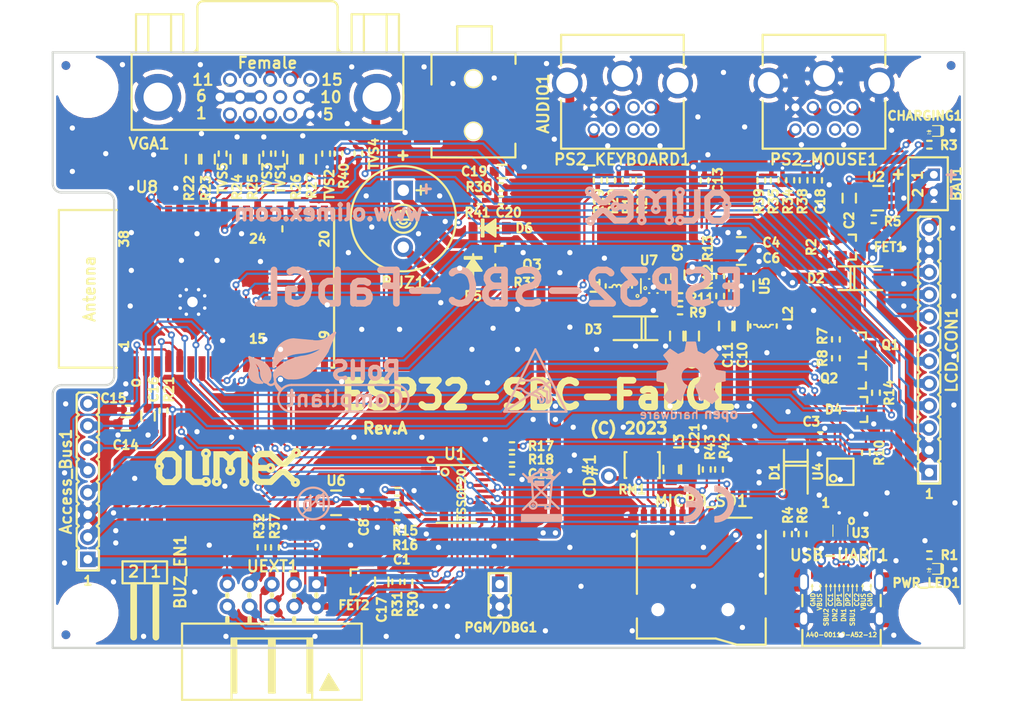
<source format=kicad_pcb>
(kicad_pcb (version 20171130) (host pcbnew 5.1.0-rc2-unknown-036be7d~80~ubuntu16.04.1)
  (title_block (title ESP32-SBC-FabGL) (date 2023-04-24) (rev A) (company "OLIMEX LTD.") (comment 1 https://www.olimex.com))
  (layers (0 F.Cu signal) (31 B.Cu signal) (34 B.Paste user) (35 F.Paste user) (36 B.SilkS user) (37 F.SilkS user) (38 B.Mask user) (39 F.Mask user) (44 Edge.Cuts user))
  (net 0 "")
  (net 1 +5V)
  (net 2 GND)
  (net 3 /ESP_EN)
  (net 4 "Net-(L2-Pad1)")
  (net 5 "Net-(MICRO_SD1-Pad1)")
  (net 6 "Net-(MICRO_SD1-Pad8)")
  (net 7 /D_Com)
  (net 8 "Net-(FID1-PadFid1)")
  (net 9 "Net-(FID2-PadFid1)")
  (net 10 "Net-(FID3-PadFid1)")
  (net 11 "Net-(FID4-PadFid1)")
  (net 12 "Net-(FID5-PadFid1)")
  (net 13 "Net-(FID6-PadFid1)")
  (net 14 "Net-(R3-Pad2)")
  (net 15 /USB_D-)
  (net 16 /USB_D+)
  (net 17 +3.3V)
  (net 18 "Net-(AUDIO1-Pad1)")
  (net 19 /BUZZER)
  (net 20 VBAT)
  (net 21 "Net-(BUZ1-Pad2)")
  (net 22 "Net-(BUZ1-Pad1)")
  (net 23 "Net-(BUZ_EN1-Pad1)")
  (net 24 +5V_USB)
  (net 25 /GPI35\HSPI_MISO)
  (net 26 "Net-(CD#1-Pad1)")
  (net 27 "Net-(CHARGING1-Pad1)")
  (net 28 /GPIO3\U0RXD)
  (net 29 /GPIO1\U0TXD)
  (net 30 /GPIO2\U1TXD)
  (net 31 /GPI34\U1RXD)
  (net 32 /GPIO32\KBD_DAT)
  (net 33 /GPIO33\KBD_CLK)
  (net 34 /GPIO27\MOUSE_DAT)
  (net 35 /GPIO26\MOUSE_CLK)
  (net 36 /GPIO21\Red_0\LCD_RST)
  (net 37 /GPIO19\Green_1\VSPI_MISO)
  (net 38 /GPIO23\HSync\VSPI_MOSI)
  (net 39 /GPIO18\Green_0\VSPI_SCK)
  (net 40 /GPIO22\Red_1\LCD_DC)
  (net 41 /GPIO5\Blue_1\VSPI_CS)
  (net 42 /GPIO12\HSPI_MOSI)
  (net 43 "Net-(PS2_KEYBOARD1-Pad2)")
  (net 44 "Net-(PS2_KEYBOARD1-Pad6)")
  (net 45 "Net-(PS2_KEYBOARD1-Pad7)")
  (net 46 "Net-(PS2_KEYBOARD1-Pad8)")
  (net 47 "Net-(PWR_LED1-Pad1)")
  (net 48 /CC2)
  (net 49 "Net-(R5-Pad1)")
  (net 50 /CC1)
  (net 51 /GPIO4\Blue_0\I2C_SDA)
  (net 52 /GPIO15\VSync\I2C_SCL)
  (net 53 /GPIO25\AUDIO)
  (net 54 "Net-(USB-UART1-PadA8)")
  (net 55 "Net-(USB-UART1-PadB8)")
  (net 56 "Net-(VGA1-Pad4)")
  (net 57 "Net-(VGA1-Pad11)")
  (net 58 "Net-(PS2_MOUSE1-Pad8)")
  (net 59 "Net-(PS2_MOUSE1-Pad7)")
  (net 60 "Net-(PS2_MOUSE1-Pad6)")
  (net 61 "Net-(PS2_MOUSE1-Pad2)")
  (net 62 "Net-(C4-Pad1)")
  (net 63 "Net-(C17-Pad2)")
  (net 64 "Net-(C19-Pad1)")
  (net 65 "Net-(D3-Pad2)")
  (net 66 /PD6\URX)
  (net 67 /PD7\RST#)
  (net 68 /PD1\SWIO)
  (net 69 /PD5\UTX)
  (net 70 "Net-(R10-Pad1)")
  (net 71 "Net-(R11-Pad1)")
  (net 72 "Net-(R12-Pad1)")
  (net 73 /PD0\PWR_SENS)
  (net 74 /PC3\UEXT_PWR_EN#)
  (net 75 /PC2\SCL)
  (net 76 /PC1\SDA)
  (net 77 /PD3\SoftSPI_CS#)
  (net 78 "Net-(U1-Pad10)")
  (net 79 /PA2\SoftSPI_MISO)
  (net 80 /PA1\SoftSPI_MOSI)
  (net 81 /PD4\SoftSPI_SCK)
  (net 82 /GPI36\IO_EXP_IRQ)
  (net 83 "Net-(U6-Pad1)")
  (net 84 "Net-(U7-Pad6)")
  (net 85 "Net-(U8-Pad21)")
  (net 86 "Net-(U8-Pad22)")
  (net 87 "Net-(U8-Pad20)")
  (net 88 "Net-(U8-Pad19)")
  (net 89 "Net-(U8-Pad17)")
  (net 90 "Net-(U8-Pad18)")
  (net 91 "Net-(U8-Pad27)")
  (net 92 "Net-(U8-Pad28)")
  (net 93 "Net-(U8-Pad32)")
  (net 94 /GPI39\U1CTS)
  (net 95 /PD2\BAT_SENS)
  (net 96 /GPIO13\HSPI_CS)
  (net 97 /GPIO14\HSPI_CLK)
  (net 98 "Net-(PS2_KEYBOARD1-Pad5)")
  (net 99 "Net-(PS2_KEYBOARD1-Pad1)")
  (net 100 "Net-(PS2_MOUSE1-Pad5)")
  (net 101 "Net-(PS2_MOUSE1-Pad1)")
  (net 102 "Net-(VGA1-Pad9)")
  (net 103 "Net-(VGA1-Pad12)")
  (net 104 "Net-(VGA1-Pad15)")
  (net 105 "Net-(D4-Pad3)")
  (net 106 "Net-(Q2-Pad1)")
  (net 107 /RTS#)
  (net 108 /DTR#)
  (net 109 "Net-(C21-Pad1)")
  (net 110 "Net-(FET2-Pad3)")
  (net 111 "Net-(Q1-Pad1)")
  (net 112 "Net-(R24-Pad1)")
  (net 113 "Net-(R26-Pad1)")
  (net 114 /GPIO0\U1RTS)
  (net 115 "Net-(R22-Pad1)")
  (module OLIMEX_Signs-FP:Sign_RoHS_1 (layer B.Cu) (at 139.573 88.392 180)
    (fp_text reference Sign_RoHS hide)
    (fp_text value Sign_RoHS hide)
    (fp_text user Compliant (at 6.20014 0.8382) (layer B.SilkS) (effects (font (size 1.778 1.778) (thickness 0.35)) (justify mirror)))
    (fp_text user RoHS (at 3.81508 4.04368) (layer B.SilkS) (effects (font (size 2 2) (thickness 0.5)) (justify mirror)))
  )
  (module OLIMEX_Signs-FP:Sign_RecycleBin_1 (layer B.Cu) (at 158.115 101.6 180)
    (fp_text reference Sign_RecycleBin hide)
    (fp_text value Sign_RecycleBin hide)
  )
  (module OLIMEX_Signs-FP:Sign_PB-Free (layer B.Cu) (at 129.921 99.187)
    (fp_text reference Sign_PB-Free)
    (fp_text value Sign_PB-Free)
    (fp_text user Pb (at -0.08636 0.33528) (layer B.SilkS) (effects (font (size 1.7 1.5) (thickness 0.254)) (justify mirror)))
  )
  (module OLIMEX_Signs-FP:Sign_OSHW_8x8 (layer B.Cu) (at 172.847 85.09 180)
    (fp_text reference Sign_OSHW_8x8 hide)
    (fp_text value Sign_OSHW_8x8 hide)
    (fp_text user open (at -3.40106 -4.17576) (layer B.SilkS) (effects (font (size 1.1 1.1) (thickness 0.254)) (justify mirror)))
    (fp_text user hardware (at 2.51206 -4.2672) (layer B.SilkS) (effects (font (thickness 0.18)) (justify mirror)))
  )
  (module OLIMEX_Signs-FP:Sign_Antistatic (layer B.Cu) (at 158.623 89.027 180)
    (fp_text reference Sign_Antistatic hide)
    (fp_text value Sign_Antistatic hide)
  )
  (module OLIMEX_Signs-FP:Logo_OLIMEX_TB (layer B.Cu) (at 168.91 65.532 180)
    (fp_text reference Logo_OLIMEX_TB-Bottom hide)
    (fp_text value Logo_OLIMEX_TB hide)
  )
  (module OLIMEX_Signs-FP:CE_Sign (layer B.Cu) (at 173.863 99.568 180)
    (fp_text reference Sign_CE hide)
    (fp_text value CE_Sign hide)
  )
  (module OLIMEX_Signs-FP:Logo_OLIMEX_TB (layer F.Cu) (at 120.142 95.377)
    (fp_text reference Logo_OLIMEX_TB-Top hide)
    (fp_text value Logo_OLIMEX_TB hide)
  )
  (module OLIMEX_Connectors-FP:SCJ325P00XG0B02G (layer F.Cu) (at 148 51 270)
    (fp_text reference AUDIO1 (at 2.848 -7.956 270) (layer F.SilkS) (effects (font (size 1.27 1.27) (thickness 0.254))))
    (fp_text value PJ-3.5-365-5P)
    (pad "" np_thru_hole circle (at 6 0 270) (size 1.7 1.7) (drill 1.7) (layers *.Cu *.Mask))
    (pad "" np_thru_hole circle (at 0 0 270) (size 1.7 1.7) (drill 1.7) (layers *.Cu *.Mask))
    (pad 4 smd rect (at 2.9 -5.3 270) (size 2.1 2.999999) (layers F.Cu F.Paste F.Mask) (net 19 /BUZZER) (clearance 0.0508))
    (pad 5 smd rect (at 2.1 5.3 270) (size 2.1 2.999999) (layers F.Cu F.Paste F.Mask) (net 19 /BUZZER) (clearance 0.0508))
    (pad 3 smd rect (at 6 -5.3 270) (size 2.1 2.999999) (layers F.Cu F.Paste F.Mask) (net 18 "Net-(AUDIO1-Pad1)") (clearance 0.0508))
    (pad 1 smd rect (at 6.3 5.3 270) (size 2.5 2.999999) (layers F.Cu F.Paste F.Mask) (net 18 "Net-(AUDIO1-Pad1)") (clearance 0.0508))
    (pad 2 smd rect (at -0.2 -5.3 270) (size 2.5 2.999999) (layers F.Cu F.Paste F.Mask) (net 2 GND) (clearance 0.0508))
  )
  (module OLIMEX_Connectors-FP:LIPO_BAT_VERTICAL_DW02S (layer F.Cu) (at 197 63 270)
    (fp_text reference BAT1 (at 0 -6.0833 90) (layer F.SilkS) (effects (font (size 1.1 1.1) (thickness 0.254))))
    (fp_text value DW02S)
    (fp_text user 1 (at -0.98298 -1.67894 90) (layer F.SilkS) (effects (font (size 1.1 1.1) (thickness 0.254))))
    (fp_text user 2 (at 1.02108 -1.72974 90) (layer F.SilkS) (effects (font (size 1.1 1.1) (thickness 0.254))))
    (pad 2 thru_hole circle (at 1.00076 -3.53822 270) (size 1.4 1.4) (drill 0.9) (layers *.Cu *.Mask) (net 2 GND))
    (pad 1 thru_hole rect (at -1.0287 -3.53568 270) (size 1.4 1.4) (drill 0.9) (layers *.Cu *.Mask) (net 20 VBAT))
  )
  (module OLIMEX_Devices-FP:PB1221P_1-Plus_2-Minus (layer F.Cu) (at 140 67 270)
    (fp_text reference BUZ1 (at 7.295 0) (layer F.SilkS) (effects (font (size 1.27 1.27) (thickness 0.254))))
    (fp_text value "BUZZER_PB1221P(1.1-1.7V_2kHz_12MM)")
    (pad 1 thru_hole rect (at -3.25 0 270) (size 2.2 2.2) (drill 1.3) (layers *.Cu *.Mask) (net 22 "Net-(BUZ1-Pad1)"))
    (pad 2 thru_hole circle (at 3.25 0 270) (size 2.2 2.2) (drill 1.3) (layers *.Cu *.Mask) (net 21 "Net-(BUZ1-Pad2)"))
  )
  (module OLIMEX_RLC-FP:C_0603_5MIL_DWS (layer F.Cu) (at 178.562 71.501 180)
    (fp_text reference C6 (at -3.429 0) (layer F.SilkS) (effects (font (size 1.016 1.016) (thickness 0.254))))
    (fp_text value 22uF/6.3V/20%/X5R/C0603)
    (pad 2 smd rect (at 0.889 0 180) (size 1.016 1.016) (layers F.Cu F.Paste F.Mask) (net 2 GND) (clearance 0.0508))
    (pad 1 smd rect (at -0.889 0 180) (size 1.016 1.016) (layers F.Cu F.Paste F.Mask) (net 62 "Net-(C4-Pad1)") (clearance 0.0508))
  )
  (module OLIMEX_RLC-FP:C_0603_5MIL_DWS (layer F.Cu) (at 171.323 73.406 270)
    (fp_text reference C9 (at -2.54 0 90) (layer F.SilkS) (effects (font (size 1.016 1.016) (thickness 0.254))))
    (fp_text value 22uF/6.3V/20%/X5R/C0603)
    (pad 2 smd rect (at 0.889 0 270) (size 1.016 1.016) (layers F.Cu F.Paste F.Mask) (net 2 GND) (clearance 0.0508))
    (pad 1 smd rect (at -0.889 0 270) (size 1.016 1.016) (layers F.Cu F.Paste F.Mask) (net 62 "Net-(C4-Pad1)") (clearance 0.0508))
  )
  (module OLIMEX_RLC-FP:C_0603_5MIL_DWS (layer F.Cu) (at 178.562 79.248 90)
    (fp_text reference C10 (at -3.302 0.127 90) (layer F.SilkS) (effects (font (size 1.016 1.016) (thickness 0.254))))
    (fp_text value 22uF/6.3V/20%/X5R/C0603)
    (pad 2 smd rect (at 0.889 0 90) (size 1.016 1.016) (layers F.Cu F.Paste F.Mask) (net 2 GND) (clearance 0.0508))
    (pad 1 smd rect (at -0.889 0 90) (size 1.016 1.016) (layers F.Cu F.Paste F.Mask) (net 17 +3.3V) (clearance 0.0508))
  )
  (module OLIMEX_RLC-FP:C_0603_5MIL_DWS (layer F.Cu) (at 176.784 79.248 90)
    (fp_text reference C11 (at -3.302 0.254 90) (layer F.SilkS) (effects (font (size 1.016 1.016) (thickness 0.254))))
    (fp_text value "NA(22uF/6.3V/20%/X5R/C0603)")
    (pad 2 smd rect (at 0.889 0 90) (size 1.016 1.016) (layers F.Cu F.Paste F.Mask) (net 2 GND) (clearance 0.0508))
    (pad 1 smd rect (at -0.889 0 90) (size 1.016 1.016) (layers F.Cu F.Paste F.Mask) (net 17 +3.3V) (clearance 0.0508))
  )
  (module OLIMEX_RLC-FP:C_0402_5MIL_DWS (layer F.Cu) (at 108.585 88.773)
    (fp_text reference C15 (at -1.651 -1.27 180) (layer F.SilkS) (effects (font (size 1.016 1.016) (thickness 0.254))))
    (fp_text value 100nF/10V/10%/X7R/C0402)
    (pad 2 smd rect (at 0.508 0) (size 0.5 0.55) (layers F.Cu F.Paste F.Mask) (net 17 +3.3V))
    (pad 1 smd rect (at -0.508 0 180) (size 0.5 0.55) (layers F.Cu F.Paste F.Mask) (net 2 GND))
  )
  (module OLIMEX_RLC-FP:C_0603_5MIL_DWS (layer F.Cu) (at 110.871 89.535 270)
    (fp_text reference C16 (at -3.048 -0.635 90) (layer F.SilkS) (effects (font (size 1.016 1.016) (thickness 0.254))))
    (fp_text value 1uF/10V/20%/X5R/C0603)
    (pad 2 smd rect (at 0.889 0 270) (size 1.016 1.016) (layers F.Cu F.Paste F.Mask) (net 2 GND) (clearance 0.0508))
    (pad 1 smd rect (at -0.889 0 270) (size 1.016 1.016) (layers F.Cu F.Paste F.Mask) (net 3 /ESP_EN) (clearance 0.0508))
  )
  (module OLIMEX_Other-FP:TEST_PAD_40x70_Round (layer F.Cu) (at 163.449 96.393)
    (fp_text reference CD#1 (at -2.159 0 90) (layer F.SilkS) (effects (font (size 1.27 1.27) (thickness 0.254))))
    (fp_text value TESTPAD hide)
    (pad 1 thru_hole circle (at 0 0) (size 1.778 1.778) (drill 1) (layers *.Cu *.Mask) (net 26 "Net-(CD#1-Pad1)"))
  )
  (module OLIMEX_LEDs-FP:LED_0603_KA (layer F.Cu) (at 200 57 180)
    (fp_text reference CHARGING1 (at 0.483 1.755) (layer F.SilkS) (effects (font (size 1.016 1.016) (thickness 0.254))))
    (fp_text value LED/YELLOW/0603)
    (pad 1 smd rect (at -0.762 0) (size 0.8 0.8) (layers F.Cu F.Paste F.Mask) (net 27 "Net-(CHARGING1-Pad1)"))
    (pad 2 smd rect (at 0.762 0) (size 0.8 0.8) (layers F.Cu F.Paste F.Mask) (net 24 +5V_USB))
  )
  (module OLIMEX_Diodes-FP:SMA-KA (layer F.Cu) (at 184.785 95.885 270)
    (fp_text reference D1 (at 0 2.413 90) (layer F.SilkS) (effects (font (size 1.016 1.016) (thickness 0.254))))
    (fp_text value "NA(1N5822/SS34/SMA)")
    (pad 2 smd rect (at 2.373 0 270) (size 1.746 1.192) (layers F.Cu) (net 24 +5V_USB) (clearance 0.254))
    (pad 1 smd rect (at -2.373 0 270) (size 1.746 1.192) (layers F.Cu) (net 1 +5V) (clearance 0.254))
    (pad 1 smd rect (at -2.5 0 270) (size 2 1.7) (layers F.Cu F.Paste F.Mask) (net 1 +5V))
    (pad 2 smd rect (at 2.5 0 270) (size 2 1.7) (layers F.Cu F.Paste F.Mask) (net 24 +5V_USB))
  )
  (module OLIMEX_Diodes-FP:SMA-KA (layer F.Cu) (at 192.151 73.787)
    (fp_text reference D2 (at -5.08 0 180) (layer F.SilkS) (effects (font (size 1.016 1.016) (thickness 0.254))))
    (fp_text value 1N5822/SS34/SMA)
    (pad 2 smd rect (at 2.373 0) (size 1.746 1.192) (layers F.Cu) (net 24 +5V_USB) (clearance 0.254))
    (pad 1 smd rect (at -2.373 0) (size 1.746 1.192) (layers F.Cu) (net 62 "Net-(C4-Pad1)") (clearance 0.254))
    (pad 1 smd rect (at -2.5 0) (size 2 1.7) (layers F.Cu F.Paste F.Mask) (net 62 "Net-(C4-Pad1)"))
    (pad 2 smd rect (at 2.5 0) (size 2 1.7) (layers F.Cu F.Paste F.Mask) (net 24 +5V_USB))
  )
  (module OLIMEX_Transistors-FP:SOT23 (layer F.Cu) (at 191.008 70.231 180)
    (fp_text reference FET1 (at -4.445 0 180) (layer F.SilkS) (effects (font (size 1.016 1.016) (thickness 0.254))))
    (fp_text value WPM2015-3/TR)
    (pad 1 smd rect (at 1.10744 0.94996 180) (size 1.4 1) (layers F.Cu F.Paste F.Mask) (net 24 +5V_USB) (clearance 0.0508))
    (pad 2 smd rect (at 1.10744 -0.9525 180) (size 1.4 1) (layers F.Cu F.Paste F.Mask) (net 62 "Net-(C4-Pad1)") (clearance 0.0508))
    (pad 3 smd rect (at -1.10236 0.00254 180) (size 1.4 1) (layers F.Cu F.Paste F.Mask) (net 20 VBAT) (clearance 0.0508))
  )
  (module OLIMEX_Transistors-FP:SOT23 (layer F.Cu) (at 134.620001 108.458)
    (fp_text reference FET2 (at -0.254001 2.667) (layer F.SilkS) (effects (font (size 1.016 1.016) (thickness 0.254))))
    (fp_text value WPM2015-3/TR)
    (pad 1 smd rect (at 1.10744 0.94996) (size 1.4 1) (layers F.Cu F.Paste F.Mask) (net 63 "Net-(C17-Pad2)") (clearance 0.0508))
    (pad 2 smd rect (at 1.10744 -0.9525) (size 1.4 1) (layers F.Cu F.Paste F.Mask) (net 17 +3.3V) (clearance 0.0508))
    (pad 3 smd rect (at -1.10236 0.00254) (size 1.4 1) (layers F.Cu F.Paste F.Mask) (net 110 "Net-(FET2-Pad3)") (clearance 0.0508))
  )
  (module OLIMEX_Other-FP:Fiducial1x3 (layer F.Cu) (at 101.5 114.5)
    (fp_text reference FID1 hide)
    (fp_text value Fiducial hide)
    (pad Fid1 connect circle (at 0 0) (size 1 1) (layers F.Cu F.Mask) (net 8 "Net-(FID1-PadFid1)") (clearance 1.016))
  )
  (module OLIMEX_Other-FP:Fiducial1x3 (layer F.Cu) (at 101.5 49.5)
    (fp_text reference FID2 hide)
    (fp_text value Fiducial hide)
    (pad Fid1 connect circle (at 0 0) (size 1 1) (layers F.Cu F.Mask) (net 9 "Net-(FID2-PadFid1)") (clearance 1.016))
  )
  (module OLIMEX_Other-FP:Fiducial1x3 (layer F.Cu) (at 202.5 49.5)
    (fp_text reference FID3 hide)
    (fp_text value Fiducial hide)
    (pad Fid1 connect circle (at 0 0) (size 1 1) (layers F.Cu F.Mask) (net 10 "Net-(FID3-PadFid1)") (clearance 1.016))
  )
  (module OLIMEX_Other-FP:Fiducial1x3 (layer B.Cu) (at 101.5 114.5)
    (fp_text reference FID4 hide)
    (fp_text value Fiducial hide)
    (pad Fid1 connect circle (at 0 0) (size 1 1) (layers B.Cu B.Mask) (net 11 "Net-(FID4-PadFid1)") (clearance 1.016))
  )
  (module OLIMEX_Other-FP:Fiducial1x3 (layer B.Cu) (at 101.5 49.5)
    (fp_text reference FID5 hide)
    (fp_text value Fiducial hide)
    (pad Fid1 connect circle (at 0 0) (size 1 1) (layers B.Cu B.Mask) (net 12 "Net-(FID5-PadFid1)") (clearance 1.016))
  )
  (module OLIMEX_Other-FP:Fiducial1x3 (layer B.Cu) (at 202.5 49.5)
    (fp_text reference FID6 hide)
    (fp_text value Fiducial hide)
    (pad Fid1 connect circle (at 0 0) (size 1 1) (layers B.Cu B.Mask) (net 13 "Net-(FID6-PadFid1)") (clearance 1.016))
  )
  (module OLIMEX_RLC-FP:CD32 (layer F.Cu) (at 164.592 74.676 90)
    (fp_text reference L1 (at 0 -2.667 90) (layer F.SilkS) (effects (font (size 1.016 1.016) (thickness 0.254))))
    (fp_text value "2.2uH/1.5A/DCR=58mR/20%/3.00x3.00x1.50mm/CD32(NRS3015T2R2MNGH)")
    (pad 2 smd rect (at 1.2 0 270) (size 1.6 3) (layers F.Cu F.Paste F.Mask) (net 62 "Net-(C4-Pad1)") (clearance 0.0508))
    (pad 1 smd rect (at -1.2 0 270) (size 1.6 3) (layers F.Cu F.Paste F.Mask) (net 65 "Net-(D3-Pad2)") (clearance 0.0508))
  )
  (module OLIMEX_RLC-FP:CD32 (layer F.Cu) (at 181.102 79.248 270)
    (fp_text reference L2 (at -1.397 -2.794 90) (layer F.SilkS) (effects (font (thickness 0.25))))
    (fp_text value "2.2uH/1.5A/DCR=58mR/20%/3.00x3.00x1.50mm/CD32(NRS3015T2R2MNGH)")
    (pad 2 smd rect (at 1.2 0 90) (size 1.6 3) (layers F.Cu F.Paste F.Mask) (net 17 +3.3V) (clearance 0.0508))
    (pad 1 smd rect (at -1.2 0 90) (size 1.6 3) (layers F.Cu F.Paste F.Mask) (net 4 "Net-(L2-Pad1)") (clearance 0.0508))
  )
  (module OLIMEX_RLC-FP:L_0805_5MIL_DWS (layer F.Cu) (at 170.561 95.631 270)
    (fp_text reference L3 (at -3.175 -0.889 90) (layer F.SilkS) (effects (font (size 1.016 1.016) (thickness 0.254))))
    (fp_text value FB0805/600R/2A)
    (pad 1 smd rect (at -1.016 0 270) (size 1.524 1.27) (layers F.Cu F.Paste F.Mask) (net 17 +3.3V) (clearance 0.0508))
    (pad 2 smd rect (at 1.016 0 270) (size 1.524 1.27) (layers F.Cu F.Paste F.Mask) (net 109 "Net-(C21-Pad1)") (clearance 0.0508))
  )
  (module OLIMEX_Other-FP:Mounting_Hole_Drill-3.3mm_Clerance-7mm (layer F.Cu) (at 104 112)
    (fp_text reference MH1 hide)
    (fp_text value Mounting_Hole_NPTH hide)
    (pad "" np_thru_hole circle (at 0 0) (size 3.300001 3.300001) (drill 3.300001) (layers *.Cu *.Mask) (clearance 1.85))
  )
  (module OLIMEX_Other-FP:Mounting_Hole_Drill-3.3mm_Clerance-7mm (layer F.Cu) (at 200 112)
    (fp_text reference MH2 hide)
    (fp_text value Mounting_Hole_NPTH hide)
    (pad "" np_thru_hole circle (at 0 0) (size 3.300001 3.300001) (drill 3.300001) (layers *.Cu *.Mask) (clearance 1.85))
  )
  (module OLIMEX_Other-FP:Mounting_Hole_Drill-3.3mm_Clerance-7mm (layer F.Cu) (at 200 52)
    (fp_text reference MH3 hide)
    (fp_text value Mounting_Hole_NPTH hide)
    (pad "" np_thru_hole circle (at 0 0) (size 3.300001 3.300001) (drill 3.300001) (layers *.Cu *.Mask) (clearance 1.85))
  )
  (module OLIMEX_Other-FP:Mounting_Hole_Drill-3.3mm_Clerance-7mm (layer F.Cu) (at 104 52)
    (fp_text reference MH4 hide)
    (fp_text value Mounting_Hole_NPTH hide)
    (pad "" np_thru_hole circle (at 0 0) (size 3.300001 3.300001) (drill 3.300001) (layers *.Cu *.Mask) (clearance 1.85))
  )
  (module OLIMEX_Connectors-FP:TFC-WPAPR-08 (layer F.Cu) (at 174 108 270)
    (fp_text reference MICRO_SD1 (at -8.77316 0) (layer F.SilkS) (effects (font (size 1.27 1.27) (thickness 0.254))))
    (fp_text value TFC-WPAPR-08-LF)
    (pad 1 smd rect (at -7 -2.25 180) (size 0.7 1.6) (layers F.Cu) (net 5 "Net-(MICRO_SD1-Pad1)") (clearance 0.0508))
    (pad 2 smd rect (at -7 -1.15 180) (size 0.7 1.6) (layers F.Cu) (net 96 /GPIO13\HSPI_CS) (clearance 0.0508))
    (pad 3 smd rect (at -7 -0.05 180) (size 0.7 1.6) (layers F.Cu) (net 42 /GPIO12\HSPI_MOSI) (clearance 0.0508))
    (pad 4 smd rect (at -7 1.05 180) (size 0.7 1.6) (layers F.Cu) (net 109 "Net-(C21-Pad1)") (clearance 0.0508))
    (pad 5 smd rect (at -7 2.15 180) (size 0.7 1.6) (layers F.Cu) (net 97 /GPIO14\HSPI_CLK) (clearance 0.0508))
    (pad 6 smd rect (at -7 3.25 180) (size 0.7 1.6) (layers F.Cu) (net 2 GND) (clearance 0.0508))
    (pad 7 smd rect (at -7 4.35 180) (size 0.7 1.6) (layers F.Cu) (net 25 /GPI35\HSPI_MISO) (clearance 0.0508))
    (pad 8 smd rect (at -7 5.45 180) (size 0.7 1.6) (layers F.Cu) (net 6 "Net-(MICRO_SD1-Pad8)") (clearance 0.0508))
    (pad 9 smd rect (at -7 6.55 180) (size 0.7 1.6) (layers F.Cu) (net 26 "Net-(CD#1-Pad1)") (clearance 0.0508))
    (pad 10 smd rect (at -6.37 7.75 180) (size 1.2 1.4) (layers F.Cu F.Mask) (net 2 GND) (clearance 0.0508))
    (pad 11 smd rect (at -6.37 -6.85 180) (size 1.6 1.4) (layers F.Cu F.Mask) (net 2 GND) (clearance 0.0508))
    (pad 12 smd rect (at 3.23 7.75 180) (size 1.2 2.2) (layers F.Cu F.Mask) (net 2 GND) (clearance 0.0508))
    (pad 13 smd rect (at 3.23 -7.75 180) (size 1.2 2.2) (layers F.Cu F.Mask) (net 2 GND) (clearance 0.0508))
    (pad "" np_thru_hole circle (at 3.6322 -3.048 270) (size 1 1) (drill 1) (layers *.Cu *.Mask))
    (pad "" np_thru_hole circle (at 3.6322 4.953 270) (size 1 1) (drill 1) (layers *.Cu *.Mask))
  )
  (module OLIMEX_Connectors-FP:PS2_MDR6_MINI-DIN (layer F.Cu) (at 165 52.5 180)
    (fp_text reference PS2_KEYBOARD1 (at 0 -7.725) (layer F.SilkS) (effects (font (size 1.27 1.27) (thickness 0.254))))
    (fp_text value MDR6_MINI-DIN)
    (pad 9 thru_hole circle (at 6.3 1 180) (size 3.5 3.5) (drill 2.5) (layers *.Cu *.Mask) (net 2 GND))
    (pad 9 thru_hole circle (at 0 1.8 180) (size 3.5 3.5) (drill 2.5) (layers *.Cu *.Mask) (net 2 GND))
    (pad 9 thru_hole circle (at -6.3 1 180) (size 3.5 3.5) (drill 2.5) (layers *.Cu *.Mask) (net 2 GND))
    (pad 8 thru_hole circle (at 1.27 -4.31 180) (size 1.41 1.41) (drill 0.9) (layers *.Cu *.Mask) (net 46 "Net-(PS2_KEYBOARD1-Pad8)"))
    (pad 7 thru_hole circle (at -1.27 -4.31 180) (size 1.41 1.41) (drill 0.9) (layers *.Cu *.Mask) (net 45 "Net-(PS2_KEYBOARD1-Pad7)"))
    (pad 6 thru_hole circle (at -3.26 -4.31 180) (size 1.41 1.41) (drill 0.9) (layers *.Cu *.Mask) (net 44 "Net-(PS2_KEYBOARD1-Pad6)"))
    (pad 5 thru_hole circle (at 3.26 -4.31 180) (size 1.41 1.41) (drill 0.9) (layers *.Cu *.Mask) (net 98 "Net-(PS2_KEYBOARD1-Pad5)"))
    (pad 4 thru_hole circle (at -3.26 -1.77 180) (size 1.41 1.41) (drill 0.9) (layers *.Cu *.Mask) (net 1 +5V))
    (pad 3 thru_hole circle (at 3.26 -1.77 180) (size 1.41 1.41) (drill 0.9) (layers *.Cu *.Mask) (net 2 GND))
    (pad 2 thru_hole circle (at -1.27 -1.77 180) (size 1.41 1.41) (drill 0.9) (layers *.Cu *.Mask) (net 43 "Net-(PS2_KEYBOARD1-Pad2)"))
    (pad 1 thru_hole circle (at 1.27 -1.77 180) (size 1.41 1.41) (drill 0.9) (layers *.Cu *.Mask) (net 99 "Net-(PS2_KEYBOARD1-Pad1)"))
  )
  (module OLIMEX_Connectors-FP:PS2_MDR6_MINI-DIN (layer F.Cu) (at 188 52.5 180)
    (fp_text reference PS2_MOUSE1 (at 0 -7.725) (layer F.SilkS) (effects (font (size 1.27 1.27) (thickness 0.254))))
    (fp_text value MDR6_MINI-DIN)
    (pad 9 thru_hole circle (at 6.3 1 180) (size 3.5 3.5) (drill 2.5) (layers *.Cu *.Mask) (net 2 GND))
    (pad 9 thru_hole circle (at 0 1.8 180) (size 3.5 3.5) (drill 2.5) (layers *.Cu *.Mask) (net 2 GND))
    (pad 9 thru_hole circle (at -6.3 1 180) (size 3.5 3.5) (drill 2.5) (layers *.Cu *.Mask) (net 2 GND))
    (pad 8 thru_hole circle (at 1.27 -4.31 180) (size 1.41 1.41) (drill 0.9) (layers *.Cu *.Mask) (net 58 "Net-(PS2_MOUSE1-Pad8)"))
    (pad 7 thru_hole circle (at -1.27 -4.31 180) (size 1.41 1.41) (drill 0.9) (layers *.Cu *.Mask) (net 59 "Net-(PS2_MOUSE1-Pad7)"))
    (pad 6 thru_hole circle (at -3.26 -4.31 180) (size 1.41 1.41) (drill 0.9) (layers *.Cu *.Mask) (net 60 "Net-(PS2_MOUSE1-Pad6)"))
    (pad 5 thru_hole circle (at 3.26 -4.31 180) (size 1.41 1.41) (drill 0.9) (layers *.Cu *.Mask) (net 100 "Net-(PS2_MOUSE1-Pad5)"))
    (pad 4 thru_hole circle (at -3.26 -1.77 180) (size 1.41 1.41) (drill 0.9) (layers *.Cu *.Mask) (net 1 +5V))
    (pad 3 thru_hole circle (at 3.26 -1.77 180) (size 1.41 1.41) (drill 0.9) (layers *.Cu *.Mask) (net 2 GND))
    (pad 2 thru_hole circle (at -1.27 -1.77 180) (size 1.41 1.41) (drill 0.9) (layers *.Cu *.Mask) (net 61 "Net-(PS2_MOUSE1-Pad2)"))
    (pad 1 thru_hole circle (at 1.27 -1.77 180) (size 1.41 1.41) (drill 0.9) (layers *.Cu *.Mask) (net 101 "Net-(PS2_MOUSE1-Pad1)"))
  )
  (module OLIMEX_LEDs-FP:LED_0603_KA (layer F.Cu) (at 200 107 180)
    (fp_text reference PWR_LED1 (at 0.325 -1.585) (layer F.SilkS) (effects (font (size 1.016 1.016) (thickness 0.254))))
    (fp_text value LED/RED/0603)
    (pad 1 smd rect (at -0.762 0) (size 0.8 0.8) (layers F.Cu F.Paste F.Mask) (net 47 "Net-(PWR_LED1-Pad1)"))
    (pad 2 smd rect (at 0.762 0) (size 0.8 0.8) (layers F.Cu F.Paste F.Mask) (net 24 +5V_USB))
  )
  (module OLIMEX_RLC-FP:R_0402_5MIL_DWS (layer F.Cu) (at 200.025 105.41 180)
    (fp_text reference R1 (at -2.286 0) (layer F.SilkS) (effects (font (size 1.016 1.016) (thickness 0.254))))
    (fp_text value 2.2k/R0402)
    (pad 2 smd rect (at 0.508 0 180) (size 0.5 0.55) (layers F.Cu F.Paste F.Mask) (net 2 GND))
    (pad 1 smd rect (at -0.508 0) (size 0.5 0.55) (layers F.Cu F.Paste F.Mask) (net 47 "Net-(PWR_LED1-Pad1)"))
  )
  (module OLIMEX_RLC-FP:R_0402_5MIL_DWS (layer F.Cu) (at 188.087 70.231 270)
    (fp_text reference R2 (at 0 1.524 90) (layer F.SilkS) (effects (font (size 1.016 1.016) (thickness 0.254))))
    (fp_text value 10k/R0402)
    (pad 2 smd rect (at 0.508 0 270) (size 0.5 0.55) (layers F.Cu F.Paste F.Mask) (net 2 GND))
    (pad 1 smd rect (at -0.508 0 90) (size 0.5 0.55) (layers F.Cu F.Paste F.Mask) (net 24 +5V_USB))
  )
  (module OLIMEX_RLC-FP:R_0402_5MIL_DWS (layer F.Cu) (at 200.025 58.547 180)
    (fp_text reference R3 (at -2.215 -0.055) (layer F.SilkS) (effects (font (size 1.016 1.016) (thickness 0.254))))
    (fp_text value 2.2k/R0402)
    (pad 2 smd rect (at 0.508 0 180) (size 0.5 0.55) (layers F.Cu F.Paste F.Mask) (net 14 "Net-(R3-Pad2)"))
    (pad 1 smd rect (at -0.508 0) (size 0.5 0.55) (layers F.Cu F.Paste F.Mask) (net 27 "Net-(CHARGING1-Pad1)"))
  )
  (module OLIMEX_RLC-FP:R_0402_5MIL_DWS (layer F.Cu) (at 193.675 67.056)
    (fp_text reference R5 (at 2.159 0.254) (layer F.SilkS) (effects (font (size 1.016 1.016) (thickness 0.254))))
    (fp_text value 10k/R0402)
    (pad 2 smd rect (at 0.508 0) (size 0.5 0.55) (layers F.Cu F.Paste F.Mask) (net 2 GND))
    (pad 1 smd rect (at -0.508 0 180) (size 0.5 0.55) (layers F.Cu F.Paste F.Mask) (net 49 "Net-(R5-Pad1)"))
  )
  (module OLIMEX_RLC-FP:R_0402_5MIL_DWS (layer F.Cu) (at 192.786 93.726 90)
    (fp_text reference R10 (at 0 1.524 90) (layer F.SilkS) (effects (font (size 1.016 1.016) (thickness 0.254))))
    (fp_text value 4.7k/R0402)
    (pad 2 smd rect (at 0.508 0 90) (size 0.5 0.55) (layers F.Cu F.Paste F.Mask) (net 108 /DTR#))
    (pad 1 smd rect (at -0.508 0 270) (size 0.5 0.55) (layers F.Cu F.Paste F.Mask) (net 70 "Net-(R10-Pad1)"))
  )
  (module OLIMEX_RLC-FP:R_0402_5MIL_DWS (layer F.Cu) (at 176.149 75.819 270)
    (fp_text reference R12 (at -2.159 1.397 90) (layer F.SilkS) (effects (font (size 1.016 1.016) (thickness 0.254))))
    (fp_text value 220k/R0402)
    (pad 2 smd rect (at 0.508 0 270) (size 0.5 0.55) (layers F.Cu F.Paste F.Mask) (net 17 +3.3V))
    (pad 1 smd rect (at -0.508 0 90) (size 0.5 0.55) (layers F.Cu F.Paste F.Mask) (net 72 "Net-(R12-Pad1)"))
  )
  (module OLIMEX_RLC-FP:R_0402_5MIL_DWS (layer F.Cu) (at 176.149 73.533 90)
    (fp_text reference R13 (at 3.175 -1.397 90) (layer F.SilkS) (effects (font (size 1.016 1.016) (thickness 0.254))))
    (fp_text value 49.9k/1%/R0402)
    (pad 2 smd rect (at 0.508 0 90) (size 0.5 0.55) (layers F.Cu F.Paste F.Mask) (net 2 GND))
    (pad 1 smd rect (at -0.508 0 270) (size 0.5 0.55) (layers F.Cu F.Paste F.Mask) (net 72 "Net-(R12-Pad1)"))
  )
  (module OLIMEX_RLC-FP:R_0402_5MIL_DWS (layer F.Cu) (at 139.319 98.171)
    (fp_text reference R15 (at 0.889 4.445) (layer F.SilkS) (effects (font (size 1.016 1.016) (thickness 0.254))))
    (fp_text value 220k/R0402)
    (pad 2 smd rect (at 0.508 0) (size 0.5 0.55) (layers F.Cu F.Paste F.Mask) (net 73 /PD0\PWR_SENS))
    (pad 1 smd rect (at -0.508 0 180) (size 0.5 0.55) (layers F.Cu F.Paste F.Mask) (net 24 +5V_USB))
  )
  (module OLIMEX_RLC-FP:R_0402_5MIL_DWS (layer F.Cu) (at 139.319 99.568 180)
    (fp_text reference R16 (at -0.889 -4.699) (layer F.SilkS) (effects (font (size 1.016 1.016) (thickness 0.254))))
    (fp_text value 470k/R0402)
    (pad 2 smd rect (at 0.508 0 180) (size 0.5 0.55) (layers F.Cu F.Paste F.Mask) (net 2 GND))
    (pad 1 smd rect (at -0.508 0) (size 0.5 0.55) (layers F.Cu F.Paste F.Mask) (net 73 /PD0\PWR_SENS))
  )
  (module OLIMEX_RLC-FP:R_0402_5MIL_DWS (layer F.Cu) (at 152.4 92.964 180)
    (fp_text reference R17 (at -3.302 0 180) (layer F.SilkS) (effects (font (size 1.016 1.016) (thickness 0.254))))
    (fp_text value 470k/R0402)
    (pad 2 smd rect (at 0.508 0 180) (size 0.5 0.55) (layers F.Cu F.Paste F.Mask) (net 95 /PD2\BAT_SENS))
    (pad 1 smd rect (at -0.508 0) (size 0.5 0.55) (layers F.Cu F.Paste F.Mask) (net 20 VBAT))
  )
  (module OLIMEX_RLC-FP:R_0402_5MIL_DWS (layer F.Cu) (at 152.4 94.361)
    (fp_text reference R18 (at 3.302 0.127 -180) (layer F.SilkS) (effects (font (size 1.016 1.016) (thickness 0.254))))
    (fp_text value 150k/R0402)
    (pad 2 smd rect (at 0.508 0) (size 0.5 0.55) (layers F.Cu F.Paste F.Mask) (net 2 GND))
    (pad 1 smd rect (at -0.508 0 180) (size 0.5 0.55) (layers F.Cu F.Paste F.Mask) (net 95 /PD2\BAT_SENS))
  )
  (module OLIMEX_RLC-FP:R_0402_5MIL_DWS (layer F.Cu) (at 165.481 62.611 90)
    (fp_text reference R19 (at -2.413 0.127 90) (layer F.SilkS) (effects (font (size 1.016 1.016) (thickness 0.254))))
    (fp_text value 10k/R0402)
    (pad 2 smd rect (at 0.508 0 90) (size 0.5 0.55) (layers F.Cu F.Paste F.Mask) (net 99 "Net-(PS2_KEYBOARD1-Pad1)"))
    (pad 1 smd rect (at -0.508 0 270) (size 0.5 0.55) (layers F.Cu F.Paste F.Mask) (net 1 +5V))
  )
  (module OLIMEX_RLC-FP:R_0402_5MIL_DWS (layer F.Cu) (at 163.703 62.611 90)
    (fp_text reference R20 (at -2.413 0.254 90) (layer F.SilkS) (effects (font (size 1.016 1.016) (thickness 0.254))))
    (fp_text value 10k/R0402)
    (pad 2 smd rect (at 0.508 0 90) (size 0.5 0.55) (layers F.Cu F.Paste F.Mask) (net 98 "Net-(PS2_KEYBOARD1-Pad5)"))
    (pad 1 smd rect (at -0.508 0 270) (size 0.5 0.55) (layers F.Cu F.Paste F.Mask) (net 1 +5V))
  )
  (module OLIMEX_RLC-FP:R_0402_5MIL_DWS (layer F.Cu) (at 167.005 62.611 270)
    (fp_text reference R28 (at 2.413 -0.254 90) (layer F.SilkS) (effects (font (size 1.016 1.016) (thickness 0.254))))
    (fp_text value 120R/R0402)
    (pad 2 smd rect (at 0.508 0 270) (size 0.5 0.55) (layers F.Cu F.Paste F.Mask) (net 32 /GPIO32\KBD_DAT))
    (pad 1 smd rect (at -0.508 0 90) (size 0.5 0.55) (layers F.Cu F.Paste F.Mask) (net 99 "Net-(PS2_KEYBOARD1-Pad1)"))
  )
  (module OLIMEX_RLC-FP:R_0402_5MIL_DWS (layer F.Cu) (at 162.179 62.611 270)
    (fp_text reference R29 (at 2.413 -0.127 90) (layer F.SilkS) (effects (font (size 1.016 1.016) (thickness 0.254))))
    (fp_text value 120R/R0402)
    (pad 2 smd rect (at 0.508 0 270) (size 0.5 0.55) (layers F.Cu F.Paste F.Mask) (net 33 /GPIO33\KBD_CLK))
    (pad 1 smd rect (at -0.508 0 90) (size 0.5 0.55) (layers F.Cu F.Paste F.Mask) (net 98 "Net-(PS2_KEYBOARD1-Pad5)"))
  )
  (module OLIMEX_RLC-FP:R_0603_5MIL_DWS (layer F.Cu) (at 115.951 60.198 270)
    (fp_text reference R22 (at 3.302 0.381 90) (layer F.SilkS) (effects (font (size 1.016 1.016) (thickness 0.254))))
    (fp_text value 430R/1%/R0603)
    (pad 2 smd rect (at 0.889 0 270) (size 1.016 1.016) (layers F.Cu F.Paste F.Mask) (net 40 /GPIO22\Red_1\LCD_DC))
    (pad 1 smd rect (at -0.889 0 270) (size 1.016 1.016) (layers F.Cu F.Paste F.Mask) (net 115 "Net-(R22-Pad1)"))
  )
  (module OLIMEX_RLC-FP:R_0603_5MIL_DWS (layer F.Cu) (at 117.729 60.198 270)
    (fp_text reference R23 (at 3.302 0.254 90) (layer F.SilkS) (effects (font (size 1.016 1.016) (thickness 0.254))))
    (fp_text value 820R/R0603)
    (pad 2 smd rect (at 0.889 0 270) (size 1.016 1.016) (layers F.Cu F.Paste F.Mask) (net 36 /GPIO21\Red_0\LCD_RST))
    (pad 1 smd rect (at -0.889 0 270) (size 1.016 1.016) (layers F.Cu F.Paste F.Mask) (net 115 "Net-(R22-Pad1)"))
  )
  (module OLIMEX_RLC-FP:R_0603_5MIL_DWS (layer F.Cu) (at 121.031 60.198 270)
    (fp_text reference R24 (at 3.175 0 90) (layer F.SilkS) (effects (font (size 1.016 1.016) (thickness 0.254))))
    (fp_text value 430R/1%/R0603)
    (pad 2 smd rect (at 0.889 0 270) (size 1.016 1.016) (layers F.Cu F.Paste F.Mask) (net 37 /GPIO19\Green_1\VSPI_MISO))
    (pad 1 smd rect (at -0.889 0 270) (size 1.016 1.016) (layers F.Cu F.Paste F.Mask) (net 112 "Net-(R24-Pad1)"))
  )
  (module OLIMEX_RLC-FP:R_0603_5MIL_DWS (layer F.Cu) (at 122.809 60.198 270)
    (fp_text reference R25 (at 3.175 0 90) (layer F.SilkS) (effects (font (size 1.016 1.016) (thickness 0.254))))
    (fp_text value 820R/R0603)
    (pad 2 smd rect (at 0.889 0 270) (size 1.016 1.016) (layers F.Cu F.Paste F.Mask) (net 39 /GPIO18\Green_0\VSPI_SCK))
    (pad 1 smd rect (at -0.889 0 270) (size 1.016 1.016) (layers F.Cu F.Paste F.Mask) (net 112 "Net-(R24-Pad1)"))
  )
  (module OLIMEX_RLC-FP:R_0402_5MIL_DWS (layer F.Cu) (at 140.589 108.458 90)
    (fp_text reference R30 (at -2.54 0.508 90) (layer F.SilkS) (effects (font (size 1.016 1.016) (thickness 0.254))))
    (fp_text value 2.2k/R0402)
    (pad 2 smd rect (at 0.508 0 90) (size 0.5 0.55) (layers F.Cu F.Paste F.Mask) (net 74 /PC3\UEXT_PWR_EN#))
    (pad 1 smd rect (at -0.508 0 270) (size 0.5 0.55) (layers F.Cu F.Paste F.Mask) (net 63 "Net-(C17-Pad2)"))
  )
  (module OLIMEX_RLC-FP:R_0402_5MIL_DWS (layer F.Cu) (at 139.192 108.458 270)
    (fp_text reference R31 (at 2.54 -0.127 90) (layer F.SilkS) (effects (font (size 1.016 1.016) (thickness 0.254))))
    (fp_text value 220k/R0402)
    (pad 2 smd rect (at 0.508 0 270) (size 0.5 0.55) (layers F.Cu F.Paste F.Mask) (net 63 "Net-(C17-Pad2)"))
    (pad 1 smd rect (at -0.508 0 90) (size 0.5 0.55) (layers F.Cu F.Paste F.Mask) (net 17 +3.3V))
  )
  (module OLIMEX_RLC-FP:R_0402_5MIL_DWS (layer F.Cu) (at 123.825 104.521 270)
    (fp_text reference R32 (at -2.413 0.254 90) (layer F.SilkS) (effects (font (size 1.016 1.016) (thickness 0.254))))
    (fp_text value 2.2k/R0402)
    (pad 2 smd rect (at 0.508 0 270) (size 0.5 0.55) (layers F.Cu F.Paste F.Mask) (net 75 /PC2\SCL))
    (pad 1 smd rect (at -0.508 0 90) (size 0.5 0.55) (layers F.Cu F.Paste F.Mask) (net 110 "Net-(FET2-Pad3)"))
  )
  (module OLIMEX_RLC-FP:R_0402_5MIL_DWS (layer F.Cu) (at 184.15 62.611 90)
    (fp_text reference R34 (at -2.413 -0.254 90) (layer F.SilkS) (effects (font (size 1.016 1.016) (thickness 0.254))))
    (fp_text value 10k/R0402)
    (pad 2 smd rect (at 0.508 0 90) (size 0.5 0.55) (layers F.Cu F.Paste F.Mask) (net 101 "Net-(PS2_MOUSE1-Pad1)"))
    (pad 1 smd rect (at -0.508 0 270) (size 0.5 0.55) (layers F.Cu F.Paste F.Mask) (net 1 +5V))
  )
  (module OLIMEX_RLC-FP:R_0402_5MIL_DWS (layer F.Cu) (at 182.372 62.611 90)
    (fp_text reference R35 (at -2.413 -0.127 90) (layer F.SilkS) (effects (font (size 1.016 1.016) (thickness 0.254))))
    (fp_text value 10k/R0402)
    (pad 2 smd rect (at 0.508 0 90) (size 0.5 0.55) (layers F.Cu F.Paste F.Mask) (net 100 "Net-(PS2_MOUSE1-Pad5)"))
    (pad 1 smd rect (at -0.508 0 270) (size 0.5 0.55) (layers F.Cu F.Paste F.Mask) (net 1 +5V))
  )
  (module OLIMEX_RLC-FP:R_0402_5MIL_DWS (layer F.Cu) (at 185.674 62.611 270)
    (fp_text reference R38 (at 2.413 0.127 90) (layer F.SilkS) (effects (font (size 1.016 1.016) (thickness 0.254))))
    (fp_text value 120R/R0402)
    (pad 2 smd rect (at 0.508 0 270) (size 0.5 0.55) (layers F.Cu F.Paste F.Mask) (net 34 /GPIO27\MOUSE_DAT))
    (pad 1 smd rect (at -0.508 0 90) (size 0.5 0.55) (layers F.Cu F.Paste F.Mask) (net 101 "Net-(PS2_MOUSE1-Pad1)"))
  )
  (module OLIMEX_RLC-FP:R_0402_5MIL_DWS (layer F.Cu) (at 180.848 62.611 270)
    (fp_text reference R39 (at 2.413 0.254 90) (layer F.SilkS) (effects (font (size 1.016 1.016) (thickness 0.254))))
    (fp_text value 120R/R0402)
    (pad 2 smd rect (at 0.508 0 270) (size 0.5 0.55) (layers F.Cu F.Paste F.Mask) (net 35 /GPIO26\MOUSE_CLK))
    (pad 1 smd rect (at -0.508 0 90) (size 0.5 0.55) (layers F.Cu F.Paste F.Mask) (net 100 "Net-(PS2_MOUSE1-Pad5)"))
  )
  (module OLIMEX_RLC-FP:R_0402_5MIL_DWS (layer F.Cu) (at 125.349 104.521 270)
    (fp_text reference R37 (at -2.413 0 90) (layer F.SilkS) (effects (font (size 1.016 1.016) (thickness 0.254))))
    (fp_text value 2.2k/R0402)
    (pad 2 smd rect (at 0.508 0 270) (size 0.5 0.55) (layers F.Cu F.Paste F.Mask) (net 76 /PC1\SDA))
    (pad 1 smd rect (at -0.508 0 90) (size 0.5 0.55) (layers F.Cu F.Paste F.Mask) (net 110 "Net-(FET2-Pad3)"))
  )
  (module OLIMEX_RLC-FP:R_0402_5MIL_DWS (layer F.Cu) (at 151.384 74.167999 180)
    (fp_text reference R33 (at -2.667 -0.127001) (layer F.SilkS) (effects (font (size 1.016 1.016) (thickness 0.254))))
    (fp_text value 2.2k/R0402)
    (pad 2 smd rect (at 0.508 0 180) (size 0.5 0.55) (layers F.Cu F.Paste F.Mask) (net 21 "Net-(BUZ1-Pad2)"))
    (pad 1 smd rect (at -0.508 0) (size 0.5 0.55) (layers F.Cu F.Paste F.Mask) (net 23 "Net-(BUZ_EN1-Pad1)"))
  )
  (module OLIMEX_RLC-FP:R_0402_5MIL_DWS (layer F.Cu) (at 151.13 63.373)
    (fp_text reference R36 (at -2.54 0) (layer F.SilkS) (effects (font (size 1.016 1.016) (thickness 0.254))))
    (fp_text value 150R/R0402)
    (pad 2 smd rect (at 0.508 0) (size 0.5 0.55) (layers F.Cu F.Paste F.Mask) (net 2 GND))
    (pad 1 smd rect (at -0.508 0 180) (size 0.5 0.55) (layers F.Cu F.Paste F.Mask) (net 64 "Net-(C19-Pad1)"))
  )
  (module OLIMEX_RLC-FP:R_0402_5MIL_DWS (layer F.Cu) (at 132.588 59.563 270)
    (fp_text reference R40 (at 2.54 -0.635 90) (layer F.SilkS) (effects (font (size 1.016 1.016) (thickness 0.254))))
    (fp_text value NA/R0402)
    (pad 2 smd rect (at 0.508 0 270) (size 0.5 0.55) (layers F.Cu F.Paste F.Mask) (net 2 GND))
    (pad 1 smd rect (at -0.508 0 90) (size 0.5 0.55) (layers F.Cu F.Paste F.Mask) (net 52 /GPIO15\VSync\I2C_SCL))
  )
  (module OLIMEX_RLC-FP:R_0402_5MIL_DWS (layer F.Cu) (at 148.717 64.897 180)
    (fp_text reference R41 (at 0.254 -1.397 180) (layer F.SilkS) (effects (font (size 1.016 1.016) (thickness 0.254))))
    (fp_text value 270R/R0402)
    (pad 2 smd rect (at 0.508 0 180) (size 0.5 0.55) (layers F.Cu F.Paste F.Mask) (net 53 /GPIO25\AUDIO))
    (pad 1 smd rect (at -0.508 0) (size 0.5 0.55) (layers F.Cu F.Paste F.Mask) (net 64 "Net-(C19-Pad1)"))
  )
  (module "OLIMEX_RLC-FP:RA1206_(4X0603)_4B8_xx" (layer F.Cu) (at 167.259 95.123 180)
    (fp_text reference RM1 (at 1.143 -2.794) (layer F.SilkS) (effects (font (size 1.016 1.016) (thickness 0.254))))
    (fp_text value "RA1206_(4x0603)_4B8_10k")
    (pad 3.1 smd rect (at 0.381 0.762 180) (size 0.508 1.016) (layers F.Cu F.Paste F.Mask) (net 17 +3.3V) (clearance 0.0508))
    (pad 2.1 smd rect (at -0.381 0.762 180) (size 0.508 1.016) (layers F.Cu F.Paste F.Mask) (net 17 +3.3V) (clearance 0.0508))
    (pad 3.2 smd rect (at 0.381 -0.762 180) (size 0.508 1.016) (layers F.Cu F.Paste F.Mask) (net 5 "Net-(MICRO_SD1-Pad1)") (clearance 0.0508))
    (pad 2.2 smd rect (at -0.381 -0.762 180) (size 0.508 1.016) (layers F.Cu F.Paste F.Mask) (net 6 "Net-(MICRO_SD1-Pad8)") (clearance 0.0508))
    (pad 4.1 smd rect (at 1.27 0.762 180) (size 0.762 1.016) (layers F.Cu F.Paste F.Mask) (net 17 +3.3V) (clearance 0.0508))
    (pad 4.2 smd rect (at 1.27 -0.762 180) (size 0.762 1.016) (layers F.Cu F.Paste F.Mask) (net 26 "Net-(CD#1-Pad1)") (clearance 0.0508))
    (pad 1.1 smd rect (at -1.27 0.762 180) (size 0.762 1.016) (layers F.Cu F.Paste F.Mask) (net 17 +3.3V) (clearance 0.0508))
    (pad 1.2 smd rect (at -1.27 -0.762 180) (size 0.762 1.016) (layers F.Cu F.Paste F.Mask) (net 25 /GPI35\HSPI_MISO) (clearance 0.0508))
  )
  (module OLIMEX_Diodes-FP:D_0402_5MIL_DWS (layer F.Cu) (at 124.46 59.563 90)
    (fp_text reference TVS3 (at -2.794 0 90) (layer F.SilkS) (effects (font (size 1.016 1.016) (thickness 0.254))))
    (fp_text value "NA(GG0402052R542P)")
    (pad 2 smd rect (at 0.508 0 90) (size 0.5 0.55) (layers F.Cu F.Paste F.Mask) (net 112 "Net-(R24-Pad1)"))
    (pad 1 smd rect (at -0.508 0 270) (size 0.5 0.55) (layers F.Cu F.Paste F.Mask) (net 2 GND))
  )
  (module OLIMEX_Diodes-FP:D_0402_5MIL_DWS (layer F.Cu) (at 134.874 59.563 90)
    (fp_text reference TVS4 (at 0 1.778 90) (layer F.SilkS) (effects (font (size 1.016 1.016) (thickness 0.254))))
    (fp_text value "NA(GG0402052R542P)")
    (pad 2 smd rect (at 0.508 0 90) (size 0.5 0.55) (layers F.Cu F.Paste F.Mask) (net 38 /GPIO23\HSync\VSPI_MOSI))
    (pad 1 smd rect (at -0.508 0 270) (size 0.5 0.55) (layers F.Cu F.Paste F.Mask) (net 2 GND))
  )
  (module "OLIMEX_Connectors-FP:USB2.0_TYPE-C(A40-00119-A52-12)" (layer F.Cu) (at 190 111.5 270)
    (fp_text reference USB-UART1 (at -6.09 0.262 180) (layer F.SilkS) (effects (font (size 1.27 1.27) (thickness 0.254))))
    (fp_text value "USB-C-16P-F(A40-00119-A52-12)")
    (fp_text user GND (at -1 -3.25 90) (layer F.SilkS) (effects (font (size 0.508 0.508) (thickness 0.127))))
    (fp_text user VBUS (at -0.75 -2.5 90) (layer F.SilkS) (effects (font (size 0.508 0.508) (thickness 0.127))))
    (fp_text user CC2 (at -1 -1.75 90) (layer F.SilkS) (effects (font (size 0.508 0.508) (thickness 0.127))))
    (fp_text user SBU1 (at 1 -1.25 90) (layer F.SilkS) (effects (font (size 0.508 0.508) (thickness 0.127))))
    (fp_text user DP2 (at -1 -0.75 90) (layer F.SilkS) (effects (font (size 0.508 0.508) (thickness 0.127))))
    (fp_text user DN1 (at 0.75 -0.25 90) (layer F.SilkS) (effects (font (size 0.508 0.508) (thickness 0.127))))
    (fp_text user DP1 (at -1 0.25 90) (layer F.SilkS) (effects (font (size 0.508 0.508) (thickness 0.127))))
    (fp_text user DN2 (at 0.75 0.75 90) (layer F.SilkS) (effects (font (size 0.508 0.508) (thickness 0.127))))
    (fp_text user CC1 (at -1 1.25 90) (layer F.SilkS) (effects (font (size 0.508 0.508) (thickness 0.127))))
    (fp_text user SBU2 (at 1 1.75 90) (layer F.SilkS) (effects (font (size 0.508 0.508) (thickness 0.127))))
    (fp_text user VBUS (at -0.75 2.5 90) (layer F.SilkS) (effects (font (size 0.508 0.508) (thickness 0.127))))
    (fp_text user GND (at -1 3.25 90) (layer F.SilkS) (effects (font (size 0.508 0.508) (thickness 0.127))))
    (fp_text user A40-00119-A52-12 (at 3 0) (layer F.SilkS) (effects (font (size 0.508 0.508) (thickness 0.127))))
    (pad 0 connect rect (at 1.15 -4.9276) (size 1.1 2) (layers F.Cu F.Mask) (net 2 GND))
    (pad 0 connect rect (at -3.03 -4.9276) (size 1.1 2.2) (layers F.Cu F.Mask) (net 2 GND))
    (pad 0 connect rect (at 1.15 4.9276) (size 1.1 2) (layers F.Cu F.Mask) (net 2 GND))
    (pad 0 connect rect (at -3.03 4.9276) (size 1.1 2.2) (layers F.Cu F.Mask) (net 2 GND))
    (pad "" np_thru_hole circle (at -2.53 -2.89) (size 0.6 0.6) (drill 0.6) (layers *.Cu *.Mask))
    (pad B8 smd rect (at -3.932 1.75) (size 0.25 1.15) (layers F.Cu F.Paste F.Mask) (net 55 "Net-(USB-UART1-PadB8)"))
    (pad A5 smd rect (at -3.932 1.25) (size 0.25 1.15) (layers F.Cu F.Paste F.Mask) (net 50 /CC1))
    (pad B7 smd rect (at -3.932 0.75) (size 0.25 1.15) (layers F.Cu F.Paste F.Mask) (net 15 /USB_D-))
    (pad B5 smd rect (at -3.932 -1.75) (size 0.25 1.15) (layers F.Cu F.Paste F.Mask) (net 48 /CC2))
    (pad A7 smd rect (at -3.932 -0.25) (size 0.25 1.15) (layers F.Cu F.Paste F.Mask) (net 15 /USB_D-))
    (pad A8 smd rect (at -3.932 -1.25) (size 0.25 1.15) (layers F.Cu F.Paste F.Mask) (net 54 "Net-(USB-UART1-PadA8)"))
    (pad B6 smd rect (at -3.932 -0.75) (size 0.25 1.15) (layers F.Cu F.Paste F.Mask) (net 16 /USB_D+))
    (pad A6 smd rect (at -3.932 0.25) (size 0.25 1.15) (layers F.Cu F.Paste F.Mask) (net 16 /USB_D+))
    (pad 0 thru_hole oval (at -3.03 -4.32) (size 1.2 2.2) (drill oval 0.8 1.7) (layers *.Cu *.Mask) (net 2 GND))
    (pad 0 thru_hole oval (at 1.15 -4.32) (size 1.3 2) (drill oval 0.8 1.4) (layers *.Cu *.Mask) (net 2 GND))
    (pad 0 thru_hole oval (at 1.15 4.32) (size 1.3 2) (drill oval 0.8 1.4) (layers *.Cu *.Mask) (net 2 GND))
    (pad "" np_thru_hole circle (at -2.53 2.89) (size 0.6 0.6) (drill 0.6) (layers *.Cu *.Mask))
    (pad 0 thru_hole oval (at -3.03 4.32) (size 1.2 2.2) (drill oval 0.8 1.7) (layers *.Cu *.Mask) (net 2 GND))
    (pad B9 smd rect (at -3.932 2.275) (size 0.3 1.15) (layers F.Cu F.Paste F.Mask) (net 24 +5V_USB))
    (pad B4 smd rect (at -3.932 -2.275) (size 0.3 1.15) (layers F.Cu F.Paste F.Mask) (net 24 +5V_USB))
    (pad A4 smd rect (at -3.932 2.525) (size 0.3 1.15) (layers F.Cu F.Paste F.Mask) (net 24 +5V_USB))
    (pad A9 smd rect (at -3.932 -2.525) (size 0.3 1.15) (layers F.Cu F.Paste F.Mask) (net 24 +5V_USB))
    (pad B12 smd rect (at -3.932 3.075) (size 0.3 1.15) (layers F.Cu F.Paste F.Mask) (net 2 GND))
    (pad B1 smd rect (at -3.932 -3.075) (size 0.3 1.15) (layers F.Cu F.Paste F.Mask) (net 2 GND))
    (pad A1 smd rect (at -3.932 3.325) (size 0.3 1.15) (layers F.Cu F.Paste F.Mask) (net 2 GND))
    (pad A12 smd rect (at -3.932 -3.325) (size 0.3 1.15) (layers F.Cu F.Paste F.Mask) (net 2 GND))
  )
  (module OLIMEX_RLC-FP:C_0402_5MIL_DWS (layer F.Cu) (at 139.319 100.965)
    (fp_text reference C1 (at 0.508 4.953) (layer F.SilkS) (effects (font (size 1.016 1.016) (thickness 0.254))))
    (fp_text value 100nF/10V/10%/X7R/C0402)
    (pad 2 smd rect (at 0.508 0) (size 0.5 0.55) (layers F.Cu F.Paste F.Mask) (net 17 +3.3V))
    (pad 1 smd rect (at -0.508 0 180) (size 0.5 0.55) (layers F.Cu F.Paste F.Mask) (net 2 GND))
  )
  (module OLIMEX_RLC-FP:C_0603_5MIL_DWS (layer F.Cu) (at 190.881 64.643 270)
    (fp_text reference C2 (at 2.54 0 90) (layer F.SilkS) (effects (font (size 1.016 1.016) (thickness 0.254))))
    (fp_text value 22uF/6.3V/20%/X5R/C0603)
    (pad 2 smd rect (at 0.889 0 270) (size 1.016 1.016) (layers F.Cu F.Paste F.Mask) (net 2 GND) (clearance 0.0508))
    (pad 1 smd rect (at -0.889 0 270) (size 1.016 1.016) (layers F.Cu F.Paste F.Mask) (net 24 +5V_USB) (clearance 0.0508))
  )
  (module OLIMEX_RLC-FP:C_0402_5MIL_DWS (layer F.Cu) (at 187.579 91.821 180)
    (fp_text reference C3 (at 1.016 1.651 180) (layer F.SilkS) (effects (font (size 1.016 1.016) (thickness 0.254))))
    (fp_text value 100nF/10V/10%/X7R/C0402)
    (pad 2 smd rect (at 0.508 0 180) (size 0.5 0.55) (layers F.Cu F.Paste F.Mask) (net 2 GND))
    (pad 1 smd rect (at -0.508 0) (size 0.5 0.55) (layers F.Cu F.Paste F.Mask) (net 17 +3.3V))
  )
  (module OLIMEX_RLC-FP:C_0603_5MIL_DWS (layer F.Cu) (at 178.562 69.85 180)
    (fp_text reference C4 (at -3.429 0.127) (layer F.SilkS) (effects (font (size 1.016 1.016) (thickness 0.254))))
    (fp_text value "NA(22uF/6.3V/20%/X5R/C0603)")
    (pad 2 smd rect (at 0.889 0 180) (size 1.016 1.016) (layers F.Cu F.Paste F.Mask) (net 2 GND) (clearance 0.0508))
    (pad 1 smd rect (at -0.889 0 180) (size 1.016 1.016) (layers F.Cu F.Paste F.Mask) (net 62 "Net-(C4-Pad1)") (clearance 0.0508))
  )
  (module OLIMEX_RLC-FP:C_0603_5MIL_DWS (layer F.Cu) (at 172.974 80.391 270)
    (fp_text reference C5 (at 2.794 0 270) (layer F.SilkS) (effects (font (size 1.016 1.016) (thickness 0.254))))
    (fp_text value "NA(22uF/6.3V/20%/X5R/C0603)")
    (pad 2 smd rect (at 0.889 0 270) (size 1.016 1.016) (layers F.Cu F.Paste F.Mask) (net 2 GND) (clearance 0.0508))
    (pad 1 smd rect (at -0.889 0 270) (size 1.016 1.016) (layers F.Cu F.Paste F.Mask) (net 1 +5V) (clearance 0.0508))
  )
  (module OLIMEX_RLC-FP:C_0603_5MIL_DWS (layer F.Cu) (at 171.196 80.391 270)
    (fp_text reference C7 (at 2.794 0 270) (layer F.SilkS) (effects (font (size 1.016 1.016) (thickness 0.254))))
    (fp_text value 22uF/6.3V/20%/X5R/C0603)
    (pad 2 smd rect (at 0.889 0 270) (size 1.016 1.016) (layers F.Cu F.Paste F.Mask) (net 2 GND) (clearance 0.0508))
    (pad 1 smd rect (at -0.889 0 270) (size 1.016 1.016) (layers F.Cu F.Paste F.Mask) (net 1 +5V) (clearance 0.0508))
  )
  (module OLIMEX_RLC-FP:C_0402_5MIL_DWS (layer F.Cu) (at 152.4 95.758 180)
    (fp_text reference C12 (at -3.302 -0.381 180) (layer F.SilkS) (effects (font (size 1.016 1.016) (thickness 0.254))))
    (fp_text value 100nF/10V/10%/X7R/C0402)
    (pad 2 smd rect (at 0.508 0 180) (size 0.5 0.55) (layers F.Cu F.Paste F.Mask) (net 95 /PD2\BAT_SENS))
    (pad 1 smd rect (at -0.508 0) (size 0.5 0.55) (layers F.Cu F.Paste F.Mask) (net 2 GND))
  )
  (module OLIMEX_RLC-FP:C_0402_5MIL_DWS (layer F.Cu) (at 174.371 62.611 90)
    (fp_text reference C13 (at 0 1.524 270) (layer F.SilkS) (effects (font (size 1.016 1.016) (thickness 0.254))))
    (fp_text value 100nF/10V/10%/X7R/C0402)
    (pad 2 smd rect (at 0.508 0 90) (size 0.5 0.55) (layers F.Cu F.Paste F.Mask) (net 2 GND))
    (pad 1 smd rect (at -0.508 0 270) (size 0.5 0.55) (layers F.Cu F.Paste F.Mask) (net 1 +5V))
  )
  (module OLIMEX_RLC-FP:C_0603_5MIL_DWS (layer F.Cu) (at 108.331 90.424 180)
    (fp_text reference C14 (at 0 -2.413) (layer F.SilkS) (effects (font (size 1.016 1.016) (thickness 0.254))))
    (fp_text value 22uF/6.3V/20%/X5R/C0603)
    (pad 2 smd rect (at 0.889 0 180) (size 1.016 1.016) (layers F.Cu F.Paste F.Mask) (net 2 GND) (clearance 0.0508))
    (pad 1 smd rect (at -0.889 0 180) (size 1.016 1.016) (layers F.Cu F.Paste F.Mask) (net 17 +3.3V) (clearance 0.0508))
  )
  (module OLIMEX_RLC-FP:C_0603_5MIL_DWS (layer F.Cu) (at 137.541 108.457999 270)
    (fp_text reference C17 (at 3.175001 0 270) (layer F.SilkS) (effects (font (size 1.016 1.016) (thickness 0.254))))
    (fp_text value 22uF/6.3V/20%/X5R/C0603)
    (pad 2 smd rect (at 0.889 0 270) (size 1.016 1.016) (layers F.Cu F.Paste F.Mask) (net 63 "Net-(C17-Pad2)") (clearance 0.0508))
    (pad 1 smd rect (at -0.889 0 270) (size 1.016 1.016) (layers F.Cu F.Paste F.Mask) (net 17 +3.3V) (clearance 0.0508))
  )
  (module OLIMEX_RLC-FP:C_0402_5MIL_DWS (layer F.Cu) (at 187.325 62.611 270)
    (fp_text reference C18 (at 2.413 -0.254 90) (layer F.SilkS) (effects (font (size 1.016 1.016) (thickness 0.254))))
    (fp_text value 100nF/10V/10%/X7R/C0402)
    (pad 2 smd rect (at 0.508 0 270) (size 0.5 0.55) (layers F.Cu F.Paste F.Mask) (net 2 GND))
    (pad 1 smd rect (at -0.508 0 90) (size 0.5 0.55) (layers F.Cu F.Paste F.Mask) (net 1 +5V))
  )
  (module OLIMEX_RLC-FP:C_0603_5MIL_DWS (layer F.Cu) (at 151.257 61.595)
    (fp_text reference C19 (at -3.175 0) (layer F.SilkS) (effects (font (size 1.016 1.016) (thickness 0.254))))
    (fp_text value 22uF/6.3V/20%/X5R/C0603)
    (pad 2 smd rect (at 0.889 0) (size 1.016 1.016) (layers F.Cu F.Paste F.Mask) (net 18 "Net-(AUDIO1-Pad1)") (clearance 0.0508))
    (pad 1 smd rect (at -0.889 0) (size 1.016 1.016) (layers F.Cu F.Paste F.Mask) (net 64 "Net-(C19-Pad1)") (clearance 0.0508))
  )
  (module OLIMEX_RLC-FP:C_0402_5MIL_DWS (layer F.Cu) (at 151.13 64.897)
    (fp_text reference C20 (at 0.889 1.397) (layer F.SilkS) (effects (font (size 1.016 1.016) (thickness 0.254))))
    (fp_text value 100nF/10V/10%/X7R/C0402)
    (pad 2 smd rect (at 0.508 0) (size 0.5 0.55) (layers F.Cu F.Paste F.Mask) (net 2 GND))
    (pad 1 smd rect (at -0.508 0 180) (size 0.5 0.55) (layers F.Cu F.Paste F.Mask) (net 64 "Net-(C19-Pad1)"))
  )
  (module OLIMEX_RLC-FP:C_0805_5MIL_DWS (layer F.Cu) (at 172.72 95.631 90)
    (fp_text reference C21 (at 3.81 0.508 90) (layer F.SilkS) (effects (font (size 1.016 1.016) (thickness 0.254))))
    (fp_text value 47uF/6.3V/20%/X5R/C0805)
    (pad 2 smd rect (at 1.016 0 180) (size 1.524 1.27) (layers F.Cu F.Paste F.Mask) (net 2 GND))
    (pad 1 smd rect (at -1.016 0 180) (size 1.524 1.27) (layers F.Cu F.Paste F.Mask) (net 109 "Net-(C21-Pad1)"))
  )
  (module OLIMEX_Diodes-FP:SMA-KA (layer F.Cu) (at 166.497 79.502 180)
    (fp_text reference D3 (at 4.826 -0.127 180) (layer F.SilkS) (effects (font (size 1.016 1.016) (thickness 0.254))))
    (fp_text value 1N5822/SS34/SMA)
    (pad 2 smd rect (at 2.373 0 180) (size 1.746 1.192) (layers F.Cu) (net 65 "Net-(D3-Pad2)") (clearance 0.254))
    (pad 1 smd rect (at -2.373 0 180) (size 1.746 1.192) (layers F.Cu) (net 1 +5V) (clearance 0.254))
    (pad 1 smd rect (at -2.5 0 180) (size 2 1.7) (layers F.Cu F.Paste F.Mask) (net 1 +5V))
    (pad 2 smd rect (at 2.5 0 180) (size 2 1.7) (layers F.Cu F.Paste F.Mask) (net 65 "Net-(D3-Pad2)"))
  )
  (module OLIMEX_Diodes-FP:SOT23-3 (layer F.Cu) (at 192.278 88.773 180)
    (fp_text reference D4 (at 3.175 0) (layer F.SilkS) (effects (font (size 1.016 1.016) (thickness 0.254))))
    (fp_text value "BAT54C(SOT23-3)")
    (pad 3 smd rect (at -1.1 0 270) (size 1 1.4) (layers F.Cu F.Paste F.Mask) (net 105 "Net-(D4-Pad3)"))
    (pad 2 smd rect (at 1.1 -0.95 270) (size 1 1.4) (layers F.Cu F.Paste F.Mask) (net 114 /GPIO0\U1RTS))
    (pad 1 smd rect (at 1.1 0.95 270) (size 1 1.4) (layers F.Cu F.Paste F.Mask) (net 30 /GPIO2\U1TXD))
  )
  (module OLIMEX_Diodes-FP:SOD-123_1C-2A_KA (layer F.Cu) (at 147.955 72.268 270)
    (fp_text reference D5 (at 3.551 0 180) (layer F.SilkS) (effects (font (size 1.016 1.016) (thickness 0.254))))
    (fp_text value 1N4148W/SOD123)
    (pad 2 smd rect (at 1.9 0 270) (size 1 1.4) (layers F.Cu F.Paste F.Mask) (net 21 "Net-(BUZ1-Pad2)") (clearance 0.0508))
    (pad 1 smd rect (at -1.9 0 270) (size 1 1.4) (layers F.Cu F.Paste F.Mask) (net 22 "Net-(BUZ1-Pad1)") (clearance 0.0508))
  )
  (module OLIMEX_Diodes-FP:SOD-123_1C-2A_KA (layer F.Cu) (at 149.855 68.072)
    (fp_text reference D6 (at 3.937 0) (layer F.SilkS) (effects (font (size 1.016 1.016) (thickness 0.254))))
    (fp_text value 1N4148W/SOD123)
    (pad 2 smd rect (at 1.9 0) (size 1 1.4) (layers F.Cu F.Paste F.Mask) (net 17 +3.3V) (clearance 0.0508))
    (pad 1 smd rect (at -1.9 0) (size 1 1.4) (layers F.Cu F.Paste F.Mask) (net 22 "Net-(BUZ1-Pad1)") (clearance 0.0508))
  )
  (module OLIMEX_Transistors-FP:SOT23 (layer F.Cu) (at 151.13 71.501)
    (fp_text reference Q3 (at 3.556 0.762) (layer F.SilkS) (effects (font (size 1.1 1.1) (thickness 0.254))))
    (fp_text value "BC817-40(SOT23)")
    (pad 1 smd rect (at 1.10744 0.94996) (size 1.4 1) (layers F.Cu F.Paste F.Mask) (net 23 "Net-(BUZ_EN1-Pad1)") (clearance 0.0508))
    (pad 2 smd rect (at 1.10744 -0.9525) (size 1.4 1) (layers F.Cu F.Paste F.Mask) (net 2 GND) (clearance 0.0508))
    (pad 3 smd rect (at -1.10236 0.00254) (size 1.4 1) (layers F.Cu F.Paste F.Mask) (net 21 "Net-(BUZ1-Pad2)") (clearance 0.0508))
  )
  (module OLIMEX_RLC-FP:R_0402_5MIL_DWS (layer F.Cu) (at 171.577 77.47 180)
    (fp_text reference R9 (at -2.032 -0.254 180) (layer F.SilkS) (effects (font (size 1.016 1.016) (thickness 0.254))))
    (fp_text value 8.25k/1%/R0402)
    (pad 2 smd rect (at 0.508 0 180) (size 0.5 0.55) (layers F.Cu F.Paste F.Mask) (net 71 "Net-(R11-Pad1)"))
    (pad 1 smd rect (at -0.508 0) (size 0.5 0.55) (layers F.Cu F.Paste F.Mask) (net 1 +5V))
  )
  (module OLIMEX_RLC-FP:R_0402_5MIL_DWS (layer F.Cu) (at 189.357 80.772 90)
    (fp_text reference R7 (at 0.381 -1.524 90) (layer F.SilkS) (effects (font (size 1.016 1.016) (thickness 0.254))))
    (fp_text value 1k/R0402)
    (pad 2 smd rect (at 0.508 0 90) (size 0.5 0.55) (layers F.Cu F.Paste F.Mask) (net 111 "Net-(Q1-Pad1)"))
    (pad 1 smd rect (at -0.508 0 270) (size 0.5 0.55) (layers F.Cu F.Paste F.Mask) (net 108 /DTR#))
  )
  (module OLIMEX_RLC-FP:R_0402_5MIL_DWS (layer F.Cu) (at 171.577 75.946)
    (fp_text reference R11 (at 2.413 0.127) (layer F.SilkS) (effects (font (size 1.016 1.016) (thickness 0.254))))
    (fp_text value 1.1k/1%/R0402)
    (pad 2 smd rect (at 0.508 0) (size 0.5 0.55) (layers F.Cu F.Paste F.Mask) (net 2 GND))
    (pad 1 smd rect (at -0.508 0 180) (size 0.5 0.55) (layers F.Cu F.Paste F.Mask) (net 71 "Net-(R11-Pad1)"))
  )
  (module OLIMEX_IC-FP:TSSOP20_Pitch-0.65mm_6.6x4.5x1.2mm (layer F.Cu) (at 146.05 98.425 270)
    (fp_text reference U1 (at -4.572 0.127 180) (layer F.SilkS) (effects (font (size 1.27 1.27) (thickness 0.254))))
    (fp_text value "CH32V003F4P6(TSSOP20)")
    (fp_text user o (at -3.937 3.048 90) (layer F.SilkS) (effects (font (size 1.016 1.016) (thickness 0.254))))
    (fp_text user TSSOP20 (at 0.07 -0.6 90) (layer F.SilkS) (effects (font (size 0.9 0.9) (thickness 0.225))))
    (pad 11 smd rect (at 2.925 -2.9 270) (size 0.35 1.4) (layers F.Cu F.Paste F.Mask) (net 76 /PC1\SDA))
    (pad 12 smd rect (at 2.275 -2.9 270) (size 0.35 1.4) (layers F.Cu F.Paste F.Mask) (net 75 /PC2\SCL))
    (pad 13 smd rect (at 1.625 -2.9 270) (size 0.35 1.4) (layers F.Cu F.Paste F.Mask) (net 74 /PC3\UEXT_PWR_EN#))
    (pad 14 smd rect (at 0.975 -2.9 270) (size 0.35 1.4) (layers F.Cu F.Paste F.Mask) (net 82 /GPI36\IO_EXP_IRQ))
    (pad 15 smd rect (at 0.325 -2.9 270) (size 0.35 1.4) (layers F.Cu F.Paste F.Mask) (net 97 /GPIO14\HSPI_CLK))
    (pad 16 smd rect (at -0.325 -2.9 270) (size 0.35 1.4) (layers F.Cu F.Paste F.Mask) (net 42 /GPIO12\HSPI_MOSI))
    (pad 17 smd rect (at -0.975 -2.9 270) (size 0.35 1.4) (layers F.Cu F.Paste F.Mask) (net 25 /GPI35\HSPI_MISO))
    (pad 18 smd rect (at -1.625 -2.9 270) (size 0.35 1.4) (layers F.Cu F.Paste F.Mask) (net 68 /PD1\SWIO))
    (pad 19 smd rect (at -2.275 -2.9 270) (size 0.35 1.4) (layers F.Cu F.Paste F.Mask) (net 95 /PD2\BAT_SENS))
    (pad 20 smd rect (at -2.925 -2.9 270) (size 0.35 1.4) (layers F.Cu F.Paste F.Mask) (net 77 /PD3\SoftSPI_CS#))
    (pad 1 smd rect (at -2.925 2.9 270) (size 0.35 1.4) (layers F.Cu F.Paste F.Mask) (net 81 /PD4\SoftSPI_SCK))
    (pad 2 smd rect (at -2.275 2.9 270) (size 0.35 1.4) (layers F.Cu F.Paste F.Mask) (net 69 /PD5\UTX))
    (pad 3 smd rect (at -1.625 2.9 270) (size 0.35 1.4) (layers F.Cu F.Paste F.Mask) (net 66 /PD6\URX))
    (pad 4 smd rect (at -0.975 2.9 270) (size 0.35 1.4) (layers F.Cu F.Paste F.Mask) (net 67 /PD7\RST#))
    (pad 5 smd rect (at -0.325 2.9 270) (size 0.35 1.4) (layers F.Cu F.Paste F.Mask) (net 80 /PA1\SoftSPI_MOSI))
    (pad 6 smd rect (at 0.325 2.9 270) (size 0.35 1.4) (layers F.Cu F.Paste F.Mask) (net 79 /PA2\SoftSPI_MISO))
    (pad 7 smd rect (at 0.975 2.9 270) (size 0.35 1.4) (layers F.Cu F.Paste F.Mask) (net 2 GND))
    (pad 8 smd rect (at 1.625 2.9 270) (size 0.35 1.4) (layers F.Cu F.Paste F.Mask) (net 73 /PD0\PWR_SENS))
    (pad 9 smd rect (at 2.275 2.9 270) (size 0.35 1.4) (layers F.Cu F.Paste F.Mask) (net 17 +3.3V))
    (pad 10 smd rect (at 2.925 2.9 270) (size 0.35 1.4) (layers F.Cu F.Paste F.Mask) (net 78 "Net-(U1-Pad10)"))
  )
  (module OLIMEX_IC-FP:SOT-23-5 (layer F.Cu) (at 194.183 64.643)
    (fp_text reference U2 (at -0.254 -2.413) (layer F.SilkS) (effects (font (size 1.016 1.016) (thickness 0.254))))
    (fp_text value "BL4054B-42TPRN(SOT23-5)")
    (pad 1 smd rect (at 1.3 0.95) (size 1.2 0.55) (layers F.Cu F.Paste F.Mask) (net 14 "Net-(R3-Pad2)") (clearance 0.0508))
    (pad 2 smd rect (at 1.3 0) (size 1.2 0.55) (layers F.Cu F.Paste F.Mask) (net 2 GND) (clearance 0.0508))
    (pad 3 smd rect (at 1.3 -0.95) (size 1.2 0.55) (layers F.Cu F.Paste F.Mask) (net 20 VBAT) (clearance 0.0508))
    (pad 5 smd rect (at -1.3 0.95) (size 1.2 0.55) (layers F.Cu F.Paste F.Mask) (net 49 "Net-(R5-Pad1)") (clearance 0.0508))
    (pad 4 smd rect (at -1.3 -0.95) (size 1.2 0.55) (layers F.Cu F.Paste F.Mask) (net 24 +5V_USB) (clearance 0.0508))
  )
  (module OLIMEX_Diodes-FP:SOT-666 (layer F.Cu) (at 189.865 102.616 270)
    (fp_text reference U3 (at 0.254 -2.286 180) (layer F.SilkS) (effects (font (size 1.016 1.016) (thickness 0.254))))
    (fp_text value "NA(USBLC6-2P6)")
    (fp_text user o (at -1.24 -1.27 180) (layer F.SilkS) (effects (font (size 1.016 1.016) (thickness 0.254))))
    (pad 2 smd rect (at -0.81 0 270) (size 1 0.25) (layers F.Cu F.Paste F.Mask) (net 2 GND))
    (pad 3 smd rect (at -0.81 0.5 270) (size 1 0.25) (layers F.Cu F.Paste F.Mask) (net 16 /USB_D+))
    (pad 1 smd rect (at -0.81 -0.5 270) (size 1 0.25) (layers F.Cu F.Paste F.Mask) (net 15 /USB_D-))
    (pad 4 smd rect (at 0.81 0.5 270) (size 1 0.25) (layers F.Cu F.Paste F.Mask) (net 16 /USB_D+))
    (pad 5 smd rect (at 0.81 0 270) (size 1 0.25) (layers F.Cu F.Paste F.Mask) (net 24 +5V_USB))
    (pad 6 smd rect (at 0.81 -0.5 270) (size 1 0.25) (layers F.Cu F.Paste F.Mask) (net 15 /USB_D-))
  )
  (module OLIMEX_IC-FP:MSOP-10_Pitch-0.5mm_3.00x3.00x1.00mm (layer F.Cu) (at 189.865 95.885)
    (fp_text reference U4 (at -2.54 0 90 unlocked) (layer F.SilkS) (effects (font (size 1.016 1.016) (thickness 0.254))))
    (fp_text value "CH340X(MSOP-10)")
    (pad 10 smd rect (at -1 -2.4) (size 0.25 1) (layers F.Cu F.Paste F.Mask) (net 17 +3.3V))
    (pad 9 smd rect (at -0.5 -2.4) (size 0.25 1) (layers F.Cu F.Paste F.Mask) (net 29 /GPIO1\U0TXD))
    (pad 8 smd rect (at 0 -2.4) (size 0.25 1) (layers F.Cu F.Paste F.Mask) (net 28 /GPIO3\U0RXD))
    (pad 7 smd rect (at 0.5 -2.4) (size 0.25 1) (layers F.Cu F.Paste F.Mask) (net 17 +3.3V))
    (pad 6 smd rect (at 1 -2.4) (size 0.25 1) (layers F.Cu F.Paste F.Mask) (net 108 /DTR#))
    (pad 5 smd rect (at 1 2.4) (size 0.25 1) (layers F.Cu F.Paste F.Mask) (net 70 "Net-(R10-Pad1)"))
    (pad 4 smd rect (at 0.5 2.4) (size 0.25 1) (layers F.Cu F.Paste F.Mask) (net 107 /RTS#))
    (pad 3 smd rect (at 0 2.4) (size 0.25 1) (layers F.Cu F.Paste F.Mask) (net 2 GND))
    (pad 2 smd rect (at -0.5 2.4) (size 0.25 1) (layers F.Cu F.Paste F.Mask) (net 15 /USB_D-))
    (pad 1 smd rect (at -1 2.4) (size 0.25 1) (layers F.Cu F.Paste F.Mask) (net 16 /USB_D+))
  )
  (module OLIMEX_Regulators-FP:SOT-23-5 (layer F.Cu) (at 178.562001 74.676 270)
    (fp_text reference U5 (at 0 -2.666999 90) (layer F.SilkS) (effects (font (size 1.016 1.016) (thickness 0.254))))
    (fp_text value "SY8089AAAC(SOT23-5)")
    (pad 1 smd rect (at 1.3 0.95 270) (size 1.2 0.55) (layers F.Cu F.Paste F.Mask) (net 62 "Net-(C4-Pad1)") (clearance 0.0508))
    (pad 2 smd rect (at 1.3 0 270) (size 1.2 0.55) (layers F.Cu F.Paste F.Mask) (net 2 GND) (clearance 0.0508))
    (pad 3 smd rect (at 1.3 -0.95 270) (size 1.2 0.55) (layers F.Cu F.Paste F.Mask) (net 4 "Net-(L2-Pad1)") (clearance 0.0508))
    (pad 5 smd rect (at -1.3 0.95 270) (size 1.2 0.55) (layers F.Cu F.Paste F.Mask) (net 72 "Net-(R12-Pad1)") (clearance 0.0508))
    (pad 4 smd rect (at -1.3 -0.95 270) (size 1.2 0.55) (layers F.Cu F.Paste F.Mask) (net 62 "Net-(C4-Pad1)") (clearance 0.0508))
  )
  (module OLIMEX_IC-FP:SOT23-6 (layer F.Cu) (at 168.529 74.676 270)
    (fp_text reference U7 (at -2.921 0.508 180) (layer F.SilkS) (effects (font (size 1.016 1.016) (thickness 0.254))))
    (fp_text value "MT3608(SOT23-6)")
    (pad 1 smd rect (at 1.3001 0.95) (size 0.55 1.2) (layers F.Cu F.Paste F.Mask) (net 65 "Net-(D3-Pad2)") (clearance 0.0508))
    (pad 2 smd rect (at 1.3001 0) (size 0.55 1.2) (layers F.Cu F.Paste F.Mask) (net 2 GND) (clearance 0.0508))
    (pad 3 smd rect (at 1.3001 -0.95) (size 0.55 1.2) (layers F.Cu F.Paste F.Mask) (net 71 "Net-(R11-Pad1)") (clearance 0.0508))
    (pad 4 smd rect (at -1.3001 -0.95) (size 0.55 1.2) (layers F.Cu F.Paste F.Mask) (net 62 "Net-(C4-Pad1)") (clearance 0.0508))
    (pad 5 smd rect (at -1.3001 0) (size 0.55 1.2) (layers F.Cu F.Paste F.Mask) (net 62 "Net-(C4-Pad1)") (clearance 0.0508))
    (pad 6 smd rect (at -1.3001 0.95) (size 0.55 1.2) (layers F.Cu F.Paste F.Mask) (net 84 "Net-(U7-Pad6)") (clearance 0.0508))
  )
  (module "OLIMEX_Cases-FP:ESP32-WROVER(WROOM)-UNIVERSAL_MODULE" (layer F.Cu) (at 116.4 75 90)
    (fp_text reference U8 (at 11.627 -5.656 180) (layer F.SilkS) (effects (font (size 1.27 1.27) (thickness 0.254))))
    (fp_text value ESP32-WROVER-IE)
    (fp_text user o (at -10.725 -7.053 90) (layer F.SilkS) (effects (font (size 1.27 1.27) (thickness 0.254))))
    (fp_text user Antenna (at 0 -12.2 90) (layer F.SilkS) (effects (font (size 1.27 1.27) (thickness 0.254))))
    (fp_text user 1 (at -6.35 -8.255 90) (layer F.SilkS) (effects (font (size 1.016 1.016) (thickness 0.254))))
    (fp_text user 19 (at -5.715 14.605 90) (layer F.SilkS) (effects (font (size 1.016 1.016) (thickness 0.254))))
    (fp_text user 20 (at 5.715 14.605 90) (layer F.SilkS) (effects (font (size 1.016 1.016) (thickness 0.254))))
    (fp_text user 38 (at 5.715 -8.255 90) (layer F.SilkS) (effects (font (size 1.016 1.016) (thickness 0.254))))
    (fp_text user 15 (at -5.715 6.985) (layer F.SilkS) (effects (font (size 1.016 1.016) (thickness 0.254))))
    (fp_text user 24 (at 5.715 6.985) (layer F.SilkS) (effects (font (size 1.016 1.016) (thickness 0.254))))
    (pad 39 thru_hole circle (at -2.9 -1.16 90) (size 0.7 0.7) (drill 0.4) (layers *.Cu) (net 2 GND))
    (pad 39 thru_hole circle (at -2.9 0.24 90) (size 0.7 0.7) (drill 0.4) (layers *.Cu) (net 2 GND))
    (pad 39 thru_hole circle (at -2.2 0.94 90) (size 0.7 0.7) (drill 0.4) (layers *.Cu) (net 2 GND))
    (pad 39 thru_hole circle (at -0.8 0.94 90) (size 0.7 0.7) (drill 0.4) (layers *.Cu) (net 2 GND))
    (pad 39 thru_hole circle (at -0.1 0.24 90) (size 0.7 0.7) (drill 0.4) (layers *.Cu) (net 2 GND))
    (pad 39 thru_hole circle (at -0.1 -1.16 90) (size 0.7 0.7) (drill 0.4) (layers *.Cu) (net 2 GND))
    (pad 39 thru_hole circle (at -0.8 -1.86 90) (size 0.7 0.7) (drill 0.4) (layers *.Cu) (net 2 GND))
    (pad 39 thru_hole circle (at -2.2 -1.86 90) (size 0.7 0.7) (drill 0.4) (layers *.Cu) (net 2 GND))
    (pad 39 thru_hole circle (at -1.5 -0.46 90) (size 1.5 1.5) (drill 1.2) (layers *.Cu *.Mask) (net 2 GND))
    (pad 39 smd rect (at -1.5 -0.46 90) (size 3.9 3.9) (layers F.Cu F.Mask) (net 2 GND))
    (pad 38 smd rect (at 8.6 -8.26 90) (size 1.8 0.8) (layers F.Cu F.Paste F.Mask) (net 2 GND))
    (pad 37 smd rect (at 8.6 -6.99 90) (size 1.8 0.8) (layers F.Cu F.Paste F.Mask) (net 38 /GPIO23\HSync\VSPI_MOSI))
    (pad 36 smd rect (at 8.6 -5.72 90) (size 1.8 0.8) (layers F.Cu F.Paste F.Mask) (net 40 /GPIO22\Red_1\LCD_DC))
    (pad 35 smd rect (at 8.6 -4.45 90) (size 1.8 0.8) (layers F.Cu F.Paste F.Mask) (net 29 /GPIO1\U0TXD))
    (pad 34 smd rect (at 8.6 -3.18 90) (size 1.8 0.8) (layers F.Cu F.Paste F.Mask) (net 28 /GPIO3\U0RXD))
    (pad 33 smd rect (at 8.6 -1.91 90) (size 1.8 0.8) (layers F.Cu F.Paste F.Mask) (net 36 /GPIO21\Red_0\LCD_RST))
    (pad 32 smd rect (at 8.6 -0.64 90) (size 1.8 0.8) (layers F.Cu F.Paste F.Mask) (net 93 "Net-(U8-Pad32)"))
    (pad 31 smd rect (at 8.6 0.63 90) (size 1.8 0.8) (layers F.Cu F.Paste F.Mask) (net 37 /GPIO19\Green_1\VSPI_MISO))
    (pad 30 smd rect (at 8.6 1.9 90) (size 1.8 0.8) (layers F.Cu F.Paste F.Mask) (net 39 /GPIO18\Green_0\VSPI_SCK))
    (pad 29 smd rect (at 8.6 3.17 90) (size 1.8 0.8) (layers F.Cu F.Paste F.Mask) (net 41 /GPIO5\Blue_1\VSPI_CS))
    (pad 28 smd rect (at 8.6 4.44 90) (size 1.8 0.8) (layers F.Cu F.Paste F.Mask) (net 92 "Net-(U8-Pad28)"))
    (pad 27 smd rect (at 8.6 5.71 90) (size 1.8 0.8) (layers F.Cu F.Paste F.Mask) (net 91 "Net-(U8-Pad27)"))
    (pad 26 smd rect (at 8.6 6.98 90) (size 1.8 0.8) (layers F.Cu F.Paste F.Mask) (net 51 /GPIO4\Blue_0\I2C_SDA))
    (pad 25 smd rect (at 8.6 8.25 90) (size 1.8 0.8) (layers F.Cu F.Paste F.Mask) (net 114 /GPIO0\U1RTS))
    (pad 24 smd rect (at 5.715 9.4 90) (size 0.8 1.8) (layers F.Cu F.Paste F.Mask) (net 30 /GPIO2\U1TXD))
    (pad 23 smd rect (at 4.445 9.4 90) (size 0.8 1.8) (layers F.Cu F.Paste F.Mask) (net 52 /GPIO15\VSync\I2C_SCL))
    (pad 22 smd rect (at 3.175 9.4 90) (size 0.8 1.8) (layers F.Cu F.Paste F.Mask) (net 86 "Net-(U8-Pad22)"))
    (pad 21 smd rect (at 1.905 9.4 90) (size 0.8 1.8) (layers F.Cu F.Paste F.Mask) (net 85 "Net-(U8-Pad21)"))
    (pad 20 smd rect (at 0.635 9.4 90) (size 0.8 1.8) (layers F.Cu F.Paste F.Mask) (net 87 "Net-(U8-Pad20)"))
    (pad 19 smd rect (at -0.635 9.4 90) (size 0.8 1.8) (layers F.Cu F.Paste F.Mask) (net 88 "Net-(U8-Pad19)"))
    (pad 18 smd rect (at -1.905 9.4 90) (size 0.8 1.8) (layers F.Cu F.Paste F.Mask) (net 90 "Net-(U8-Pad18)"))
    (pad 17 smd rect (at -3.175 9.4 90) (size 0.8 1.8) (layers F.Cu F.Paste F.Mask) (net 89 "Net-(U8-Pad17)"))
    (pad 16 smd rect (at -4.445 9.4 90) (size 0.8 1.8) (layers F.Cu F.Paste F.Mask) (net 96 /GPIO13\HSPI_CS))
    (pad 15 smd rect (at -5.715 9.4 90) (size 0.8 1.8) (layers F.Cu F.Paste F.Mask) (net 2 GND))
    (pad 14 smd rect (at -8.6 8.25 90) (size 1.8 0.8) (layers F.Cu F.Paste F.Mask) (net 42 /GPIO12\HSPI_MOSI))
    (pad 13 smd rect (at -8.6 6.98 90) (size 1.8 0.8) (layers F.Cu F.Paste F.Mask) (net 97 /GPIO14\HSPI_CLK))
    (pad 12 smd rect (at -8.6 5.71 90) (size 1.8 0.8) (layers F.Cu F.Paste F.Mask) (net 34 /GPIO27\MOUSE_DAT))
    (pad 11 smd rect (at -8.6 4.44 90) (size 1.8 0.8) (layers F.Cu F.Paste F.Mask) (net 35 /GPIO26\MOUSE_CLK))
    (pad 10 smd rect (at -8.6 3.17 90) (size 1.8 0.8) (layers F.Cu F.Paste F.Mask) (net 53 /GPIO25\AUDIO))
    (pad 9 smd rect (at -8.6 1.9 90) (size 1.8 0.8) (layers F.Cu F.Paste F.Mask) (net 33 /GPIO33\KBD_CLK))
    (pad 8 smd rect (at -8.6 0.63 90) (size 1.8 0.8) (layers F.Cu F.Paste F.Mask) (net 32 /GPIO32\KBD_DAT))
    (pad 7 smd rect (at -8.6 -0.64 90) (size 1.8 0.8) (layers F.Cu F.Paste F.Mask) (net 25 /GPI35\HSPI_MISO))
    (pad 6 smd rect (at -8.6 -1.91 90) (size 1.8 0.8) (layers F.Cu F.Paste F.Mask) (net 31 /GPI34\U1RXD))
    (pad 5 smd rect (at -8.6 -3.18 90) (size 1.8 0.8) (layers F.Cu F.Paste F.Mask) (net 94 /GPI39\U1CTS))
    (pad 4 smd rect (at -8.6 -4.45 90) (size 1.8 0.8) (layers F.Cu F.Paste F.Mask) (net 82 /GPI36\IO_EXP_IRQ))
    (pad 3 smd rect (at -8.6 -5.72 90) (size 1.8 0.8) (layers F.Cu F.Paste F.Mask) (net 3 /ESP_EN))
    (pad 2 smd rect (at -8.6 -6.99 90) (size 1.8 0.8) (layers F.Cu F.Paste F.Mask) (net 17 +3.3V))
    (pad 1 smd rect (at -8.6 -8.26 90) (size 1.8 0.8) (layers F.Cu F.Paste F.Mask) (net 2 GND))
    (pad 18 smd rect (at -8.6 13.33 90) (size 1.8 0.8) (layers F.Cu F.Paste F.Mask) (net 90 "Net-(U8-Pad18)"))
    (pad 17 smd rect (at -8.6 12.06 90) (size 1.8 0.8) (layers F.Cu F.Paste F.Mask) (net 89 "Net-(U8-Pad17)"))
    (pad 16 smd rect (at -8.6 10.79 90) (size 1.8 0.8) (layers F.Cu F.Paste F.Mask) (net 96 /GPIO13\HSPI_CS))
    (pad 15 smd rect (at -8.6 9.52 90) (size 1.8 0.8) (layers F.Cu F.Paste F.Mask) (net 2 GND))
    (pad 19 smd rect (at -8.6 14.6 90) (size 1.8 0.8) (layers F.Cu F.Paste F.Mask) (net 88 "Net-(U8-Pad19)"))
    (pad 20 smd rect (at 8.6 14.6 90) (size 1.8 0.8) (layers F.Cu F.Paste F.Mask) (net 87 "Net-(U8-Pad20)"))
    (pad 24 smd rect (at 8.6 9.52 90) (size 1.8 0.8) (layers F.Cu F.Paste F.Mask) (net 30 /GPIO2\U1TXD))
    (pad 23 smd rect (at 8.6 10.79 90) (size 1.8 0.8) (layers F.Cu F.Paste F.Mask) (net 52 /GPIO15\VSync\I2C_SCL))
    (pad 22 smd rect (at 8.6 12.06 90) (size 1.8 0.8) (layers F.Cu F.Paste F.Mask) (net 86 "Net-(U8-Pad22)"))
    (pad 21 smd rect (at 8.6 13.33 90) (size 1.8 0.8) (layers F.Cu F.Paste F.Mask) (net 85 "Net-(U8-Pad21)"))
  )
  (module OLIMEX_Connectors-FP:BH10R (layer F.Cu) (at 125 110 180)
    (fp_text reference UEXT1 (at -0.095 3.32) (layer F.SilkS) (effects (font (size 1.27 1.27) (thickness 0.254))))
    (fp_text value "B-R-10-LF(BH10R)")
    (pad 1 thru_hole rect (at -5.08 1.27 180) (size 1.778 1.778) (drill 1) (layers *.Cu *.Mask) (net 110 "Net-(FET2-Pad3)"))
    (pad 2 thru_hole circle (at -5.08 -1.27 180) (size 1.778 1.778) (drill 1) (layers *.Cu *.Mask) (net 2 GND))
    (pad 3 thru_hole circle (at -2.54 1.27 180) (size 1.778 1.778) (drill 1) (layers *.Cu *.Mask) (net 69 /PD5\UTX))
    (pad 4 thru_hole circle (at -2.54 -1.27 180) (size 1.778 1.778) (drill 1) (layers *.Cu *.Mask) (net 66 /PD6\URX))
    (pad 5 thru_hole circle (at 0 1.27 180) (size 1.778 1.778) (drill 1) (layers *.Cu *.Mask) (net 75 /PC2\SCL))
    (pad 6 thru_hole circle (at 0 -1.27 180) (size 1.778 1.778) (drill 1) (layers *.Cu *.Mask) (net 76 /PC1\SDA))
    (pad 7 thru_hole circle (at 2.54 1.27 180) (size 1.778 1.778) (drill 1) (layers *.Cu *.Mask) (net 79 /PA2\SoftSPI_MISO))
    (pad 8 thru_hole circle (at 2.54 -1.27 180) (size 1.778 1.778) (drill 1) (layers *.Cu *.Mask) (net 80 /PA1\SoftSPI_MOSI))
    (pad 9 thru_hole circle (at 5.08 1.27 180) (size 1.778 1.778) (drill 1) (layers *.Cu *.Mask) (net 81 /PD4\SoftSPI_SCK))
    (pad 10 thru_hole circle (at 5.08 -1.27 180) (size 1.778 1.778) (drill 1) (layers *.Cu *.Mask) (net 77 /PD3\SoftSPI_CS#))
  )
  (module OLIMEX_RLC-FP:R_0402_5MIL_DWS (layer F.Cu) (at 112.649 88.9 90)
    (fp_text reference R21 (at 2.413 0.635 90) (layer F.SilkS) (effects (font (size 1.016 1.016) (thickness 0.254))))
    (fp_text value 10k/R0402)
    (pad 2 smd rect (at 0.508 0 90) (size 0.5 0.55) (layers F.Cu F.Paste F.Mask) (net 3 /ESP_EN))
    (pad 1 smd rect (at -0.508 0 270) (size 0.5 0.55) (layers F.Cu F.Paste F.Mask) (net 17 +3.3V))
  )
  (module OLIMEX_RLC-FP:R_0603_5MIL_DWS (layer F.Cu) (at 127.508 60.198 270)
    (fp_text reference R26 (at 3.175 -0.254 90) (layer F.SilkS) (effects (font (size 1.016 1.016) (thickness 0.254))))
    (fp_text value 430R/1%/R0603)
    (pad 2 smd rect (at 0.889 0 270) (size 1.016 1.016) (layers F.Cu F.Paste F.Mask) (net 41 /GPIO5\Blue_1\VSPI_CS))
    (pad 1 smd rect (at -0.889 0 270) (size 1.016 1.016) (layers F.Cu F.Paste F.Mask) (net 113 "Net-(R26-Pad1)"))
  )
  (module OLIMEX_RLC-FP:R_0603_5MIL_DWS (layer F.Cu) (at 129.286 60.198 270)
    (fp_text reference R27 (at 3.048 -0.254 90) (layer F.SilkS) (effects (font (size 1.016 1.016) (thickness 0.254))))
    (fp_text value 820R/R0603)
    (pad 2 smd rect (at 0.889 0 270) (size 1.016 1.016) (layers F.Cu F.Paste F.Mask) (net 51 /GPIO4\Blue_0\I2C_SDA))
    (pad 1 smd rect (at -0.889 0 270) (size 1.016 1.016) (layers F.Cu F.Paste F.Mask) (net 113 "Net-(R26-Pad1)"))
  )
  (module OLIMEX_RLC-FP:R_0402_5MIL_DWS (layer F.Cu) (at 176.022 95.631 270)
    (fp_text reference R42 (at -2.667 -0.635 90) (layer F.SilkS) (effects (font (size 1.016 1.016) (thickness 0.254))))
    (fp_text value 470k/R0402)
    (pad 2 smd rect (at 0.508 0 270) (size 0.5 0.55) (layers F.Cu F.Paste F.Mask) (net 96 /GPIO13\HSPI_CS))
    (pad 1 smd rect (at -0.508 0 90) (size 0.5 0.55) (layers F.Cu F.Paste F.Mask) (net 2 GND))
  )
  (module OLIMEX_RLC-FP:R_0402_5MIL_DWS (layer F.Cu) (at 174.625 95.631 270)
    (fp_text reference R43 (at -2.54 -0.381 90) (layer F.SilkS) (effects (font (size 1.016 1.016) (thickness 0.254))))
    (fp_text value 10k/R0402)
    (pad 2 smd rect (at 0.508 0 270) (size 0.5 0.55) (layers F.Cu F.Paste F.Mask) (net 42 /GPIO12\HSPI_MOSI))
    (pad 1 smd rect (at -0.508 0 90) (size 0.5 0.55) (layers F.Cu F.Paste F.Mask) (net 2 GND))
  )
  (module OLIMEX_Diodes-FP:D_0402_5MIL_DWS (layer F.Cu) (at 125.857 59.563 90)
    (fp_text reference TVS1 (at -2.794 0.127 90) (layer F.SilkS) (effects (font (size 1.016 1.016) (thickness 0.254))))
    (fp_text value "NA(GG0402052R542P)")
    (pad 2 smd rect (at 0.508 0 90) (size 0.5 0.55) (layers F.Cu F.Paste F.Mask) (net 113 "Net-(R26-Pad1)"))
    (pad 1 smd rect (at -0.508 0 270) (size 0.5 0.55) (layers F.Cu F.Paste F.Mask) (net 2 GND))
  )
  (module OLIMEX_Diodes-FP:D_0402_5MIL_DWS (layer F.Cu) (at 131.191 59.563 90)
    (fp_text reference TVS2 (at -3.556 0.381 90) (layer F.SilkS) (effects (font (size 1.016 1.016) (thickness 0.254))))
    (fp_text value "NA(GG0402052R542P)")
    (pad 2 smd rect (at 0.508 0 90) (size 0.5 0.55) (layers F.Cu F.Paste F.Mask) (net 52 /GPIO15\VSync\I2C_SCL))
    (pad 1 smd rect (at -0.508 0 270) (size 0.5 0.55) (layers F.Cu F.Paste F.Mask) (net 2 GND))
  )
  (module OLIMEX_Diodes-FP:D_0402_5MIL_DWS (layer F.Cu) (at 119.38 59.563 90)
    (fp_text reference TVS5 (at -2.794 0 90) (layer F.SilkS) (effects (font (size 1.016 1.016) (thickness 0.254))))
    (fp_text value "NA(GG0402052R542P)")
    (pad 2 smd rect (at 0.508 0 90) (size 0.5 0.55) (layers F.Cu F.Paste F.Mask) (net 115 "Net-(R22-Pad1)"))
    (pad 1 smd rect (at -0.508 0 270) (size 0.5 0.55) (layers F.Cu F.Paste F.Mask) (net 2 GND))
  )
  (module "OLIMEX_Connectors-FP:VGA15-F(HDR15-3.08-14.5T)" (layer F.Cu) (at 124.5 49.5 180)
    (fp_text reference VGA1 (at 13.51 -8.92) (layer F.SilkS) (effects (font (size 1.27 1.27) (thickness 0.254))))
    (fp_text value HDR15-3.08-14.5T/VGA15/14.5mm)
    (fp_text user 6 (at 7.539 -3.483) (layer F.SilkS) (effects (font (size 1.27 1.27) (thickness 0.254))))
    (fp_text user 10 (at -7.239 -3.61) (layer F.SilkS) (effects (font (size 1.27 1.27) (thickness 0.254))))
    (fp_text user 15 (at -7.366 -1.63) (layer F.SilkS) (effects (font (size 1.27 1.27) (thickness 0.254))))
    (fp_text user 11 (at 7.366 -1.63) (layer F.SilkS) (effects (font (size 1.27 1.27) (thickness 0.254))))
    (fp_text user Female (at 0 0.3) (layer F.SilkS) (effects (font (size 1.27 1.27) (thickness 0.254))))
    (fp_text user 1 (at 7.539 -5.463) (layer F.SilkS) (effects (font (size 1.27 1.27) (thickness 0.254))))
    (fp_text user 5 (at -6.939 -5.59) (layer F.SilkS) (effects (font (size 1.27 1.27) (thickness 0.254))))
    (pad 1 thru_hole circle (at 4.28 -5.59 180) (size 1.6 1.6) (drill 1) (layers *.Cu *.Mask) (net 115 "Net-(R22-Pad1)"))
    (pad 2 thru_hole circle (at 1.99 -5.59 180) (size 1.6 1.6) (drill 1) (layers *.Cu *.Mask) (net 112 "Net-(R24-Pad1)"))
    (pad 3 thru_hole circle (at -0.3 -5.59 180) (size 1.6 1.6) (drill 1) (layers *.Cu *.Mask) (net 113 "Net-(R26-Pad1)"))
    (pad 4 thru_hole circle (at -2.59 -5.59 180) (size 1.6 1.6) (drill 1) (layers *.Cu *.Mask) (net 56 "Net-(VGA1-Pad4)"))
    (pad 5 thru_hole circle (at -4.88 -5.59 180) (size 1.6 1.6) (drill 1) (layers *.Cu *.Mask) (net 2 GND))
    (pad 6 thru_hole circle (at 5.425 -3.61 180) (size 1.6 1.6) (drill 1) (layers *.Cu *.Mask) (net 2 GND))
    (pad 7 thru_hole circle (at 3.135 -3.61 180) (size 1.6 1.6) (drill 1) (layers *.Cu *.Mask) (net 2 GND))
    (pad 8 thru_hole circle (at 0.845 -3.61 180) (size 1.6 1.6) (drill 1) (layers *.Cu *.Mask) (net 2 GND))
    (pad 9 thru_hole circle (at -1.445 -3.61 180) (size 1.6 1.6) (drill 1) (layers *.Cu *.Mask) (net 102 "Net-(VGA1-Pad9)"))
    (pad 10 thru_hole circle (at -3.735 -3.61 180) (size 1.6 1.6) (drill 1) (layers *.Cu *.Mask) (net 2 GND))
    (pad 11 thru_hole circle (at 4.28 -1.63 180) (size 1.6 1.6) (drill 1) (layers *.Cu *.Mask) (net 57 "Net-(VGA1-Pad11)"))
    (pad 12 thru_hole circle (at 1.99 -1.63 180) (size 1.6 1.6) (drill 1) (layers *.Cu *.Mask) (net 103 "Net-(VGA1-Pad12)"))
    (pad 13 thru_hole circle (at -0.3 -1.63 180) (size 1.6 1.6) (drill 1) (layers *.Cu *.Mask) (net 38 /GPIO23\HSync\VSPI_MOSI))
    (pad 14 thru_hole circle (at -2.59 -1.63 180) (size 1.6 1.6) (drill 1) (layers *.Cu *.Mask) (net 52 /GPIO15\VSync\I2C_SCL))
    (pad 15 thru_hole circle (at -4.88 -1.63 180) (size 1.6 1.6) (drill 1) (layers *.Cu *.Mask) (net 104 "Net-(VGA1-Pad15)"))
    (pad 16 thru_hole circle (at -12.495 -3.61 180) (size 5.3 5.3) (drill 3.3) (layers *.Cu *.Mask) (net 2 GND))
    (pad 17 thru_hole circle (at 12.495 -3.61 180) (size 5.3 5.3) (drill 3.3) (layers *.Cu *.Mask) (net 2 GND))
  )
  (module OLIMEX_RLC-FP:C_0402_5MIL_DWS (layer F.Cu) (at 135.509 99.949 270)
    (fp_text reference C8 (at 2.286 0 90) (layer F.SilkS) (effects (font (size 1.016 1.016) (thickness 0.254))))
    (fp_text value 100nF/10V/10%/X7R/C0402)
    (pad 1 smd rect (at -0.508 0 90) (size 0.5 0.55) (layers F.Cu F.Paste F.Mask) (net 17 +3.3V))
    (pad 2 smd rect (at 0.508 0 270) (size 0.5 0.55) (layers F.Cu F.Paste F.Mask) (net 2 GND))
  )
  (module OLIMEX_Connectors-FP:HN1x2 (layer F.Cu) (at 151 110 270)
    (fp_text reference PGM/DBG1 (at 3.665 -0.13 180) (layer F.SilkS) (effects (font (size 1.016 1.016) (thickness 0.254))))
    (fp_text value "NA(HN1x2)")
    (pad 1 thru_hole rect (at -1.27 0 270) (size 1.778 1.778) (drill 1) (layers *.Cu *.Mask) (net 68 /PD1\SWIO))
    (pad 2 thru_hole circle (at 1.27 0 270) (size 1.778 1.778) (drill 1) (layers *.Cu *.Mask) (net 2 GND))
  )
  (module OLIMEX_IC-FP:SOT-23-5 (layer F.Cu) (at 132.334 99.441 180)
    (fp_text reference U6 (at 0 2.54) (layer F.SilkS) (effects (font (size 1.1 1.1) (thickness 0.254))))
    (fp_text value "SN74LVC1G04DBVR(SOT23-5)")
    (pad 4 smd rect (at -1.3 -0.95 180) (size 1.2 0.55) (layers F.Cu F.Paste F.Mask) (net 78 "Net-(U1-Pad10)") (clearance 0.0508))
    (pad 5 smd rect (at -1.3 0.95 180) (size 1.2 0.55) (layers F.Cu F.Paste F.Mask) (net 17 +3.3V) (clearance 0.0508))
    (pad 3 smd rect (at 1.3 -0.95 180) (size 1.2 0.55) (layers F.Cu F.Paste F.Mask) (net 2 GND) (clearance 0.0508))
    (pad 2 smd rect (at 1.3 0 180) (size 1.2 0.55) (layers F.Cu F.Paste F.Mask) (net 96 /GPIO13\HSPI_CS) (clearance 0.0508))
    (pad 1 smd rect (at 1.3 0.95 180) (size 1.2 0.55) (layers F.Cu F.Paste F.Mask) (net 83 "Net-(U6-Pad1)") (clearance 0.0508))
  )
  (module OLIMEX_Transistors-FP:SOT23 (layer F.Cu) (at 192.151 81.407 180)
    (fp_text reference Q1 (at -3.429 0) (layer F.SilkS) (effects (font (size 1.016 1.016) (thickness 0.254))))
    (fp_text value "BC817-40(SOT23)")
    (pad 1 smd rect (at 1.10744 0.94996 180) (size 1.4 1) (layers F.Cu F.Paste F.Mask) (net 111 "Net-(Q1-Pad1)") (clearance 0.0508))
    (pad 2 smd rect (at 1.10744 -0.9525 180) (size 1.4 1) (layers F.Cu F.Paste F.Mask) (net 107 /RTS#) (clearance 0.0508))
    (pad 3 smd rect (at -1.10236 0.00254 180) (size 1.4 1) (layers F.Cu F.Paste F.Mask) (net 3 /ESP_EN) (clearance 0.0508))
  )
  (module OLIMEX_Transistors-FP:SOT23 (layer F.Cu) (at 192.151 84.963 180)
    (fp_text reference Q2 (at 3.556 -0.254) (layer F.SilkS) (effects (font (size 1.016 1.016) (thickness 0.254))))
    (fp_text value "BC817-40(SOT23)")
    (pad 3 smd rect (at -1.10236 0.00254 180) (size 1.4 1) (layers F.Cu F.Paste F.Mask) (net 7 /D_Com) (clearance 0.0508))
    (pad 2 smd rect (at 1.10744 -0.9525 180) (size 1.4 1) (layers F.Cu F.Paste F.Mask) (net 108 /DTR#) (clearance 0.0508))
    (pad 1 smd rect (at 1.10744 0.94996 180) (size 1.4 1) (layers F.Cu F.Paste F.Mask) (net 106 "Net-(Q2-Pad1)") (clearance 0.0508))
  )
  (module OLIMEX_RLC-FP:R_0402_5MIL_DWS (layer F.Cu) (at 193.929 86.868 90)
    (fp_text reference R14 (at 0 1.524 90) (layer F.SilkS) (effects (font (size 1.016 1.016) (thickness 0.254))))
    (fp_text value 150R/R0402)
    (pad 2 smd rect (at 0.508 0 90) (size 0.5 0.55) (layers F.Cu F.Paste F.Mask) (net 7 /D_Com))
    (pad 1 smd rect (at -0.508 0 270) (size 0.5 0.55) (layers F.Cu F.Paste F.Mask) (net 105 "Net-(D4-Pad3)"))
  )
  (module OLIMEX_RLC-FP:R_0402_5MIL_DWS (layer F.Cu) (at 189.357 82.931 270)
    (fp_text reference R8 (at 0 1.524 90) (layer F.SilkS) (effects (font (size 1.016 1.016) (thickness 0.254))))
    (fp_text value 1k/R0402)
    (pad 1 smd rect (at -0.508 0 90) (size 0.5 0.55) (layers F.Cu F.Paste F.Mask) (net 107 /RTS#))
    (pad 2 smd rect (at 0.508 0 270) (size 0.5 0.55) (layers F.Cu F.Paste F.Mask) (net 106 "Net-(Q2-Pad1)"))
  )
  (module OLIMEX_Connectors-FP:HN1x8 (layer F.Cu) (at 104 97 90)
    (fp_text reference Access_Bus1 (at 0 -2.5 90) (layer F.SilkS) (effects (font (size 1.27 1.27) (thickness 0.254))))
    (fp_text value HN1x8)
    (pad 7 thru_hole circle (at 6.35 0 90) (size 1.778 1.778) (drill 1) (layers *.Cu *.Mask) (net 114 /GPIO0\U1RTS))
    (pad 8 thru_hole circle (at 8.89 0 90) (size 1.778 1.778) (drill 1) (layers *.Cu *.Mask) (net 94 /GPI39\U1CTS))
    (pad 6 thru_hole circle (at 3.81 0 90) (size 1.778 1.778) (drill 1) (layers *.Cu *.Mask) (net 31 /GPI34\U1RXD))
    (pad 5 thru_hole circle (at 1.27 0 90) (size 1.778 1.778) (drill 1) (layers *.Cu *.Mask) (net 30 /GPIO2\U1TXD))
    (pad 1 thru_hole rect (at -8.89 0 90) (size 1.778 1.778) (drill 1) (layers *.Cu *.Mask) (net 1 +5V))
    (pad 2 thru_hole circle (at -6.35 0 90) (size 1.778 1.778) (drill 1) (layers *.Cu *.Mask) (net 17 +3.3V))
    (pad 3 thru_hole circle (at -3.81 0 90) (size 1.778 1.778) (drill 1) (layers *.Cu *.Mask) (net 2 GND))
    (pad 4 thru_hole circle (at -1.27 0 90) (size 1.778 1.778) (drill 1) (layers *.Cu *.Mask) (net 3 /ESP_EN))
  )
  (module OLIMEX_Connectors-FP:HN1x12 (layer F.Cu) (at 200 82 90)
    (fp_text reference LCD_CON1 (at 0 2.565 90) (layer F.SilkS) (effects (font (size 1.27 1.27) (thickness 0.254))))
    (fp_text value HN1x12)
    (pad 11 thru_hole circle (at 11.43 0 90) (size 1.778 1.778) (drill 1) (layers *.Cu *.Mask) (net 2 GND))
    (pad 12 thru_hole circle (at 13.97 0 90) (size 1.778 1.778) (drill 1) (layers *.Cu *.Mask) (net 1 +5V))
    (pad 10 thru_hole circle (at 8.89 0 90) (size 1.778 1.778) (drill 1) (layers *.Cu *.Mask) (net 51 /GPIO4\Blue_0\I2C_SDA))
    (pad 9 thru_hole circle (at 6.35 0 90) (size 1.778 1.778) (drill 1) (layers *.Cu *.Mask) (net 52 /GPIO15\VSync\I2C_SCL))
    (pad 7 thru_hole circle (at 1.27 0 90) (size 1.778 1.778) (drill 1) (layers *.Cu *.Mask) (net 37 /GPIO19\Green_1\VSPI_MISO))
    (pad 8 thru_hole circle (at 3.81 0 90) (size 1.778 1.778) (drill 1) (layers *.Cu *.Mask) (net 36 /GPIO21\Red_0\LCD_RST))
    (pad 6 thru_hole circle (at -1.27 0 90) (size 1.778 1.778) (drill 1) (layers *.Cu *.Mask) (net 38 /GPIO23\HSync\VSPI_MOSI))
    (pad 5 thru_hole circle (at -3.81 0 90) (size 1.778 1.778) (drill 1) (layers *.Cu *.Mask) (net 39 /GPIO18\Green_0\VSPI_SCK))
    (pad 1 thru_hole rect (at -13.97 0 90) (size 1.778 1.778) (drill 1) (layers *.Cu *.Mask) (net 17 +3.3V))
    (pad 2 thru_hole circle (at -11.43 0 90) (size 1.778 1.778) (drill 1) (layers *.Cu *.Mask) (net 2 GND))
    (pad 3 thru_hole circle (at -8.89 0 90) (size 1.778 1.778) (drill 1) (layers *.Cu *.Mask) (net 41 /GPIO5\Blue_1\VSPI_CS))
    (pad 4 thru_hole circle (at -6.35 0 90) (size 1.778 1.778) (drill 1) (layers *.Cu *.Mask) (net 40 /GPIO22\Red_1\LCD_DC))
  )
  (module "OLIMEX_Jumpers-FP:HN1x2(SMD)_H-WX-1x2-LF" (layer F.Cu) (at 110.5 103 180)
    (fp_text reference BUZ_EN1 (at -4.054 -4.315 90) (layer F.SilkS) (effects (font (size 1.27 1.27) (thickness 0.254))))
    (fp_text value H-WX-1x2-LF+MJ6)
    (fp_text user 1 (at -1.27 -4.2926) (layer F.SilkS) (effects (font (size 1.27 1.27) (thickness 0.254))))
    (fp_text user 2 (at 1.27 -4.2926) (layer F.SilkS) (effects (font (size 1.27 1.27) (thickness 0.254))))
    (pad 2 smd rect (at 1.27 0 180) (size 1.651 3.683) (layers F.Cu F.Paste F.Mask) (net 19 /BUZZER))
    (pad 1 smd rect (at -1.27 0 180) (size 1.651 3.683) (layers F.Cu F.Paste F.Mask) (net 23 "Net-(BUZ_EN1-Pad1)"))
  )
  (module OLIMEX_RLC-FP:R_0402_5MIL_DWS (layer F.Cu) (at 183.896 102.997 270)
    (fp_text reference R4 (at -2.159 0 270) (layer F.SilkS) (effects (font (size 1.016 1.016) (thickness 0.254))))
    (fp_text value 5.1k/R0402)
    (pad 1 smd rect (at -0.508 0 90) (size 0.5 0.55) (layers F.Cu F.Paste F.Mask) (net 2 GND))
    (pad 2 smd rect (at 0.508 0 270) (size 0.5 0.55) (layers F.Cu F.Paste F.Mask) (net 48 /CC2))
  )
  (module OLIMEX_RLC-FP:R_0402_5MIL_DWS (layer F.Cu) (at 185.547 102.997 270)
    (fp_text reference R6 (at -2.159 0 270) (layer F.SilkS) (effects (font (size 1.016 1.016) (thickness 0.254))))
    (fp_text value 5.1k/R0402)
    (pad 2 smd rect (at 0.508 0 270) (size 0.5 0.55) (layers F.Cu F.Paste F.Mask) (net 50 /CC1))
    (pad 1 smd rect (at -0.508 0 90) (size 0.5 0.55) (layers F.Cu F.Paste F.Mask) (net 2 GND))
  )
  (gr_text - (at 202.438 64.008 90) (layer B.SilkS) (effects (font (size 1.27 1.27) (thickness 0.3175)) (justify mirror)))
  (gr_text + (at 202.438 61.976 90) (layer B.SilkS) (effects (font (size 1.27 1.27) (thickness 0.3175)) (justify mirror)))
  (gr_text + (at 142.621 63.5) (layer B.SilkS) (effects (font (size 1.27 1.27) (thickness 0.3175)) (justify mirror)))
  (gr_text + (at 196.469 61.849) (layer F.SilkS) (effects (font (size 1.27 1.27) (thickness 0.3175))))
  (gr_text 1 (at 104.013 108.331) (layer F.SilkS) (effects (font (size 1.016 1.016) (thickness 0.254))))
  (gr_text 1 (at 200.025 98.425) (layer F.SilkS) (effects (font (size 1.016 1.016) (thickness 0.254))))
  (gr_text 1 (at 188.214 99.441) (layer F.SilkS) (effects (font (size 1.016 1.016) (thickness 0.254))))
  (gr_text + (at 139.954 59.69) (layer F.SilkS) (effects (font (size 1.27 1.27) (thickness 0.3175))))
  (gr_arc (start 101 87) (end 101 86) (angle -90) (layer Edge.Cuts) (width 0.254))
  (gr_arc (start 101 63) (end 100 63) (angle -90) (layer Edge.Cuts) (width 0.254))
  (gr_arc (start 106 65) (end 107 65) (angle -90) (layer Edge.Cuts) (width 0.254))
  (gr_arc (start 106 85) (end 106 86) (angle -90) (layer Edge.Cuts) (width 0.254))
  (gr_line (start 100 116) (end 100 87) (layer Edge.Cuts) (width 0.254))
  (gr_line (start 100 63) (end 100 48) (layer Edge.Cuts) (width 0.254))
  (gr_line (start 106 64) (end 101 64) (layer Edge.Cuts) (width 0.254))
  (gr_line (start 107 85) (end 107 65) (layer Edge.Cuts) (width 0.254))
  (gr_line (start 101 86) (end 106 86) (layer Edge.Cuts) (width 0.254))
  (gr_text www.olimex.com (at 131.445 66.294) (layer B.SilkS) (effects (font (size 1.778 1.778) (thickness 0.4445)) (justify mirror)))
  (gr_text ESP32-SBC-FabGL (at 151.003 74.93) (layer B.SilkS) (effects (font (size 3.81 3.81) (thickness 0.762)) (justify mirror)))
  (gr_text "(C) 2023" (at 165.735 90.932) (layer F.SilkS) (effects (font (size 1.27 1.27) (thickness 0.3175))))
  (gr_text Rev.A (at 137.922 90.932) (layer F.SilkS) (effects (font (size 1.27 1.27) (thickness 0.3175))))
  (gr_text ESP32-SBC-FabGL (at 155.321 87.122) (layer F.SilkS) (effects (font (size 3.048 3.048) (thickness 0.762))))
  (gr_line (start 204 116) (end 100 116) (layer Edge.Cuts) (width 0.254))
  (gr_line (start 204 48) (end 204 116) (layer Edge.Cuts) (width 0.254))
  (gr_line (start 100 48) (end 204 48) (layer Edge.Cuts) (width 0.254))
  (segment (start 184.785 93.385) (end 180.507 93.385) (width 1.524) (layer F.Cu) (net 1))
  (segment (start 180.507 93.780447) (end 180.507 93.385) (width 1.016) (layer F.Cu) (net 1))
  (segment (start 178.689 95.598447) (end 180.507 93.780447) (width 1.016) (layer F.Cu) (net 1))
  (segment (start 178.689 102.362) (end 178.689 95.598447) (width 1.016) (layer F.Cu) (net 1))
  (segment (start 177.927 103.124) (end 178.689 102.362) (width 1.016) (layer F.Cu) (net 1))
  (via (at 177.927 103.124) (size 1) (drill 0.6) (layers F.Cu B.Cu) (net 1))
  (segment (start 202.329616 65.700384) (end 200 68.03) (width 1.016) (layer F.Cu) (net 1))
  (segment (start 193.066363 60.224363) (end 201.829363 60.224363) (width 1.016) (layer F.Cu) (net 1))
  (segment (start 191.26 54.27) (end 191.303 54.27) (width 1.016) (layer F.Cu) (net 1))
  (segment (start 202.329616 60.724616) (end 202.329616 65.700384) (width 1.016) (layer F.Cu) (net 1))
  (segment (start 201.829363 60.224363) (end 202.329616 60.724616) (width 1.016) (layer F.Cu) (net 1))
  (segment (start 191.303 54.27) (end 193.04 56.007) (width 1.016) (layer F.Cu) (net 1))
  (segment (start 193.04 56.007) (end 193.04 60.198) (width 1.016) (layer F.Cu) (net 1))
  (segment (start 193.04 60.198) (end 193.066363 60.224363) (width 1.016) (layer F.Cu) (net 1))
  (segment (start 188.187637 60.224363) (end 187.325 61.087) (width 1.016) (layer F.Cu) (net 1))
  (segment (start 193.066363 60.224363) (end 188.187637 60.224363) (width 1.016) (layer F.Cu) (net 1))
  (via (at 187.325 61.087) (size 1) (drill 0.6) (layers F.Cu B.Cu) (net 1))
  (segment (start 187.325 62.103) (end 187.325 61.087) (width 0.508) (layer F.Cu) (net 1))
  (segment (start 182.372 63.119) (end 183.261 63.119) (width 0.508) (layer F.Cu) (net 1))
  (segment (start 183.261 63.119) (end 184.15 63.119) (width 0.508) (layer F.Cu) (net 1))
  (segment (start 183.261 61.214) (end 183.261 63.119) (width 0.508) (layer F.Cu) (net 1))
  (via (at 183.261 61.214) (size 0.8) (drill 0.4) (layers F.Cu B.Cu) (net 1))
  (segment (start 183.261 61.214) (end 183.642 61.214) (width 0.508) (layer B.Cu) (net 1))
  (segment (start 183.642 61.214) (end 183.769 61.087) (width 0.508) (layer B.Cu) (net 1))
  (segment (start 187.325 61.087) (end 183.769 61.087) (width 1.016) (layer B.Cu) (net 1))
  (segment (start 173.094925 65.919075) (end 173.101 65.913) (width 1.016) (layer F.Cu) (net 1))
  (segment (start 180.507 93.385) (end 174.498 87.376) (width 1.016) (layer F.Cu) (net 1))
  (segment (start 174.498 70.956409) (end 173.094925 69.553334) (width 1.016) (layer F.Cu) (net 1))
  (segment (start 173.094925 69.553334) (end 173.094925 65.919075) (width 1.016) (layer F.Cu) (net 1))
  (via (at 173.101 61.087) (size 1) (drill 0.6) (layers F.Cu B.Cu) (net 1))
  (segment (start 183.769 61.087) (end 173.101 61.087) (width 1.016) (layer B.Cu) (net 1))
  (segment (start 168.26 54.27) (end 168.697 54.27) (width 1.016) (layer F.Cu) (net 1))
  (segment (start 173.101 58.674) (end 173.101 61.087) (width 1.016) (layer F.Cu) (net 1))
  (segment (start 168.697 54.27) (end 173.101 58.674) (width 1.016) (layer F.Cu) (net 1))
  (segment (start 168.87 79.502) (end 168.997 79.375) (width 1.27) (layer F.Cu) (net 1))
  (segment (start 174.117 79.248) (end 173.99 79.375) (width 1.016) (layer F.Cu) (net 1))
  (segment (start 174.498 79.248) (end 174.117 79.248) (width 1.016) (layer F.Cu) (net 1))
  (segment (start 174.498 87.376) (end 174.498 79.248) (width 1.016) (layer F.Cu) (net 1))
  (segment (start 174.498 79.248) (end 174.498 70.956409) (width 1.016) (layer F.Cu) (net 1))
  (segment (start 172.339 79.502) (end 172.212 79.375) (width 1.016) (layer F.Cu) (net 1))
  (segment (start 172.974 79.502) (end 172.339 79.502) (width 1.016) (layer F.Cu) (net 1))
  (segment (start 172.212 79.375) (end 173.99 79.375) (width 1.27) (layer F.Cu) (net 1))
  (segment (start 168.997 79.375) (end 172.212 79.375) (width 1.27) (layer F.Cu) (net 1))
  (segment (start 172.085 79.502) (end 172.212 79.375) (width 1.016) (layer F.Cu) (net 1))
  (segment (start 171.196 79.502) (end 172.085 79.502) (width 1.016) (layer F.Cu) (net 1))
  (segment (start 172.212 79.375) (end 172.085 79.248) (width 0.508) (layer F.Cu) (net 1))
  (segment (start 172.085 79.248) (end 172.085 77.47) (width 0.508) (layer F.Cu) (net 1))
  (via (at 164.592 61.214) (size 0.8) (drill 0.4) (layers F.Cu B.Cu) (net 1))
  (segment (start 164.592 63.119) (end 164.592 61.214) (width 0.508) (layer F.Cu) (net 1))
  (segment (start 163.703 63.119) (end 164.592 63.119) (width 0.508) (layer F.Cu) (net 1))
  (segment (start 164.592 63.119) (end 165.481 63.119) (width 0.508) (layer F.Cu) (net 1))
  (segment (start 172.974 61.214) (end 173.101 61.087) (width 0.508) (layer B.Cu) (net 1))
  (segment (start 164.592 61.214) (end 172.974 61.214) (width 0.508) (layer B.Cu) (net 1))
  (segment (start 174.371 63.119) (end 173.101 63.119) (width 0.508) (layer F.Cu) (net 1))
  (segment (start 173.101 63.119) (end 173.101 61.087) (width 1.016) (layer F.Cu) (net 1))
  (segment (start 173.101 65.913) (end 173.101 63.119) (width 1.016) (layer F.Cu) (net 1))
  (segment (start 104.282 106.172) (end 104 105.89) (width 1.016) (layer B.Cu) (net 1))
  (segment (start 174.879 106.172) (end 104.282 106.172) (width 1.016) (layer B.Cu) (net 1))
  (segment (start 177.927 103.124) (end 174.879 106.172) (width 1.016) (layer B.Cu) (net 1))
  (segment (start 112.005 53.11) (end 115.839 49.276) (width 1.016) (layer B.Cu) (net 2))
  (segment (start 115.839 49.276) (end 155.194 49.276) (width 1.016) (layer B.Cu) (net 2))
  (segment (start 159.004 70.866) (end 159.004 51.804) (width 1.016) (layer F.Cu) (net 2))
  (via (at 159.004 70.866) (size 1) (drill 0.6) (layers F.Cu B.Cu) (net 2))
  (segment (start 159.004 51.804) (end 158.7 51.5) (width 1.016) (layer F.Cu) (net 2))
  (segment (start 184.023 67.818) (end 184.023 66.675) (width 1.016) (layer F.Cu) (net 2))
  (segment (start 184.023 66.675) (end 186.309 64.389) (width 1.016) (layer F.Cu) (net 2))
  (via (at 186.309 64.389) (size 1) (drill 0.6) (layers F.Cu B.Cu) (net 2))
  (via (at 178.308 68.58) (size 1) (drill 0.6) (layers F.Cu B.Cu) (net 2))
  (via (at 177.038 68.58) (size 1) (drill 0.6) (layers F.Cu B.Cu) (net 2))
  (segment (start 178.308 68.58) (end 179.07 67.818) (width 1.016) (layer F.Cu) (net 2))
  (segment (start 179.07 67.818) (end 184.023 67.818) (width 1.016) (layer F.Cu) (net 2))
  (segment (start 177.038 68.58) (end 177.038 70.866) (width 1.016) (layer B.Cu) (net 2))
  (via (at 153.67 70.866) (size 1) (drill 0.6) (layers F.Cu B.Cu) (net 2))
  (segment (start 159.004 70.866) (end 153.67 70.866) (width 1.016) (layer B.Cu) (net 2))
  (segment (start 167.513 70.866) (end 167.513 76.835) (width 1.016) (layer B.Cu) (net 2))
  (segment (start 177.038 70.866) (end 167.513 70.866) (width 1.016) (layer B.Cu) (net 2))
  (segment (start 167.513 70.866) (end 159.004 70.866) (width 1.016) (layer B.Cu) (net 2))
  (via (at 159.004 79.375) (size 1) (drill 0.6) (layers F.Cu B.Cu) (net 2))
  (segment (start 159.004 79.375) (end 172.72 79.375) (width 1.016) (layer B.Cu) (net 2))
  (via (at 184.023 79.375) (size 1) (drill 0.6) (layers F.Cu B.Cu) (net 2))
  (segment (start 184.023 79.375) (end 176.276 79.375) (width 1.016) (layer B.Cu) (net 2))
  (via (at 159.004 95.758) (size 1) (drill 0.6) (layers F.Cu B.Cu) (net 2))
  (segment (start 159.004 70.866) (end 159.004 95.758) (width 1.016) (layer F.Cu) (net 2))
  (segment (start 202.55776 64.00076) (end 202.565 64.008) (width 1.016) (layer B.Cu) (net 2))
  (segment (start 200.53822 64.00076) (end 202.55776 64.00076) (width 1.016) (layer B.Cu) (net 2))
  (segment (start 202.565 64.008) (end 202.565 59.436) (width 1.016) (layer B.Cu) (net 2))
  (segment (start 202.565 70.57) (end 202.565 64.008) (width 1.016) (layer B.Cu) (net 2))
  (segment (start 200 70.57) (end 202.565 70.57) (width 1.016) (layer B.Cu) (net 2))
  (segment (start 202.565 70.57) (end 202.565 89.535) (width 1.016) (layer B.Cu) (net 2))
  (via (at 180.594 95.885) (size 1) (drill 0.6) (layers F.Cu B.Cu) (net 2))
  (via (at 180.594 97.155) (size 1) (drill 0.6) (layers F.Cu B.Cu) (net 2))
  (segment (start 180.594 97.155) (end 180.594 95.885) (width 1.016) (layer B.Cu) (net 2))
  (via (at 180.594 103.251) (size 1) (drill 0.6) (layers F.Cu B.Cu) (net 2))
  (via (at 180.594 104.521) (size 1) (drill 0.6) (layers F.Cu B.Cu) (net 2))
  (segment (start 180.594 104.521) (end 180.594 103.251) (width 1.016) (layer B.Cu) (net 2))
  (segment (start 180.594 99.314) (end 181.102 99.822) (width 1.016) (layer F.Cu) (net 2))
  (segment (start 183.896 89.027) (end 186.944 92.075) (width 1.016) (layer F.Cu) (net 2))
  (segment (start 183.007 95.885) (end 181.737 97.155) (width 1.016) (layer F.Cu) (net 2))
  (segment (start 181.737 97.155) (end 180.594 97.155) (width 1.016) (layer F.Cu) (net 2))
  (segment (start 186.944 92.075) (end 186.944 94.742) (width 1.016) (layer F.Cu) (net 2))
  (segment (start 180.594 97.155) (end 180.594 99.314) (width 1.016) (layer F.Cu) (net 2))
  (segment (start 186.944 94.742) (end 185.801 95.885) (width 1.016) (layer F.Cu) (net 2))
  (segment (start 185.801 95.885) (end 183.007 95.885) (width 1.016) (layer F.Cu) (net 2))
  (via (at 170.688 102.87) (size 1) (drill 0.6) (layers F.Cu B.Cu) (net 2))
  (via (at 159.004 104.521) (size 1) (drill 0.6) (layers F.Cu B.Cu) (net 2))
  (segment (start 159.004 95.758) (end 159.004 104.521) (width 1.016) (layer F.Cu) (net 2))
  (segment (start 169.037 104.521) (end 159.004 104.521) (width 1.016) (layer B.Cu) (net 2))
  (segment (start 170.688 102.87) (end 169.037 104.521) (width 1.016) (layer B.Cu) (net 2))
  (via (at 119.38 61.087) (size 0.8) (drill 0.4) (layers F.Cu B.Cu) (net 2))
  (segment (start 119.38 60.071) (end 119.38 61.087) (width 0.4064) (layer F.Cu) (net 2))
  (via (at 124.46 61.087) (size 0.8) (drill 0.4) (layers F.Cu B.Cu) (net 2))
  (segment (start 119.38 61.087) (end 124.46 61.087) (width 1.016) (layer B.Cu) (net 2))
  (segment (start 124.46 60.071) (end 124.46 61.087) (width 0.508) (layer F.Cu) (net 2))
  (segment (start 124.46 60.071) (end 125.857 60.071) (width 0.508) (layer F.Cu) (net 2))
  (segment (start 121.365 53.11) (end 120.166 53.11) (width 1.016) (layer B.Cu) (net 2))
  (segment (start 119.075 53.11) (end 120.166 53.11) (width 1.016) (layer B.Cu) (net 2))
  (segment (start 121.365 53.11) (end 122.277 53.11) (width 1.016) (layer B.Cu) (net 2))
  (segment (start 123.655 53.11) (end 122.277 53.11) (width 1.016) (layer B.Cu) (net 2))
  (segment (start 119.075 53.11) (end 116.943 53.11) (width 1.016) (layer B.Cu) (net 2))
  (segment (start 128.235 53.11) (end 130.659 53.11) (width 1.016) (layer B.Cu) (net 2))
  (via (at 131.318 61.087) (size 0.8) (drill 0.4) (layers F.Cu B.Cu) (net 2))
  (segment (start 131.318 61.087) (end 131.191 60.96) (width 0.508) (layer F.Cu) (net 2))
  (segment (start 131.191 60.96) (end 131.191 60.071) (width 0.508) (layer F.Cu) (net 2))
  (segment (start 124.46 61.087) (end 131.318 61.087) (width 1.016) (layer B.Cu) (net 2))
  (segment (start 131.318 57.785) (end 131.318 61.087) (width 1.016) (layer B.Cu) (net 2))
  (segment (start 108.14 64.326) (end 108.966 63.5) (width 0.762) (layer F.Cu) (net 2))
  (via (at 108.966 63.5) (size 1) (drill 0.6) (layers F.Cu B.Cu) (net 2))
  (segment (start 108.14 66.4) (end 108.14 64.326) (width 0.762) (layer F.Cu) (net 2))
  (segment (start 108.14 67.754) (end 108.966 68.58) (width 0.762) (layer F.Cu) (net 2))
  (via (at 108.966 68.58) (size 1) (drill 0.6) (layers F.Cu B.Cu) (net 2))
  (segment (start 108.14 66.4) (end 108.14 67.754) (width 0.762) (layer F.Cu) (net 2))
  (via (at 114.046 63.5) (size 1) (drill 0.6) (layers F.Cu B.Cu) (net 2))
  (via (at 135.763 64.389) (size 1) (drill 0.6) (layers F.Cu B.Cu) (net 2))
  (via (at 144.145 64.389) (size 1) (drill 0.6) (layers F.Cu B.Cu) (net 2))
  (via (at 108.331 85.852) (size 1) (drill 0.6) (layers F.Cu B.Cu) (net 2))
  (via (at 108.331 81.915) (size 1) (drill 0.6) (layers F.Cu B.Cu) (net 2))
  (segment (start 108.14 82.106) (end 108.331 81.915) (width 0.762) (layer F.Cu) (net 2))
  (segment (start 108.14 83.6) (end 108.14 82.106) (width 0.762) (layer F.Cu) (net 2))
  (segment (start 108.14 85.661) (end 108.331 85.852) (width 0.762) (layer F.Cu) (net 2))
  (segment (start 108.14 83.6) (end 108.14 85.661) (width 0.762) (layer F.Cu) (net 2))
  (via (at 107.442 91.694) (size 1) (drill 0.6) (layers F.Cu B.Cu) (net 2))
  (segment (start 107.442 90.424) (end 107.442 91.694) (width 0.762) (layer F.Cu) (net 2))
  (segment (start 108.077 89.535) (end 108.077 88.773) (width 0.508) (layer F.Cu) (net 2))
  (segment (start 107.442 90.17) (end 108.077 89.535) (width 0.508) (layer F.Cu) (net 2))
  (segment (start 107.442 90.424) (end 107.442 90.17) (width 0.508) (layer F.Cu) (net 2))
  (via (at 108.331 86.995) (size 1) (drill 0.6) (layers F.Cu B.Cu) (net 2))
  (segment (start 108.331 86.995) (end 108.331 85.852) (width 1.016) (layer F.Cu) (net 2))
  (segment (start 107.442 91.694) (end 110.871 91.694) (width 1.016) (layer B.Cu) (net 2))
  (via (at 110.871 91.694) (size 1) (drill 0.6) (layers F.Cu B.Cu) (net 2))
  (segment (start 110.871 90.424) (end 110.871 91.694) (width 1.016) (layer F.Cu) (net 2))
  (via (at 114.681 93.091) (size 1) (drill 0.6) (layers F.Cu B.Cu) (net 2))
  (segment (start 108.331 56.784) (end 108.331 85.852) (width 1.016) (layer B.Cu) (net 2))
  (segment (start 112.005 53.11) (end 108.331 56.784) (width 1.016) (layer B.Cu) (net 2))
  (via (at 119.38 80.899) (size 1) (drill 0.6) (layers F.Cu B.Cu) (net 2))
  (segment (start 119.38 80.899) (end 119.38 76.835) (width 1.016) (layer B.Cu) (net 2))
  (via (at 125.984 81.915) (size 1) (drill 0.6) (layers F.Cu B.Cu) (net 2))
  (via (at 124.206 80.772) (size 1) (drill 0.6) (layers F.Cu B.Cu) (net 2))
  (segment (start 124.263 80.715) (end 124.206 80.772) (width 0.762) (layer F.Cu) (net 2))
  (segment (start 125.8 80.715) (end 124.263 80.715) (width 0.762) (layer F.Cu) (net 2))
  (segment (start 125.984 80.899) (end 125.984 81.915) (width 0.762) (layer F.Cu) (net 2))
  (segment (start 125.8 80.715) (end 125.984 80.899) (width 0.762) (layer F.Cu) (net 2))
  (segment (start 125.92 81.979) (end 125.984 81.915) (width 0.762) (layer F.Cu) (net 2))
  (segment (start 125.92 83.6) (end 125.92 81.979) (width 0.762) (layer F.Cu) (net 2))
  (segment (start 120.015 81.915) (end 125.984 81.915) (width 1.016) (layer B.Cu) (net 2))
  (segment (start 119.38 81.28) (end 120.015 81.915) (width 1.016) (layer B.Cu) (net 2))
  (segment (start 119.38 80.899) (end 119.38 81.28) (width 1.016) (layer B.Cu) (net 2))
  (segment (start 125.92 85.28) (end 125.92 83.6) (width 0.762) (layer F.Cu) (net 2))
  (segment (start 125.984 85.344) (end 125.92 85.28) (width 0.762) (layer F.Cu) (net 2))
  (via (at 125.984 85.344) (size 1) (drill 0.6) (layers F.Cu B.Cu) (net 2))
  (segment (start 128.235 53.11) (end 129.897 53.11) (width 0.508) (layer F.Cu) (net 2))
  (via (at 116.459 91.313) (size 1) (drill 0.6) (layers F.Cu B.Cu) (net 2))
  (segment (start 108.331 87.503) (end 108.331 86.995) (width 1.016) (layer F.Cu) (net 2))
  (segment (start 104 100.81) (end 104.146649 100.81) (width 1.016) (layer F.Cu) (net 2))
  (segment (start 104.146649 100.81) (end 105.918 99.038649) (width 1.016) (layer F.Cu) (net 2))
  (segment (start 105.918 99.038649) (end 105.918 87.503) (width 1.016) (layer F.Cu) (net 2))
  (segment (start 105.918 87.503) (end 108.331 87.503) (width 1.016) (layer F.Cu) (net 2))
  (via (at 107.188 102.616) (size 1) (drill 0.6) (layers F.Cu B.Cu) (net 2))
  (via (at 107.188 104.013) (size 1) (drill 0.6) (layers F.Cu B.Cu) (net 2))
  (via (at 184.785 102.489) (size 0.8) (drill 0.4) (layers F.Cu B.Cu) (net 2))
  (segment (start 183.896 102.489) (end 184.785 102.489) (width 0.508) (layer F.Cu) (net 2))
  (segment (start 184.785 102.489) (end 185.547 102.489) (width 0.508) (layer F.Cu) (net 2))
  (via (at 189.738 100.584) (size 0.8) (drill 0.4) (layers F.Cu B.Cu) (net 2))
  (segment (start 189.865 100.711) (end 189.738 100.584) (width 0.25) (layer F.Cu) (net 2))
  (segment (start 189.865 101.806) (end 189.865 100.711) (width 0.25) (layer F.Cu) (net 2))
  (via (at 189.865 96.774) (size 1) (drill 0.6) (layers F.Cu B.Cu) (net 2))
  (segment (start 189.865 98.285) (end 189.865 96.774) (width 0.25) (layer F.Cu) (net 2))
  (via (at 185.801 106.045) (size 1) (drill 0.6) (layers F.Cu B.Cu) (net 2))
  (via (at 194.31 106.045) (size 1) (drill 0.6) (layers F.Cu B.Cu) (net 2))
  (segment (start 193.075 107.568) (end 193.075 106.899) (width 0.254) (layer F.Cu) (net 2))
  (segment (start 193.929 106.045) (end 194.31 106.045) (width 0.254) (layer F.Cu) (net 2))
  (segment (start 193.075 106.899) (end 193.929 106.045) (width 0.254) (layer F.Cu) (net 2))
  (segment (start 193.325 107.568) (end 193.325 107.03) (width 0.254) (layer F.Cu) (net 2))
  (segment (start 193.325 107.03) (end 194.31 106.045) (width 0.3556) (layer F.Cu) (net 2))
  (segment (start 186.112891 106.045) (end 185.801 106.045) (width 0.254) (layer F.Cu) (net 2))
  (segment (start 186.925 106.857109) (end 186.112891 106.045) (width 0.254) (layer F.Cu) (net 2))
  (segment (start 186.925 107.568) (end 186.925 106.857109) (width 0.254) (layer F.Cu) (net 2))
  (segment (start 186.675 107.568) (end 186.675 107.046) (width 0.254) (layer F.Cu) (net 2))
  (segment (start 185.801 106.172) (end 185.801 106.045) (width 0.254) (layer F.Cu) (net 2))
  (segment (start 186.675 107.046) (end 185.801 106.172) (width 0.4064) (layer F.Cu) (net 2))
  (via (at 196.215 106.045) (size 1) (drill 0.6) (layers F.Cu B.Cu) (net 2))
  (via (at 185.801 104.775) (size 1) (drill 0.6) (layers F.Cu B.Cu) (net 2))
  (via (at 199.517 103.759) (size 1) (drill 0.6) (layers F.Cu B.Cu) (net 2))
  (segment (start 199.517 105.41) (end 199.517 103.759) (width 0.508) (layer F.Cu) (net 2))
  (segment (start 194.32 108.47) (end 194.32 110.353) (width 0.762) (layer F.Cu) (net 2))
  (segment (start 185.0014 107.6584) (end 185.0014 106.524698) (width 0.762) (layer F.Cu) (net 2))
  (segment (start 185.68 108.337) (end 185.0014 107.6584) (width 0.762) (layer F.Cu) (net 2))
  (segment (start 185.68 108.47) (end 185.68 108.337) (width 0.762) (layer F.Cu) (net 2))
  (segment (start 194.31 112.522) (end 183.388 112.522) (width 1.016) (layer B.Cu) (net 2))
  (segment (start 199.517 103.759) (end 199.517 105.283) (width 1.016) (layer B.Cu) (net 2))
  (segment (start 195.707 109.093) (end 195.707 111.125) (width 1.016) (layer B.Cu) (net 2))
  (segment (start 199.517 105.283) (end 195.707 109.093) (width 1.016) (layer B.Cu) (net 2))
  (segment (start 195.707 111.125) (end 194.31 112.522) (width 1.016) (layer B.Cu) (net 2))
  (segment (start 180.594 103.251) (end 184.023 103.251) (width 1.016) (layer B.Cu) (net 2))
  (segment (start 184.023 103.251) (end 185.801 101.473) (width 1.016) (layer B.Cu) (net 2))
  (segment (start 185.801 101.473) (end 197.231 101.473) (width 1.016) (layer B.Cu) (net 2))
  (segment (start 197.231 101.473) (end 199.517 103.759) (width 1.016) (layer B.Cu) (net 2))
  (via (at 195.199 98.298) (size 1) (drill 0.6) (layers F.Cu B.Cu) (net 2))
  (via (at 192.786 100.711) (size 1) (drill 0.6) (layers F.Cu B.Cu) (net 2))
  (segment (start 185.547 102.489) (end 185.674 102.489) (width 0.3556) (layer F.Cu) (net 2))
  (segment (start 185.674 102.489) (end 186.309 103.124) (width 0.3556) (layer F.Cu) (net 2))
  (segment (start 186.309 103.124) (end 186.309 103.632) (width 0.3556) (layer F.Cu) (net 2))
  (segment (start 202.015 93.43) (end 200 93.43) (width 1.016) (layer B.Cu) (net 2))
  (segment (start 202.057 93.472) (end 202.015 93.43) (width 1.016) (layer B.Cu) (net 2))
  (segment (start 202.057 101.219) (end 202.057 93.472) (width 1.016) (layer B.Cu) (net 2))
  (segment (start 199.517 103.759) (end 202.057 101.219) (width 1.016) (layer B.Cu) (net 2))
  (segment (start 202.565 92.964) (end 202.565 89.535) (width 1.016) (layer B.Cu) (net 2))
  (segment (start 202.057 93.472) (end 202.565 92.964) (width 1.016) (layer B.Cu) (net 2))
  (via (at 183.896 89.027) (size 1) (drill 0.6) (layers F.Cu B.Cu) (net 2))
  (via (at 193.675 90.424) (size 1) (drill 0.6) (layers F.Cu B.Cu) (net 2))
  (via (at 197.104 76.962) (size 1) (drill 0.6) (layers F.Cu B.Cu) (net 2))
  (via (at 197.104 74.422) (size 1) (drill 0.6) (layers F.Cu B.Cu) (net 2))
  (segment (start 195.483 64.643) (end 194.31 64.643) (width 0.508) (layer F.Cu) (net 2))
  (segment (start 200.53822 64.00076) (end 197.74624 64.00076) (width 1.016) (layer F.Cu) (net 2))
  (segment (start 197.74624 64.00076) (end 197.104 64.643) (width 1.016) (layer F.Cu) (net 2))
  (segment (start 195.483 64.643) (end 197.104 64.643) (width 0.508) (layer F.Cu) (net 2))
  (via (at 197.104 64.643) (size 1) (drill 0.6) (layers F.Cu B.Cu) (net 2))
  (segment (start 190.881 65.532) (end 191.77 64.643) (width 0.508) (layer F.Cu) (net 2))
  (segment (start 191.77 64.643) (end 194.31 64.643) (width 0.508) (layer F.Cu) (net 2))
  (segment (start 194.183 64.77) (end 194.31 64.643) (width 0.508) (layer F.Cu) (net 2))
  (segment (start 194.183 67.056) (end 194.183 64.77) (width 0.508) (layer F.Cu) (net 2))
  (segment (start 184.023 67.818) (end 184.023 70.797297) (width 1.016) (layer F.Cu) (net 2))
  (segment (start 184.081297 70.739) (end 184.023 70.797297) (width 0.508) (layer F.Cu) (net 2))
  (segment (start 188.087 70.739) (end 184.081297 70.739) (width 0.508) (layer F.Cu) (net 2))
  (via (at 177.292 94.488) (size 1) (drill 0.6) (layers F.Cu B.Cu) (net 2))
  (segment (start 176.657 95.123) (end 177.292 94.488) (width 0.508) (layer F.Cu) (net 2))
  (segment (start 176.022 95.123) (end 176.657 95.123) (width 0.508) (layer F.Cu) (net 2))
  (segment (start 170.75 102.808) (end 170.688 102.87) (width 0.762) (layer F.Cu) (net 2))
  (segment (start 170.75 101) (end 170.75 102.808) (width 0.762) (layer F.Cu) (net 2))
  (segment (start 173.482 93.472) (end 172.72 94.234) (width 1.016) (layer F.Cu) (net 2))
  (segment (start 172.72 94.234) (end 172.72 94.615) (width 1.016) (layer F.Cu) (net 2))
  (via (at 173.482 93.472) (size 1) (drill 0.6) (layers F.Cu B.Cu) (net 2))
  (segment (start 160.147 95.758) (end 159.004 95.758) (width 1.016) (layer B.Cu) (net 2))
  (segment (start 161.925 93.98) (end 160.147 95.758) (width 1.016) (layer B.Cu) (net 2))
  (segment (start 172.974 93.98) (end 161.925 93.98) (width 1.016) (layer B.Cu) (net 2))
  (segment (start 173.482 93.472) (end 172.974 93.98) (width 1.016) (layer B.Cu) (net 2))
  (via (at 166.243 103.124) (size 1) (drill 0.6) (layers F.Cu B.Cu) (net 2))
  (via (at 178.689 113.665) (size 1) (drill 0.6) (layers F.Cu B.Cu) (net 2))
  (via (at 166.116 114.046) (size 1) (drill 0.6) (layers F.Cu B.Cu) (net 2))
  (via (at 173.101 108.966) (size 1) (drill 0.6) (layers F.Cu B.Cu) (net 2))
  (segment (start 178.562 78.359) (end 176.784 78.359) (width 1.016) (layer F.Cu) (net 2))
  (via (at 178.562 74.676) (size 1) (drill 0.6) (layers F.Cu B.Cu) (net 2))
  (segment (start 178.562001 74.676001) (end 178.562 74.676) (width 0.762) (layer F.Cu) (net 2))
  (segment (start 178.562001 75.976) (end 178.562001 74.676001) (width 0.762) (layer F.Cu) (net 2))
  (segment (start 178.562001 75.976) (end 178.562001 78.358999) (width 0.762) (layer F.Cu) (net 2))
  (segment (start 183.896 76.454) (end 183.896 89.027) (width 1.016) (layer F.Cu) (net 2))
  (segment (start 182.028718 74.586718) (end 183.896 76.454) (width 1.016) (layer F.Cu) (net 2))
  (segment (start 181.939436 74.676) (end 182.028718 74.586718) (width 0.762) (layer F.Cu) (net 2))
  (segment (start 178.562 74.676) (end 181.939436 74.676) (width 0.762) (layer F.Cu) (net 2))
  (segment (start 177.673 71.623053) (end 177.673 71.501) (width 0.508) (layer F.Cu) (net 2))
  (segment (start 178.562 72.512053) (end 177.673 71.623053) (width 0.508) (layer F.Cu) (net 2))
  (segment (start 178.562 74.676) (end 178.562 72.512053) (width 0.508) (layer F.Cu) (net 2))
  (segment (start 182.028718 70.955282) (end 182.028718 74.586718) (width 1.016) (layer F.Cu) (net 2))
  (segment (start 182.118 70.866) (end 182.028718 70.955282) (width 1.016) (layer F.Cu) (net 2))
  (segment (start 183.954297 70.866) (end 182.118 70.866) (width 1.016) (layer F.Cu) (net 2))
  (segment (start 184.023 70.797297) (end 183.954297 70.866) (width 1.016) (layer F.Cu) (net 2))
  (segment (start 177.673 68.961) (end 178.054 68.58) (width 1.016) (layer F.Cu) (net 2))
  (segment (start 177.673 69.85) (end 177.673 68.961) (width 1.016) (layer F.Cu) (net 2))
  (segment (start 178.054 68.58) (end 178.308 68.58) (width 1.016) (layer F.Cu) (net 2))
  (segment (start 177.038 68.58) (end 178.054 68.58) (width 1.016) (layer F.Cu) (net 2))
  (segment (start 176.149 73.025) (end 176.149 72.39) (width 0.508) (layer F.Cu) (net 2))
  (segment (start 194.3 51.5) (end 194.3 54.219) (width 1.016) (layer B.Cu) (net 2))
  (segment (start 194.3 54.219) (end 196.596 56.515) (width 1.016) (layer B.Cu) (net 2))
  (segment (start 199.644 56.515) (end 202.565 59.436) (width 1.016) (layer B.Cu) (net 2))
  (segment (start 196.596 56.515) (end 199.644 56.515) (width 1.016) (layer B.Cu) (net 2))
  (segment (start 193.6 50.8) (end 194.3 51.5) (width 1.016) (layer B.Cu) (net 2))
  (segment (start 188.1 50.8) (end 193.6 50.8) (width 1.016) (layer B.Cu) (net 2))
  (segment (start 188 50.7) (end 188.1 50.8) (width 1.016) (layer B.Cu) (net 2))
  (segment (start 184.593 51.5) (end 181.7 51.5) (width 1.016) (layer B.Cu) (net 2))
  (segment (start 185.393 50.7) (end 184.593 51.5) (width 1.016) (layer B.Cu) (net 2))
  (segment (start 188 50.7) (end 185.393 50.7) (width 1.016) (layer B.Cu) (net 2))
  (via (at 188.595 63.119) (size 1) (drill 0.6) (layers F.Cu B.Cu) (net 2))
  (segment (start 187.325 63.119) (end 188.595 63.119) (width 0.508) (layer F.Cu) (net 2))
  (via (at 185.42 58.547) (size 1) (drill 0.6) (layers F.Cu B.Cu) (net 2))
  (via (at 190.246 58.547) (size 1) (drill 0.6) (layers F.Cu B.Cu) (net 2))
  (segment (start 172.974 81.28) (end 171.196 81.28) (width 0.762) (layer F.Cu) (net 2))
  (via (at 168.529 77.47) (size 1) (drill 0.6) (layers F.Cu B.Cu) (net 2))
  (via (at 169.926 81.534) (size 1) (drill 0.6) (layers F.Cu B.Cu) (net 2))
  (via (at 166.497 81.534) (size 1) (drill 0.6) (layers F.Cu B.Cu) (net 2))
  (segment (start 168.529 75.9761) (end 168.529 77.47) (width 0.508) (layer F.Cu) (net 2))
  (segment (start 168.529 77.47) (end 167.386 77.47) (width 0.508) (layer F.Cu) (net 2))
  (segment (start 166.497 78.359) (end 166.497 81.534) (width 0.508) (layer F.Cu) (net 2))
  (segment (start 167.386 77.47) (end 166.497 78.359) (width 0.508) (layer F.Cu) (net 2))
  (segment (start 170.942 81.534) (end 169.926 81.534) (width 1.016) (layer F.Cu) (net 2))
  (segment (start 171.196 81.28) (end 170.942 81.534) (width 1.016) (layer F.Cu) (net 2))
  (segment (start 172.085 74.733111) (end 172.085 75.946) (width 0.508) (layer F.Cu) (net 2))
  (segment (start 171.646889 74.295) (end 172.085 74.733111) (width 0.762) (layer F.Cu) (net 2))
  (segment (start 171.323 74.295) (end 171.646889 74.295) (width 0.508) (layer F.Cu) (net 2))
  (via (at 174.752 59.69) (size 1) (drill 0.6) (layers F.Cu B.Cu) (net 2))
  (segment (start 174.371 60.071) (end 174.752 59.69) (width 0.508) (layer F.Cu) (net 2))
  (segment (start 174.371 62.103) (end 174.371 60.071) (width 0.508) (layer F.Cu) (net 2))
  (via (at 163.322 58.674) (size 1) (drill 0.6) (layers F.Cu B.Cu) (net 2))
  (via (at 176.022 81.788) (size 1) (drill 0.6) (layers F.Cu B.Cu) (net 2))
  (segment (start 149.352 70.866) (end 153.67 70.866) (width 1.016) (layer B.Cu) (net 2))
  (segment (start 138.303 81.915) (end 149.352 70.866) (width 1.016) (layer B.Cu) (net 2))
  (segment (start 125.984 81.915) (end 138.303 81.915) (width 1.016) (layer B.Cu) (net 2))
  (segment (start 153.3525 70.5485) (end 153.67 70.866) (width 1.016) (layer F.Cu) (net 2))
  (segment (start 152.23744 70.5485) (end 153.3525 70.5485) (width 1.016) (layer F.Cu) (net 2))
  (via (at 153.797 61.087) (size 1) (drill 0.6) (layers F.Cu B.Cu) (net 2))
  (segment (start 151.638 64.897) (end 151.638 63.373) (width 0.508) (layer F.Cu) (net 2))
  (segment (start 151.638 63.373) (end 153.162 63.373) (width 0.508) (layer F.Cu) (net 2))
  (segment (start 153.797 62.738) (end 153.797 61.087) (width 0.508) (layer F.Cu) (net 2))
  (segment (start 153.162 63.373) (end 153.797 62.738) (width 0.508) (layer F.Cu) (net 2))
  (via (at 150.368 50.927) (size 1) (drill 0.6) (layers F.Cu B.Cu) (net 2))
  (segment (start 153.173 50.927) (end 150.368 50.927) (width 1.016) (layer F.Cu) (net 2))
  (segment (start 153.3 50.8) (end 153.173 50.927) (width 1.016) (layer F.Cu) (net 2))
  (via (at 144.78 67.31) (size 1) (drill 0.6) (layers F.Cu B.Cu) (net 2))
  (via (at 141.732 68.707) (size 1) (drill 0.6) (layers F.Cu B.Cu) (net 2))
  (via (at 139.573 79.629) (size 1) (drill 0.6) (layers F.Cu B.Cu) (net 2))
  (via (at 144.272 76.581) (size 1) (drill 0.6) (layers F.Cu B.Cu) (net 2))
  (via (at 146.431 72.644) (size 1) (drill 0.6) (layers F.Cu B.Cu) (net 2))
  (via (at 135.255 79.629) (size 1) (drill 0.6) (layers F.Cu B.Cu) (net 2))
  (segment (start 136.86285 63.28915) (end 135.763 64.389) (width 1.016) (layer F.Cu) (net 2))
  (segment (start 136.86285 53.24215) (end 136.86285 63.28915) (width 1.016) (layer F.Cu) (net 2))
  (segment (start 136.995 53.11) (end 136.86285 53.24215) (width 1.016) (layer F.Cu) (net 2))
  (segment (start 104 100.81) (end 104.112 100.81) (width 1.016) (layer F.Cu) (net 2))
  (segment (start 105.918 102.616) (end 107.188 102.616) (width 1.016) (layer F.Cu) (net 2))
  (segment (start 104.112 100.81) (end 105.918 102.616) (width 1.016) (layer F.Cu) (net 2))
  (via (at 137.033 102.235) (size 1) (drill 0.6) (layers F.Cu B.Cu) (net 2))
  (segment (start 135.509 100.711) (end 137.033 102.235) (width 0.508) (layer F.Cu) (net 2))
  (segment (start 135.509 100.457) (end 135.509 100.711) (width 0.508) (layer F.Cu) (net 2))
  (segment (start 138.811 99.568) (end 138.811 100.965) (width 0.508) (layer F.Cu) (net 2))
  (segment (start 136.652 102.616) (end 137.033 102.235) (width 1.016) (layer B.Cu) (net 2))
  (segment (start 107.188 102.616) (end 136.652 102.616) (width 1.016) (layer B.Cu) (net 2))
  (segment (start 137.541 102.235) (end 137.033 102.235) (width 0.508) (layer F.Cu) (net 2))
  (segment (start 138.811 100.965) (end 137.541 102.235) (width 0.508) (layer F.Cu) (net 2))
  (via (at 130.81 102.235) (size 1) (drill 0.6) (layers F.Cu B.Cu) (net 2))
  (segment (start 130.81 100.615) (end 130.81 102.235) (width 0.508) (layer F.Cu) (net 2))
  (segment (start 131.034 100.391) (end 130.81 100.615) (width 0.508) (layer F.Cu) (net 2))
  (segment (start 144.653 103.886) (end 144.018 104.521) (width 0.508) (layer F.Cu) (net 2))
  (segment (start 144.653 99.949) (end 144.653 103.886) (width 0.508) (layer F.Cu) (net 2))
  (via (at 144.018 104.521) (size 1) (drill 0.6) (layers F.Cu B.Cu) (net 2))
  (segment (start 144.018 104.521) (end 159.004 104.521) (width 1.016) (layer B.Cu) (net 2))
  (segment (start 140.208 104.521) (end 144.018 104.521) (width 1.016) (layer B.Cu) (net 2))
  (segment (start 137.922 102.235) (end 140.208 104.521) (width 1.016) (layer B.Cu) (net 2))
  (segment (start 137.033 102.235) (end 137.922 102.235) (width 1.016) (layer B.Cu) (net 2))
  (via (at 126.492 102.235) (size 1) (drill 0.6) (layers F.Cu B.Cu) (net 2))
  (segment (start 152.908 95.758) (end 152.908 94.361) (width 0.508) (layer F.Cu) (net 2))
  (via (at 153.543 96.774) (size 1) (drill 0.6) (layers F.Cu B.Cu) (net 2))
  (segment (start 142.095 111.27) (end 130.08 111.27) (width 0.762) (layer F.Cu) (net 2))
  (segment (start 142.113 111.252) (end 142.095 111.27) (width 0.762) (layer F.Cu) (net 2))
  (via (at 142.113 111.252) (size 1) (drill 0.6) (layers F.Cu B.Cu) (net 2))
  (segment (start 142.113 111.252) (end 143.637 111.252) (width 0.762) (layer F.Cu) (net 2))
  (via (at 143.637 111.252) (size 1) (drill 0.6) (layers F.Cu B.Cu) (net 2))
  (via (at 145.034 111.252) (size 1) (drill 0.6) (layers F.Cu B.Cu) (net 2))
  (segment (start 143.637 111.252) (end 145.034 111.252) (width 0.762) (layer B.Cu) (net 2))
  (via (at 168.529 74.803) (size 1) (drill 0.6) (layers F.Cu B.Cu) (net 2))
  (segment (start 168.529 74.803) (end 168.529 75.9761) (width 0.508) (layer F.Cu) (net 2))
  (segment (start 171.069 74.295) (end 171.323 74.295) (width 0.508) (layer F.Cu) (net 2))
  (segment (start 168.627081 74.704919) (end 170.659081 74.704919) (width 0.508) (layer F.Cu) (net 2))
  (segment (start 170.659081 74.704919) (end 171.069 74.295) (width 0.508) (layer F.Cu) (net 2))
  (segment (start 168.529 74.803) (end 168.627081 74.704919) (width 0.508) (layer F.Cu) (net 2))
  (via (at 160.274 108.966) (size 1) (drill 0.6) (layers F.Cu B.Cu) (net 2))
  (via (at 156.21 114.046) (size 1) (drill 0.6) (layers F.Cu B.Cu) (net 2))
  (via (at 146.177 114.681) (size 1) (drill 0.6) (layers F.Cu B.Cu) (net 2))
  (via (at 138.049 114.681) (size 1) (drill 0.6) (layers F.Cu B.Cu) (net 2))
  (via (at 129.921 114.681) (size 1) (drill 0.6) (layers F.Cu B.Cu) (net 2))
  (via (at 119.761 114.681) (size 1) (drill 0.6) (layers F.Cu B.Cu) (net 2))
  (via (at 110.363 114.681) (size 1) (drill 0.6) (layers F.Cu B.Cu) (net 2))
  (via (at 116.205 109.601) (size 1) (drill 0.6) (layers F.Cu B.Cu) (net 2))
  (via (at 106.934 108.458) (size 1) (drill 0.6) (layers F.Cu B.Cu) (net 2))
  (via (at 117.856 104.267) (size 1) (drill 0.6) (layers F.Cu B.Cu) (net 2))
  (via (at 133.985 104.267) (size 1) (drill 0.6) (layers F.Cu B.Cu) (net 2))
  (via (at 101.346 106.299) (size 1) (drill 0.6) (layers F.Cu B.Cu) (net 2))
  (via (at 101.346 96.012) (size 1) (drill 0.6) (layers F.Cu B.Cu) (net 2))
  (via (at 101.473 88.138) (size 1) (drill 0.6) (layers F.Cu B.Cu) (net 2))
  (via (at 109.347 96.647) (size 1) (drill 0.6) (layers F.Cu B.Cu) (net 2))
  (via (at 119.634 97.536) (size 1) (drill 0.6) (layers F.Cu B.Cu) (net 2))
  (via (at 120.396 91.948) (size 1) (drill 0.6) (layers F.Cu B.Cu) (net 2))
  (via (at 134.366 91.948) (size 1) (drill 0.6) (layers F.Cu B.Cu) (net 2))
  (via (at 142.113 91.948) (size 1) (drill 0.6) (layers F.Cu B.Cu) (net 2))
  (via (at 149.352 92.202) (size 1) (drill 0.6) (layers F.Cu B.Cu) (net 2))
  (via (at 141.224 98.044) (size 1) (drill 0.6) (layers F.Cu B.Cu) (net 2))
  (via (at 135.255 98.044) (size 1) (drill 0.6) (layers F.Cu B.Cu) (net 2))
  (via (at 174.244 104.521) (size 1) (drill 0.6) (layers F.Cu B.Cu) (net 2))
  (via (at 180.848 107.696) (size 1) (drill 0.6) (layers F.Cu B.Cu) (net 2))
  (via (at 189.992 114.554) (size 1) (drill 0.6) (layers F.Cu B.Cu) (net 2))
  (via (at 195.961 114.554) (size 1) (drill 0.6) (layers F.Cu B.Cu) (net 2))
  (via (at 154.813 89.916) (size 1) (drill 0.6) (layers F.Cu B.Cu) (net 2))
  (via (at 159.385 90.805) (size 1) (drill 0.6) (layers F.Cu B.Cu) (net 2))
  (via (at 165.1 90.805) (size 1) (drill 0.6) (layers F.Cu B.Cu) (net 2))
  (via (at 159.512 93.98) (size 1) (drill 0.6) (layers F.Cu B.Cu) (net 2))
  (via (at 174.371 90.805) (size 1) (drill 0.6) (layers F.Cu B.Cu) (net 2))
  (via (at 180.086 90.678) (size 1) (drill 0.6) (layers F.Cu B.Cu) (net 2))
  (segment (start 177.292 94.488) (end 174.498 94.488) (width 1.016) (layer B.Cu) (net 2))
  (segment (start 174.498 94.488) (end 173.482 93.472) (width 1.016) (layer B.Cu) (net 2))
  (segment (start 178.689 95.885) (end 177.292 94.488) (width 1.016) (layer B.Cu) (net 2))
  (segment (start 180.594 95.885) (end 178.689 95.885) (width 1.016) (layer B.Cu) (net 2))
  (via (at 181.483 82.296) (size 1) (drill 0.6) (layers F.Cu B.Cu) (net 2))
  (via (at 187.452 98.552) (size 1) (drill 0.6) (layers F.Cu B.Cu) (net 2))
  (via (at 187.452 93.853) (size 1) (drill 0.6) (layers F.Cu B.Cu) (net 2))
  (via (at 202.946 107.061) (size 1) (drill 0.6) (layers F.Cu B.Cu) (net 2))
  (via (at 202.946 99.441) (size 1) (drill 0.6) (layers F.Cu B.Cu) (net 2))
  (via (at 202.819 88.265) (size 1) (drill 0.6) (layers F.Cu B.Cu) (net 2))
  (via (at 202.819 82.677) (size 1) (drill 0.6) (layers F.Cu B.Cu) (net 2))
  (via (at 202.819 75.819) (size 1) (drill 0.6) (layers F.Cu B.Cu) (net 2))
  (via (at 202.692 68.072) (size 1) (drill 0.6) (layers F.Cu B.Cu) (net 2))
  (via (at 202.692 56.896) (size 1) (drill 0.6) (layers F.Cu B.Cu) (net 2))
  (via (at 195.707 56.896) (size 1) (drill 0.6) (layers F.Cu B.Cu) (net 2))
  (via (at 162.941 71.501) (size 1) (drill 0.6) (layers F.Cu B.Cu) (net 2))
  (via (at 186.817 77.47) (size 1) (drill 0.6) (layers F.Cu B.Cu) (net 2))
  (via (at 162.052 81.915) (size 1) (drill 0.6) (layers F.Cu B.Cu) (net 2))
  (via (at 153.035 81.915) (size 1) (drill 0.6) (layers F.Cu B.Cu) (net 2))
  (via (at 153.035 77.343) (size 1) (drill 0.6) (layers F.Cu B.Cu) (net 2))
  (via (at 157.861 73.152) (size 1) (drill 0.6) (layers F.Cu B.Cu) (net 2))
  (via (at 147.828 81.915) (size 1) (drill 0.6) (layers F.Cu B.Cu) (net 2))
  (via (at 149.606 85.725) (size 1) (drill 0.6) (layers F.Cu B.Cu) (net 2))
  (via (at 150.241 79.502) (size 1) (drill 0.6) (layers F.Cu B.Cu) (net 2))
  (via (at 132.969 85.598) (size 1) (drill 0.6) (layers F.Cu B.Cu) (net 2))
  (via (at 131.318 76.835) (size 1) (drill 0.6) (layers F.Cu B.Cu) (net 2))
  (via (at 133.731 70.866) (size 1) (drill 0.6) (layers F.Cu B.Cu) (net 2))
  (via (at 136.398 67.945) (size 1) (drill 0.6) (layers F.Cu B.Cu) (net 2))
  (via (at 197.104 70.358) (size 1) (drill 0.6) (layers F.Cu B.Cu) (net 2))
  (via (at 187.579 65.532) (size 1) (drill 0.6) (layers F.Cu B.Cu) (net 2))
  (via (at 123.698 71.882) (size 1) (drill 0.6) (layers F.Cu B.Cu) (net 2))
  (via (at 121.539 68.707) (size 1) (drill 0.6) (layers F.Cu B.Cu) (net 2))
  (via (at 116.459 68.707) (size 1) (drill 0.6) (layers F.Cu B.Cu) (net 2))
  (via (at 118.745 71.755) (size 1) (drill 0.6) (layers F.Cu B.Cu) (net 2))
  (via (at 114.681 71.755) (size 1) (drill 0.6) (layers F.Cu B.Cu) (net 2))
  (via (at 108.966 72.898) (size 1) (drill 0.6) (layers F.Cu B.Cu) (net 2))
  (via (at 108.839 76.962) (size 1) (drill 0.6) (layers F.Cu B.Cu) (net 2))
  (via (at 102.235 61.595) (size 1) (drill 0.6) (layers F.Cu B.Cu) (net 2))
  (via (at 102.235 56.642) (size 1) (drill 0.6) (layers F.Cu B.Cu) (net 2))
  (via (at 106.045 59.563) (size 1) (drill 0.6) (layers F.Cu B.Cu) (net 2))
  (via (at 111.506 59.69) (size 1) (drill 0.6) (layers F.Cu B.Cu) (net 2))
  (via (at 116.967 57.277) (size 1) (drill 0.6) (layers F.Cu B.Cu) (net 2))
  (via (at 124.079 57.658) (size 1) (drill 0.6) (layers F.Cu B.Cu) (net 2))
  (via (at 121.031 57.658) (size 1) (drill 0.6) (layers F.Cu B.Cu) (net 2))
  (via (at 128.524 57.531) (size 1) (drill 0.6) (layers F.Cu B.Cu) (net 2))
  (via (at 107.95 49.403) (size 1) (drill 0.6) (layers F.Cu B.Cu) (net 2))
  (via (at 116.84 49.403) (size 1) (drill 0.6) (layers F.Cu B.Cu) (net 2))
  (via (at 134.112 49.657) (size 1) (drill 0.6) (layers F.Cu B.Cu) (net 2))
  (via (at 140.208 57.15) (size 1) (drill 0.6) (layers F.Cu B.Cu) (net 2))
  (via (at 133.604 56.134) (size 1) (drill 0.6) (layers F.Cu B.Cu) (net 2))
  (via (at 142.367 49.657) (size 1) (drill 0.6) (layers F.Cu B.Cu) (net 2))
  (via (at 145.669 51.562) (size 1) (drill 0.6) (layers F.Cu B.Cu) (net 2))
  (via (at 156.337 49.276) (size 1) (drill 0.6) (layers F.Cu B.Cu) (net 2))
  (via (at 157.226 57.912) (size 1) (drill 0.6) (layers F.Cu B.Cu) (net 2))
  (via (at 160.782 61.214) (size 1) (drill 0.6) (layers F.Cu B.Cu) (net 2))
  (via (at 176.53 50.292) (size 1) (drill 0.6) (layers F.Cu B.Cu) (net 2))
  (via (at 178.943 56.515) (size 1) (drill 0.6) (layers F.Cu B.Cu) (net 2))
  (via (at 173.609 55.372) (size 1) (drill 0.6) (layers F.Cu B.Cu) (net 2))
  (via (at 169.291 58.674) (size 1) (drill 0.6) (layers F.Cu B.Cu) (net 2))
  (via (at 150.368 104.394) (size 1) (drill 0.6) (layers F.Cu B.Cu) (net 2))
  (segment (start 153.543 95.758) (end 152.908 95.758) (width 0.508) (layer F.Cu) (net 2))
  (segment (start 153.543 96.774) (end 153.543 95.758) (width 0.508) (layer F.Cu) (net 2))
  (segment (start 142.072 99.4) (end 141.605 98.933) (width 0.3556) (layer F.Cu) (net 2))
  (segment (start 143.15 99.4) (end 142.072 99.4) (width 0.3556) (layer F.Cu) (net 2))
  (segment (start 144.653 99.800947) (end 144.653 99.949) (width 0.3556) (layer F.Cu) (net 2))
  (segment (start 144.252053 99.4) (end 144.653 99.800947) (width 0.3556) (layer F.Cu) (net 2))
  (segment (start 143.15 99.4) (end 144.252053 99.4) (width 0.3556) (layer F.Cu) (net 2))
  (segment (start 170.75 101) (end 170.75 98.741) (width 0.508) (layer F.Cu) (net 2))
  (segment (start 110.871 88.646) (end 111.125 88.392) (width 0.508) (layer F.Cu) (net 3))
  (segment (start 111.125 88.392) (end 112.649 88.392) (width 0.508) (layer F.Cu) (net 3))
  (segment (start 110.68 83.6) (end 110.68 84.772) (width 0.762) (layer F.Cu) (net 3))
  (segment (start 110.68 84.772) (end 110.617 84.835) (width 0.508) (layer F.Cu) (net 3))
  (segment (start 110.617 84.835) (end 110.617 88.392) (width 0.508) (layer F.Cu) (net 3))
  (segment (start 110.617 88.392) (end 110.871 88.646) (width 0.508) (layer F.Cu) (net 3))
  (segment (start 113.284 88.392) (end 113.665 88.773) (width 0.508) (layer F.Cu) (net 3))
  (segment (start 112.649 88.392) (end 113.284 88.392) (width 0.508) (layer F.Cu) (net 3))
  (via (at 113.665 88.773) (size 0.8) (drill 0.4) (layers F.Cu B.Cu) (net 3))
  (segment (start 104 98.27) (end 104.168 98.27) (width 1.016) (layer B.Cu) (net 3))
  (segment (start 104.168 98.27) (end 104.902 97.536) (width 1.016) (layer B.Cu) (net 3))
  (segment (start 111.76 94.234) (end 113.665 92.329) (width 0.254) (layer B.Cu) (net 3))
  (segment (start 108.204 94.234) (end 111.76 94.234) (width 0.254) (layer B.Cu) (net 3))
  (segment (start 113.665 92.329) (end 113.665 88.773) (width 0.254) (layer B.Cu) (net 3))
  (segment (start 104.902 97.536) (end 108.204 94.234) (width 0.254) (layer B.Cu) (net 3))
  (segment (start 193.25336 81.40446) (end 193.25336 81.49336) (width 0.762) (layer F.Cu) (net 3))
  (segment (start 193.25336 81.49336) (end 193.802 82.042) (width 0.762) (layer F.Cu) (net 3))
  (segment (start 115.697 88.773) (end 113.665 88.773) (width 0.254) (layer B.Cu) (net 3))
  (segment (start 195.707 89.408) (end 194.945 88.646) (width 0.254) (layer B.Cu) (net 3))
  (segment (start 155.321 87.122) (end 151.765 90.678) (width 0.254) (layer B.Cu) (net 3))
  (segment (start 195.707 83.947) (end 193.802 82.042) (width 0.254) (layer F.Cu) (net 3))
  (segment (start 195.707 89.408) (end 195.707 83.947) (width 0.254) (layer F.Cu) (net 3))
  (segment (start 194.945 88.646) (end 185.674 88.646) (width 0.254) (layer B.Cu) (net 3))
  (segment (start 185.674 88.646) (end 184.15 87.122) (width 0.254) (layer B.Cu) (net 3))
  (segment (start 184.15 87.122) (end 155.321 87.122) (width 0.254) (layer B.Cu) (net 3))
  (via (at 195.707 89.408) (size 0.8) (drill 0.4) (layers F.Cu B.Cu) (net 3))
  (segment (start 151.765 90.678) (end 117.602 90.678) (width 0.254) (layer B.Cu) (net 3))
  (segment (start 117.602 90.678) (end 115.697 88.773) (width 0.254) (layer B.Cu) (net 3))
  (segment (start 181.102 78.048) (end 181.045 78.048) (width 1.016) (layer F.Cu) (net 4))
  (segment (start 181.045 78.048) (end 179.832 76.835) (width 1.016) (layer F.Cu) (net 4))
  (segment (start 179.512001 76.896001) (end 179.832 77.216) (width 0.508) (layer F.Cu) (net 4))
  (segment (start 179.512001 75.976) (end 179.512001 76.896001) (width 0.508) (layer F.Cu) (net 4))
  (segment (start 179.5272 76.2) (end 179.832 76.5048) (width 0.508) (layer F.Cu) (net 4))
  (segment (start 179.5272 75.991199) (end 179.5272 76.2) (width 0.508) (layer F.Cu) (net 4))
  (segment (start 179.832 76.5048) (end 179.832 76.835) (width 0.508) (layer F.Cu) (net 4))
  (segment (start 179.512001 75.976) (end 179.5272 75.991199) (width 0.508) (layer F.Cu) (net 4))
  (via (at 176.911 97.282) (size 0.8) (drill 0.4) (layers F.Cu B.Cu) (net 5))
  (segment (start 176.911 99.314) (end 176.911 97.282) (width 0.254) (layer F.Cu) (net 5))
  (segment (start 176.25 99.975) (end 176.911 99.314) (width 0.254) (layer F.Cu) (net 5))
  (segment (start 176.25 101) (end 176.25 99.975) (width 0.508) (layer F.Cu) (net 5))
  (segment (start 167.005 97.155) (end 166.878 97.028) (width 0.254) (layer B.Cu) (net 5))
  (segment (start 176.784 97.155) (end 167.005 97.155) (width 0.254) (layer B.Cu) (net 5))
  (segment (start 176.911 97.282) (end 176.784 97.155) (width 0.254) (layer B.Cu) (net 5))
  (via (at 166.878 97.028) (size 0.8) (drill 0.4) (layers F.Cu B.Cu) (net 5))
  (segment (start 166.878 95.885) (end 166.878 97.028) (width 0.4064) (layer F.Cu) (net 5))
  (segment (start 167.64 95.885) (end 167.64 96.52) (width 0.4064) (layer F.Cu) (net 6))
  (segment (start 168.55 101) (end 168.55 99.716) (width 0.508) (layer F.Cu) (net 6))
  (segment (start 167.64 96.52) (end 167.894 96.774) (width 0.254) (layer F.Cu) (net 6))
  (segment (start 167.894 99.06) (end 167.894 96.774) (width 0.254) (layer F.Cu) (net 6))
  (segment (start 168.55 99.716) (end 167.894 99.06) (width 0.254) (layer F.Cu) (net 6))
  (segment (start 193.25336 84.96046) (end 193.929 85.6361) (width 0.508) (layer F.Cu) (net 7))
  (segment (start 193.929 85.6361) (end 193.929 86.36) (width 0.508) (layer F.Cu) (net 7))
  (segment (start 195.707 65.817) (end 195.707 66.294) (width 0.508) (layer F.Cu) (net 14))
  (via (at 195.707 66.294) (size 0.8) (drill 0.4) (layers F.Cu B.Cu) (net 14))
  (segment (start 195.483 65.593) (end 195.707 65.817) (width 0.508) (layer F.Cu) (net 14))
  (via (at 198.755 58.547) (size 0.8) (drill 0.4) (layers F.Cu B.Cu) (net 14))
  (segment (start 199.517 58.547) (end 198.755 58.547) (width 0.508) (layer F.Cu) (net 14))
  (segment (start 195.707 61.849) (end 195.707 66.294) (width 0.254) (layer B.Cu) (net 14))
  (segment (start 198.755 58.801) (end 195.707 61.849) (width 0.254) (layer B.Cu) (net 14))
  (segment (start 198.755 58.547) (end 198.755 58.801) (width 0.254) (layer B.Cu) (net 14))
  (segment (start 189.25 108.351) (end 189.25 107.568) (width 0.25) (layer F.Cu) (net 15))
  (segment (start 190.25 107.568) (end 190.25 108.392442) (width 0.25) (layer F.Cu) (net 15))
  (segment (start 190.25 108.392442) (end 190.057442 108.585) (width 0.25) (layer F.Cu) (net 15))
  (segment (start 190.057442 108.585) (end 189.484 108.585) (width 0.25) (layer F.Cu) (net 15))
  (segment (start 189.484 108.585) (end 189.25 108.351) (width 0.25) (layer F.Cu) (net 15))
  (segment (start 190.365 101.806) (end 190.365 102.608) (width 0.25) (layer F.Cu) (net 15))
  (segment (start 190.365 103.426) (end 190.365 102.608) (width 0.25) (layer F.Cu) (net 15))
  (segment (start 190.365 101.463847) (end 190.365 101.806) (width 0.25) (layer F.Cu) (net 15))
  (segment (start 189.365 98.285) (end 189.365 99.068) (width 0.25) (layer F.Cu) (net 15))
  (segment (start 189.365 99.068) (end 190.627 100.33) (width 0.25) (layer F.Cu) (net 15))
  (segment (start 190.627 100.33) (end 190.627 101.201847) (width 0.25) (layer F.Cu) (net 15))
  (segment (start 190.627 101.201847) (end 190.365 101.463847) (width 0.25) (layer F.Cu) (net 15))
  (segment (start 190.25 105.795) (end 190.25 107.568) (width 0.25) (layer F.Cu) (net 15))
  (segment (start 190.365 103.426) (end 190.365 103.878) (width 0.25) (layer F.Cu) (net 15))
  (segment (start 190.365 103.878) (end 190.6778 104.1908) (width 0.25) (layer F.Cu) (net 15))
  (segment (start 190.6778 104.1908) (end 190.6778 105.3672) (width 0.25) (layer F.Cu) (net 15))
  (segment (start 190.6778 105.3672) (end 190.25 105.795) (width 0.25) (layer F.Cu) (net 15))
  (via (at 191.135 106.172) (size 0.8) (drill 0.4) (layers F.Cu B.Cu) (net 16))
  (segment (start 190.75 106.557) (end 191.135 106.172) (width 0.25) (layer F.Cu) (net 16))
  (segment (start 190.75 107.568) (end 190.75 106.557) (width 0.25) (layer F.Cu) (net 16))
  (segment (start 189.357 106.172) (end 189.75 106.565) (width 0.25) (layer F.Cu) (net 16))
  (segment (start 189.75 106.565) (end 189.75 107.568) (width 0.25) (layer F.Cu) (net 16))
  (via (at 189.357 106.172) (size 0.8) (drill 0.4) (layers F.Cu B.Cu) (net 16))
  (segment (start 189.357 106.172) (end 191.135 106.172) (width 0.254) (layer B.Cu) (net 16))
  (segment (start 188.865 98.285) (end 188.865 100.981) (width 0.25) (layer F.Cu) (net 16))
  (segment (start 189.365 101.481) (end 188.865 100.981) (width 0.25) (layer F.Cu) (net 16))
  (segment (start 189.365 101.806) (end 189.365 101.481) (width 0.25) (layer F.Cu) (net 16))
  (segment (start 189.365 103.426) (end 189.365 102.751) (width 0.25) (layer F.Cu) (net 16))
  (segment (start 189.365 101.806) (end 189.365 102.751) (width 0.25) (layer F.Cu) (net 16))
  (segment (start 189.357 106.172) (end 189.357 106.02948) (width 0.254) (layer F.Cu) (net 16))
  (segment (start 189.357 106.02948) (end 189.07266 105.74514) (width 0.254) (layer F.Cu) (net 16))
  (segment (start 189.365 103.426) (end 189.365 103.878) (width 0.25) (layer F.Cu) (net 16))
  (segment (start 189.365 103.878) (end 189.07266 104.17034) (width 0.25) (layer F.Cu) (net 16))
  (segment (start 189.07266 104.17034) (end 189.07266 105.74514) (width 0.25) (layer F.Cu) (net 16))
  (via (at 157.353 102.87) (size 1) (drill 0.6) (layers F.Cu B.Cu) (net 17))
  (segment (start 109.41 85.153) (end 109.41 83.6) (width 0.762) (layer F.Cu) (net 17))
  (segment (start 109.22 90.424) (end 109.22 90.17) (width 0.762) (layer F.Cu) (net 17))
  (segment (start 109.22 90.17) (end 109.601 89.789) (width 0.762) (layer F.Cu) (net 17))
  (segment (start 109.601 85.344) (end 109.41 85.153) (width 0.762) (layer F.Cu) (net 17))
  (segment (start 109.474 88.773) (end 109.601 88.646) (width 0.508) (layer F.Cu) (net 17))
  (segment (start 109.093 88.773) (end 109.474 88.773) (width 0.508) (layer F.Cu) (net 17))
  (segment (start 109.601 88.646) (end 109.601 85.344) (width 0.762) (layer F.Cu) (net 17))
  (segment (start 109.601 89.789) (end 109.601 88.646) (width 0.762) (layer F.Cu) (net 17))
  (segment (start 112.649 89.408) (end 112.649 91.694) (width 0.508) (layer F.Cu) (net 17))
  (segment (start 111.379 92.964) (end 109.22 92.964) (width 0.508) (layer F.Cu) (net 17))
  (segment (start 112.649 91.694) (end 111.379 92.964) (width 0.508) (layer F.Cu) (net 17))
  (segment (start 109.22 92.964) (end 109.22 90.424) (width 1.016) (layer F.Cu) (net 17))
  (segment (start 104 103.35) (end 104.168 103.35) (width 1.016) (layer B.Cu) (net 17))
  (via (at 188.087 90.932) (size 1) (drill 0.6) (layers F.Cu B.Cu) (net 17))
  (segment (start 188.087 90.932) (end 188.087 91.821) (width 0.508) (layer F.Cu) (net 17))
  (segment (start 188.865 93.485) (end 188.865 92.98) (width 0.25) (layer F.Cu) (net 17))
  (segment (start 188.865 92.98) (end 188.722 92.837) (width 0.25) (layer F.Cu) (net 17))
  (segment (start 188.087 91.821) (end 188.087 92.202) (width 0.508) (layer F.Cu) (net 17))
  (via (at 191.135 91.821) (size 1) (drill 0.6) (layers F.Cu B.Cu) (net 17))
  (segment (start 190.365 92.58967) (end 190.562835 92.391835) (width 0.25) (layer F.Cu) (net 17))
  (segment (start 190.365 93.485) (end 190.365 92.58967) (width 0.25) (layer F.Cu) (net 17))
  (segment (start 190.564165 92.391835) (end 191.135 91.821) (width 0.254) (layer F.Cu) (net 17))
  (segment (start 190.562835 92.391835) (end 190.564165 92.391835) (width 0.254) (layer F.Cu) (net 17))
  (segment (start 190.246 90.932) (end 191.135 91.821) (width 1.016) (layer B.Cu) (net 17))
  (segment (start 188.087 90.932) (end 190.246 90.932) (width 1.016) (layer B.Cu) (net 17))
  (segment (start 195.58 91.821) (end 191.135 91.821) (width 1.016) (layer B.Cu) (net 17))
  (segment (start 199.729 95.97) (end 195.58 91.821) (width 1.016) (layer B.Cu) (net 17))
  (segment (start 200 95.97) (end 199.729 95.97) (width 1.016) (layer B.Cu) (net 17))
  (via (at 157.353 88.392) (size 1) (drill 0.6) (layers F.Cu B.Cu) (net 17))
  (via (at 157.353 89.916) (size 1) (drill 0.6) (layers F.Cu B.Cu) (net 17))
  (segment (start 157.353 89.916) (end 157.353 88.392) (width 1.27) (layer B.Cu) (net 17))
  (segment (start 157.353 89.916) (end 157.353 88.392) (width 1.27) (layer F.Cu) (net 17))
  (segment (start 157.607 89.916) (end 159.131 88.392) (width 1.016) (layer B.Cu) (net 17))
  (segment (start 157.353 89.916) (end 157.607 89.916) (width 1.016) (layer B.Cu) (net 17))
  (segment (start 157.353 88.392) (end 159.131 88.392) (width 1.27) (layer B.Cu) (net 17))
  (via (at 170.434 88.392) (size 1) (drill 0.6) (layers F.Cu B.Cu) (net 17))
  (segment (start 170.434 88.392) (end 159.131 88.392) (width 1.27) (layer B.Cu) (net 17))
  (segment (start 170.434 94.488) (end 170.561 94.615) (width 1.016) (layer F.Cu) (net 17))
  (segment (start 170.434 93.726) (end 170.434 94.488) (width 1.016) (layer F.Cu) (net 17))
  (segment (start 170.434 88.392) (end 170.434 93.726) (width 1.016) (layer F.Cu) (net 17))
  (segment (start 170.307 93.853) (end 170.434 93.726) (width 0.508) (layer F.Cu) (net 17))
  (segment (start 168.529 93.98) (end 168.656 93.853) (width 0.508) (layer F.Cu) (net 17))
  (segment (start 168.529 94.361) (end 168.529 93.98) (width 0.508) (layer F.Cu) (net 17))
  (segment (start 168.656 93.853) (end 170.307 93.853) (width 0.508) (layer F.Cu) (net 17))
  (segment (start 165.989 94.107) (end 166.243 93.853) (width 0.508) (layer F.Cu) (net 17))
  (segment (start 165.989 94.361) (end 165.989 94.107) (width 0.508) (layer F.Cu) (net 17))
  (segment (start 166.878 94.361) (end 166.878 93.98) (width 0.508) (layer F.Cu) (net 17))
  (segment (start 166.878 93.98) (end 167.005 93.853) (width 0.508) (layer F.Cu) (net 17))
  (segment (start 166.243 93.853) (end 167.005 93.853) (width 0.508) (layer F.Cu) (net 17))
  (segment (start 167.64 93.98) (end 167.767 93.853) (width 0.508) (layer F.Cu) (net 17))
  (segment (start 167.64 94.361) (end 167.64 93.98) (width 0.508) (layer F.Cu) (net 17))
  (segment (start 167.767 93.853) (end 168.656 93.853) (width 0.508) (layer F.Cu) (net 17))
  (segment (start 167.005 93.853) (end 167.767 93.853) (width 0.508) (layer F.Cu) (net 17))
  (via (at 155.956 102.87) (size 1) (drill 0.6) (layers F.Cu B.Cu) (net 17))
  (segment (start 155.956 102.87) (end 157.353 102.87) (width 1.27) (layer F.Cu) (net 17))
  (segment (start 156.21 102.87) (end 157.353 101.727) (width 1.27) (layer F.Cu) (net 17))
  (segment (start 155.956 102.87) (end 156.21 102.87) (width 1.27) (layer F.Cu) (net 17))
  (segment (start 157.353 101.727) (end 157.353 102.87) (width 1.27) (layer F.Cu) (net 17))
  (segment (start 157.353 89.916) (end 157.353 101.727) (width 1.27) (layer F.Cu) (net 17))
  (segment (start 170.434 88.392) (end 178.054 88.392) (width 1.27) (layer B.Cu) (net 17))
  (via (at 178.054 88.392) (size 1) (drill 0.6) (layers F.Cu B.Cu) (net 17))
  (via (at 179.451 88.392) (size 1) (drill 0.6) (layers F.Cu B.Cu) (net 17))
  (segment (start 179.451 88.392) (end 178.054 88.392) (width 1.27) (layer B.Cu) (net 17))
  (segment (start 181.102 80.448) (end 181.032 80.518) (width 1.524) (layer F.Cu) (net 17))
  (segment (start 178.562 80.137) (end 178.562 80.518) (width 1.016) (layer F.Cu) (net 17))
  (segment (start 181.032 80.518) (end 178.562 80.518) (width 1.524) (layer F.Cu) (net 17))
  (segment (start 178.689 88.392) (end 178.689 87.884) (width 1.016) (layer F.Cu) (net 17))
  (segment (start 179.451 88.392) (end 178.689 88.392) (width 1.016) (layer F.Cu) (net 17))
  (segment (start 178.689 88.392) (end 178.054 88.392) (width 1.016) (layer F.Cu) (net 17))
  (segment (start 178.689 80.645) (end 178.562 80.518) (width 1.524) (layer F.Cu) (net 17))
  (segment (start 178.689 87.884) (end 178.689 80.645) (width 1.524) (layer F.Cu) (net 17))
  (segment (start 176.784 80.137) (end 177.165 80.518) (width 1.016) (layer F.Cu) (net 17))
  (segment (start 177.165 80.518) (end 178.562 80.518) (width 1.016) (layer F.Cu) (net 17))
  (segment (start 176.149 76.327) (end 176.149 76.708) (width 0.508) (layer F.Cu) (net 17))
  (segment (start 176.149 76.708) (end 175.641 77.216) (width 0.254) (layer F.Cu) (net 17))
  (segment (start 175.641 77.216) (end 175.641 79.248) (width 0.254) (layer F.Cu) (net 17))
  (segment (start 176.784 80.137) (end 176.53 80.137) (width 0.508) (layer F.Cu) (net 17))
  (segment (start 176.53 80.137) (end 176.149 79.756) (width 0.508) (layer F.Cu) (net 17))
  (segment (start 176.149 79.756) (end 175.641 79.248) (width 0.254) (layer F.Cu) (net 17))
  (segment (start 153.429816 68.072) (end 151.755 68.072) (width 1.016) (layer F.Cu) (net 17))
  (segment (start 155.702 70.344184) (end 153.429816 68.072) (width 1.016) (layer F.Cu) (net 17))
  (segment (start 155.702 86.741) (end 155.702 70.344184) (width 1.016) (layer F.Cu) (net 17))
  (segment (start 157.353 88.392) (end 155.702 86.741) (width 1.016) (layer F.Cu) (net 17))
  (segment (start 107.442 100.076) (end 107.442 94.742) (width 1.016) (layer F.Cu) (net 17))
  (via (at 106.934 100.584) (size 1) (drill 0.6) (layers F.Cu B.Cu) (net 17))
  (segment (start 104.168 103.35) (end 106.934 100.584) (width 1.27) (layer B.Cu) (net 17))
  (segment (start 106.934 100.584) (end 107.442 100.076) (width 1.016) (layer F.Cu) (net 17))
  (segment (start 107.442 94.742) (end 109.22 92.964) (width 1.016) (layer F.Cu) (net 17))
  (via (at 136.906 100.203) (size 1) (drill 0.6) (layers F.Cu B.Cu) (net 17))
  (segment (start 137.287 100.584) (end 136.906 100.203) (width 0.508) (layer B.Cu) (net 17))
  (segment (start 137.414 100.584) (end 137.287 100.584) (width 0.508) (layer B.Cu) (net 17))
  (segment (start 106.934 100.584) (end 137.414 100.584) (width 1.27) (layer B.Cu) (net 17))
  (segment (start 136.906 100.203) (end 136.144 99.441) (width 0.508) (layer F.Cu) (net 17))
  (segment (start 136.144 99.441) (end 135.509 99.441) (width 0.508) (layer F.Cu) (net 17))
  (segment (start 134.90884 99.441) (end 135.509 99.441) (width 0.508) (layer F.Cu) (net 17))
  (segment (start 133.95884 98.491) (end 134.90884 99.441) (width 0.508) (layer F.Cu) (net 17))
  (segment (start 133.634 98.491) (end 133.95884 98.491) (width 0.508) (layer F.Cu) (net 17))
  (via (at 139.827 102.108) (size 1) (drill 0.6) (layers F.Cu B.Cu) (net 17))
  (segment (start 139.827 100.965) (end 139.827 102.108) (width 0.508) (layer F.Cu) (net 17))
  (segment (start 137.414 100.584) (end 138.938 100.584) (width 1.27) (layer B.Cu) (net 17))
  (segment (start 139.827 102.108) (end 140.462 102.108) (width 0.508) (layer B.Cu) (net 17))
  (segment (start 140.462 102.108) (end 141.224 102.87) (width 1.27) (layer B.Cu) (net 17))
  (segment (start 138.938 100.584) (end 140.462 102.108) (width 1.27) (layer B.Cu) (net 17))
  (segment (start 141.997 100.7) (end 141.732 100.965) (width 0.3556) (layer F.Cu) (net 17))
  (segment (start 143.15 100.7) (end 141.997 100.7) (width 0.3556) (layer F.Cu) (net 17))
  (segment (start 139.827 100.965) (end 141.732 100.965) (width 0.508) (layer F.Cu) (net 17))
  (via (at 142.621 102.997) (size 1) (drill 0.6) (layers F.Cu B.Cu) (net 17))
  (segment (start 143.002 102.997) (end 143.129 102.87) (width 0.254) (layer B.Cu) (net 17))
  (segment (start 142.621 102.997) (end 143.002 102.997) (width 0.254) (layer B.Cu) (net 17))
  (segment (start 143.129 102.87) (end 157.353 102.87) (width 1.27) (layer B.Cu) (net 17))
  (segment (start 141.224 102.87) (end 143.129 102.87) (width 1.27) (layer B.Cu) (net 17))
  (segment (start 137.795001 107.823) (end 137.541 107.568999) (width 0.508) (layer F.Cu) (net 17))
  (segment (start 139.065 107.823) (end 137.795001 107.823) (width 0.508) (layer F.Cu) (net 17))
  (segment (start 139.192 107.95) (end 139.065 107.823) (width 0.508) (layer F.Cu) (net 17))
  (segment (start 137.4775 107.5055) (end 135.727441 107.5055) (width 1.016) (layer F.Cu) (net 17))
  (segment (start 137.541 107.569) (end 137.4775 107.5055) (width 1.016) (layer F.Cu) (net 17))
  (segment (start 142.621 102.997) (end 141.097 104.521) (width 1.016) (layer F.Cu) (net 17))
  (segment (start 141.097 104.521) (end 139.754561 104.521) (width 1.016) (layer F.Cu) (net 17))
  (segment (start 139.754561 104.521) (end 137.541 106.734561) (width 1.016) (layer F.Cu) (net 17))
  (segment (start 137.541 106.734561) (end 137.541 107.569) (width 1.016) (layer F.Cu) (net 17))
  (segment (start 182.499 90.932) (end 188.087 90.932) (width 1.016) (layer B.Cu) (net 17))
  (segment (start 179.959 88.392) (end 182.499 90.932) (width 1.016) (layer B.Cu) (net 17))
  (segment (start 179.451 88.392) (end 179.959 88.392) (width 1.016) (layer B.Cu) (net 17))
  (segment (start 188.595 92.71) (end 188.087 92.202) (width 0.508) (layer F.Cu) (net 17))
  (segment (start 188.722 92.837) (end 188.595 92.71) (width 0.254) (layer F.Cu) (net 17))
  (segment (start 153.3 57) (end 153.3 57.139) (width 1.016) (layer F.Cu) (net 18))
  (segment (start 153.3 57) (end 153.162 57.138) (width 1.016) (layer F.Cu) (net 18))
  (segment (start 153.162 57.138) (end 153.162 58.547) (width 1.016) (layer F.Cu) (net 18))
  (segment (start 153.3 57) (end 152.377 57) (width 1.016) (layer F.Cu) (net 18))
  (segment (start 152.377 57) (end 151.257 55.88) (width 1.016) (layer F.Cu) (net 18))
  (segment (start 152.146 59.563) (end 153.162 58.547) (width 0.508) (layer F.Cu) (net 18))
  (segment (start 152.146 61.595) (end 152.146 59.563) (width 0.508) (layer F.Cu) (net 18))
  (segment (start 142.7 57.3) (end 143.487 57.3) (width 1.016) (layer F.Cu) (net 18))
  (segment (start 143.487 57.3) (end 144.907 55.88) (width 1.016) (layer F.Cu) (net 18))
  (segment (start 150.495 55.118) (end 151.257 55.88) (width 0.508) (layer F.Cu) (net 18))
  (segment (start 145.669 55.118) (end 150.495 55.118) (width 0.508) (layer F.Cu) (net 18))
  (segment (start 144.907 55.88) (end 145.669 55.118) (width 0.508) (layer F.Cu) (net 18))
  (segment (start 109.23 103) (end 109.23 100.467) (width 1.016) (layer F.Cu) (net 19))
  (segment (start 153.3 53.9) (end 152.867 53.467) (width 1.016) (layer F.Cu) (net 19))
  (segment (start 152.867 53.467) (end 151.257 53.467) (width 1.016) (layer F.Cu) (net 19))
  (segment (start 142.7 53.1) (end 143.067 53.467) (width 1.016) (layer F.Cu) (net 19))
  (segment (start 143.067 53.467) (end 144.78 53.467) (width 1.016) (layer F.Cu) (net 19))
  (segment (start 144.78 53.467) (end 151.257 53.467) (width 0.508) (layer F.Cu) (net 19))
  (segment (start 142.7 53.1) (end 142.48 53.1) (width 1.016) (layer F.Cu) (net 19))
  (segment (start 142.48 53.1) (end 141.097 54.483) (width 1.016) (layer F.Cu) (net 19))
  (segment (start 138.557 57.023) (end 141.097 54.483) (width 0.254) (layer F.Cu) (net 19))
  (segment (start 109.23 100.467) (end 111.018 98.679) (width 0.254) (layer F.Cu) (net 19))
  (segment (start 137.795 57.785) (end 138.557 57.023) (width 0.254) (layer F.Cu) (net 19))
  (segment (start 111.018 98.679) (end 124.079 98.679) (width 0.254) (layer F.Cu) (net 19))
  (segment (start 124.079 98.679) (end 137.795 84.963) (width 0.254) (layer F.Cu) (net 19))
  (segment (start 137.795 84.963) (end 137.795 57.785) (width 0.254) (layer F.Cu) (net 19))
  (via (at 193.548 71.501) (size 1) (drill 0.6) (layers F.Cu B.Cu) (net 20))
  (segment (start 193.54546 70.22846) (end 192.11036 70.22846) (width 1.016) (layer F.Cu) (net 20))
  (segment (start 193.548 70.231) (end 193.54546 70.22846) (width 1.016) (layer F.Cu) (net 20))
  (via (at 193.548 70.231) (size 1) (drill 0.6) (layers F.Cu B.Cu) (net 20))
  (segment (start 193.548 70.231) (end 193.548 71.501) (width 1.016) (layer B.Cu) (net 20))
  (segment (start 153.67 92.964) (end 152.908 92.964) (width 0.508) (layer F.Cu) (net 20))
  (via (at 153.67 92.964) (size 0.8) (drill 0.4) (layers F.Cu B.Cu) (net 20))
  (via (at 195.199 93.599) (size 0.8) (drill 0.4) (layers F.Cu B.Cu) (net 20))
  (segment (start 193.548 71.501) (end 193.548 70.231) (width 1.016) (layer F.Cu) (net 20))
  (segment (start 192.659 72.39) (end 193.548 71.501) (width 0.254) (layer F.Cu) (net 20))
  (segment (start 192.659 77.343) (end 192.659 72.39) (width 0.254) (layer F.Cu) (net 20))
  (segment (start 195.199 93.599) (end 195.707 93.091) (width 0.254) (layer F.Cu) (net 20))
  (segment (start 195.707 93.091) (end 195.707 90.932) (width 0.254) (layer F.Cu) (net 20))
  (segment (start 196.596 81.28) (end 192.659 77.343) (width 0.254) (layer F.Cu) (net 20))
  (segment (start 195.707 90.932) (end 196.596 90.043) (width 0.254) (layer F.Cu) (net 20))
  (segment (start 196.596 90.043) (end 196.596 81.28) (width 0.254) (layer F.Cu) (net 20))
  (segment (start 198.628 65.151) (end 193.548 70.231) (width 1.016) (layer B.Cu) (net 20))
  (segment (start 198.628 63.246) (end 198.628 65.151) (width 1.016) (layer B.Cu) (net 20))
  (segment (start 199.9027 61.9713) (end 198.628 63.246) (width 1.016) (layer B.Cu) (net 20))
  (segment (start 200.53568 61.9713) (end 199.9027 61.9713) (width 1.016) (layer B.Cu) (net 20))
  (segment (start 196.2856 62.8904) (end 196.6976 62.8904) (width 0.508) (layer F.Cu) (net 20))
  (segment (start 195.483 63.693) (end 196.2856 62.8904) (width 0.508) (layer F.Cu) (net 20))
  (segment (start 196.5198 63.4238) (end 196.342 63.246) (width 0.508) (layer F.Cu) (net 20))
  (segment (start 196.2506 63.693) (end 196.5198 63.4238) (width 0.508) (layer F.Cu) (net 20))
  (segment (start 195.483 63.693) (end 196.2506 63.693) (width 0.508) (layer F.Cu) (net 20))
  (segment (start 154.178 92.456) (end 153.67 92.964) (width 0.254) (layer B.Cu) (net 20))
  (segment (start 189.738 92.456) (end 154.178 92.456) (width 0.254) (layer B.Cu) (net 20))
  (segment (start 190.881 93.599) (end 189.738 92.456) (width 0.254) (layer B.Cu) (net 20))
  (segment (start 195.199 93.599) (end 190.881 93.599) (width 0.254) (layer B.Cu) (net 20))
  (segment (start 197.4342 62.1538) (end 196.342 63.246) (width 1.016) (layer F.Cu) (net 20))
  (segment (start 200.35318 62.1538) (end 197.4342 62.1538) (width 1.016) (layer F.Cu) (net 20))
  (segment (start 200.53568 61.9713) (end 200.35318 62.1538) (width 1.016) (layer F.Cu) (net 20))
  (segment (start 150.02764 71.50354) (end 150.876 72.3519) (width 0.508) (layer F.Cu) (net 21))
  (segment (start 150.876 72.3519) (end 150.876 74.168) (width 0.508) (layer F.Cu) (net 21))
  (segment (start 149.34946 71.50354) (end 150.02764 71.50354) (width 0.762) (layer F.Cu) (net 21))
  (segment (start 148.244994 72.608006) (end 149.34946 71.50354) (width 0.762) (layer F.Cu) (net 21))
  (segment (start 148.244994 73.878006) (end 148.244994 72.608006) (width 0.762) (layer F.Cu) (net 21))
  (segment (start 147.955 74.168) (end 148.244994 73.878006) (width 0.762) (layer F.Cu) (net 21))
  (segment (start 147.955 74.168) (end 146.8374 74.168) (width 1.016) (layer F.Cu) (net 21))
  (segment (start 140 70.25) (end 140 70.2516) (width 1.016) (layer F.Cu) (net 21))
  (segment (start 140 70.2516) (end 141.1732 71.4248) (width 1.016) (layer F.Cu) (net 21))
  (segment (start 143.9164 74.168) (end 146.8374 74.168) (width 1.016) (layer F.Cu) (net 21))
  (segment (start 141.1732 71.4248) (end 143.9164 74.168) (width 1.016) (layer F.Cu) (net 21))
  (segment (start 140 63.75) (end 140 64.435) (width 1.016) (layer F.Cu) (net 22))
  (segment (start 145.415 69.85) (end 147.955 69.85) (width 1.016) (layer F.Cu) (net 22))
  (segment (start 140 64.435) (end 145.415 69.85) (width 1.016) (layer F.Cu) (net 22))
  (segment (start 147.955 69.85) (end 147.955 68.072) (width 1.016) (layer F.Cu) (net 22))
  (segment (start 147.955 70.368) (end 147.955 69.85) (width 1.016) (layer F.Cu) (net 22))
  (segment (start 111.77 103) (end 111.77 100.32) (width 1.016) (layer F.Cu) (net 23))
  (segment (start 152.23744 72.45096) (end 151.892 72.7964) (width 0.508) (layer F.Cu) (net 23))
  (segment (start 151.892 72.7964) (end 151.892 74.168) (width 0.508) (layer F.Cu) (net 23))
  (segment (start 151.892 74.167999) (end 151.892 74.676) (width 0.508) (layer F.Cu) (net 23))
  (segment (start 145.415 81.153) (end 151.892 74.676) (width 0.254) (layer F.Cu) (net 23))
  (segment (start 141.732 84.836) (end 145.415 81.153) (width 0.254) (layer F.Cu) (net 23))
  (segment (start 111.77 100.32) (end 112.776 99.314) (width 0.254) (layer F.Cu) (net 23))
  (segment (start 112.776 99.314) (end 124.711204 99.314) (width 0.254) (layer F.Cu) (net 23))
  (segment (start 124.711204 99.314) (end 139.189204 84.836) (width 0.254) (layer F.Cu) (net 23))
  (segment (start 139.189204 84.836) (end 141.732 84.836) (width 0.254) (layer F.Cu) (net 23))
  (via (at 183.261 98.425) (size 0.8) (drill 0.4) (layers F.Cu B.Cu) (net 24))
  (segment (start 184.745 98.425) (end 183.261 98.425) (width 1.016) (layer F.Cu) (net 24))
  (segment (start 184.785 98.385) (end 184.745 98.425) (width 1.016) (layer F.Cu) (net 24))
  (via (at 189.865 104.648) (size 0.8) (drill 0.4) (layers F.Cu B.Cu) (net 24))
  (segment (start 189.865 103.426) (end 189.865 104.648) (width 0.25) (layer F.Cu) (net 24))
  (via (at 192.532 106.045) (size 1) (drill 0.6) (layers F.Cu B.Cu) (net 24))
  (segment (start 192.275 106.302) (end 192.532 106.045) (width 0.25) (layer F.Cu) (net 24))
  (segment (start 192.275 107.568) (end 192.275 106.302) (width 0.254) (layer F.Cu) (net 24))
  (via (at 187.706 106.045) (size 1) (drill 0.6) (layers F.Cu B.Cu) (net 24))
  (segment (start 187.725 106.064) (end 187.706 106.045) (width 0.25) (layer F.Cu) (net 24))
  (segment (start 187.725 107.568) (end 187.725 106.064) (width 0.254) (layer F.Cu) (net 24))
  (segment (start 187.475 106.276) (end 187.706 106.045) (width 0.25) (layer F.Cu) (net 24))
  (segment (start 187.475 107.568) (end 187.475 106.276) (width 0.254) (layer F.Cu) (net 24))
  (segment (start 192.525 106.052) (end 192.532 106.045) (width 0.25) (layer F.Cu) (net 24))
  (segment (start 192.525 107.568) (end 192.525 106.052) (width 0.254) (layer F.Cu) (net 24))
  (via (at 192.532 104.648) (size 1) (drill 0.6) (layers F.Cu B.Cu) (net 24))
  (segment (start 189.865 104.648) (end 192.532 104.648) (width 1.27) (layer B.Cu) (net 24))
  (segment (start 192.532 106.045) (end 192.532 104.648) (width 1.016) (layer F.Cu) (net 24))
  (via (at 187.706 104.648) (size 1) (drill 0.6) (layers F.Cu B.Cu) (net 24))
  (segment (start 187.706 104.648) (end 189.865 104.648) (width 1.27) (layer B.Cu) (net 24))
  (segment (start 187.706 106.045) (end 187.706 104.648) (width 1.016) (layer B.Cu) (net 24))
  (segment (start 192.532 106.045) (end 192.532 104.648) (width 1.016) (layer B.Cu) (net 24))
  (segment (start 187.706 106.045) (end 187.706 104.648) (width 1.016) (layer F.Cu) (net 24))
  (segment (start 199.238 107) (end 199.238 106.909) (width 0.508) (layer F.Cu) (net 24))
  (segment (start 199.238 106.909) (end 198.755 106.426) (width 0.508) (layer F.Cu) (net 24))
  (segment (start 196.977 104.648) (end 192.532 104.648) (width 0.254) (layer F.Cu) (net 24))
  (segment (start 198.755 106.426) (end 196.977 104.648) (width 0.254) (layer F.Cu) (net 24))
  (segment (start 187.331763 104.273763) (end 187.706 104.648) (width 1.016) (layer F.Cu) (net 24))
  (segment (start 187.331763 101.483653) (end 187.331763 104.273763) (width 1.016) (layer F.Cu) (net 24))
  (segment (start 184.785 98.93689) (end 187.331763 101.483653) (width 1.016) (layer F.Cu) (net 24))
  (segment (start 184.785 98.385) (end 184.785 98.93689) (width 1.016) (layer F.Cu) (net 24))
  (segment (start 194.524 77.176) (end 194.524 73.787) (width 1.016) (layer F.Cu) (net 24))
  (segment (start 192.532 104.648) (end 192.532 103.632) (width 1.016) (layer F.Cu) (net 24))
  (segment (start 192.532 103.632) (end 197.736153 98.427847) (width 1.016) (layer F.Cu) (net 24))
  (segment (start 197.736153 98.427847) (end 197.736153 80.388153) (width 1.016) (layer F.Cu) (net 24))
  (segment (start 197.736153 80.388153) (end 194.524 77.176) (width 1.016) (layer F.Cu) (net 24))
  (segment (start 194.651 73.787) (end 195.072 73.366) (width 1.016) (layer F.Cu) (net 24))
  (segment (start 195.072 73.366) (end 195.072 69.723) (width 1.016) (layer F.Cu) (net 24))
  (segment (start 195.072 69.723) (end 194.137755 68.788755) (width 1.016) (layer F.Cu) (net 24))
  (segment (start 189.90056 69.08895) (end 190.200755 68.788755) (width 0.508) (layer F.Cu) (net 24))
  (segment (start 189.90056 69.28104) (end 189.90056 69.08895) (width 0.508) (layer F.Cu) (net 24))
  (segment (start 194.137755 68.788755) (end 190.200755 68.788755) (width 1.016) (layer F.Cu) (net 24))
  (segment (start 189.90056 69.28104) (end 189.4586 69.723) (width 0.508) (layer F.Cu) (net 24))
  (segment (start 189.4586 69.723) (end 188.087 69.723) (width 0.508) (layer F.Cu) (net 24))
  (segment (start 191.008 63.627) (end 192.278 63.627) (width 1.016) (layer F.Cu) (net 24))
  (segment (start 190.881 63.754) (end 191.008 63.627) (width 1.016) (layer F.Cu) (net 24))
  (segment (start 192.344 63.693) (end 192.278 63.627) (width 0.508) (layer F.Cu) (net 24))
  (segment (start 192.883 63.693) (end 192.344 63.693) (width 0.508) (layer F.Cu) (net 24))
  (segment (start 190.375732 63.754) (end 190.881 63.754) (width 1.016) (layer F.Cu) (net 24))
  (segment (start 190.200755 68.788755) (end 189.594339 68.788755) (width 1.016) (layer F.Cu) (net 24))
  (segment (start 189.594339 68.788755) (end 189.23 68.424416) (width 1.016) (layer F.Cu) (net 24))
  (segment (start 189.23 68.424416) (end 189.23 64.899732) (width 1.016) (layer F.Cu) (net 24))
  (segment (start 189.23 64.899732) (end 190.375732 63.754) (width 1.016) (layer F.Cu) (net 24))
  (segment (start 190.881 62.459093) (end 190.881 63.754) (width 0.508) (layer F.Cu) (net 24))
  (via (at 190.881 62.459093) (size 0.8) (drill 0.4) (layers F.Cu B.Cu) (net 24))
  (segment (start 198.905 57) (end 199.238 57) (width 0.508) (layer F.Cu) (net 24))
  (segment (start 197.358 58.547) (end 198.905 57) (width 0.508) (layer F.Cu) (net 24))
  (via (at 197.358 58.547) (size 0.8) (drill 0.4) (layers F.Cu B.Cu) (net 24))
  (segment (start 193.445907 62.459093) (end 197.358 58.547) (width 0.254) (layer B.Cu) (net 24))
  (segment (start 190.881 62.459093) (end 193.445907 62.459093) (width 0.254) (layer B.Cu) (net 24))
  (via (at 137.922 97.917) (size 0.8) (drill 0.4) (layers F.Cu B.Cu) (net 24))
  (segment (start 138.176 98.171) (end 137.922 97.917) (width 0.508) (layer F.Cu) (net 24))
  (segment (start 138.811 98.171) (end 138.176 98.171) (width 0.508) (layer F.Cu) (net 24))
  (segment (start 175.133 98.425) (end 183.261 98.425) (width 0.254) (layer B.Cu) (net 24))
  (segment (start 137.922 97.917) (end 139.573 97.917) (width 0.254) (layer B.Cu) (net 24))
  (segment (start 139.573 97.917) (end 142.494 100.838) (width 0.254) (layer B.Cu) (net 24))
  (segment (start 172.72 100.838) (end 175.133 98.425) (width 0.254) (layer B.Cu) (net 24))
  (segment (start 142.494 100.838) (end 172.72 100.838) (width 0.254) (layer B.Cu) (net 24))
  (via (at 123.444 93.345) (size 0.8) (drill 0.4) (layers F.Cu B.Cu) (net 25))
  (segment (start 115.76 83.6) (end 115.76 85.026) (width 0.762) (layer F.Cu) (net 25))
  (segment (start 115.76 85.661) (end 123.444 93.345) (width 0.254) (layer F.Cu) (net 25))
  (segment (start 115.76 85.026) (end 115.76 85.661) (width 0.254) (layer F.Cu) (net 25))
  (via (at 169.672 99.695) (size 0.8) (drill 0.4) (layers F.Cu B.Cu) (net 25))
  (segment (start 169.65 99.717) (end 169.672 99.695) (width 0.508) (layer F.Cu) (net 25))
  (segment (start 169.65 101) (end 169.65 99.717) (width 0.508) (layer F.Cu) (net 25))
  (segment (start 168.529 95.885) (end 168.529 96.647) (width 0.4064) (layer F.Cu) (net 25))
  (segment (start 168.529 98.552) (end 168.529 96.647) (width 0.254) (layer F.Cu) (net 25))
  (segment (start 169.672 99.695) (end 168.529 98.552) (width 0.254) (layer F.Cu) (net 25))
  (via (at 147.6248 97.4344) (size 0.8) (drill 0.4) (layers F.Cu B.Cu) (net 25))
  (segment (start 147.6404 97.45) (end 147.6248 97.4344) (width 0.3556) (layer F.Cu) (net 25))
  (segment (start 148.95 97.45) (end 147.6404 97.45) (width 0.3556) (layer F.Cu) (net 25))
  (segment (start 125.222 95.123) (end 123.444 93.345) (width 0.254) (layer B.Cu) (net 25))
  (segment (start 145.3134 95.123) (end 125.222 95.123) (width 0.254) (layer B.Cu) (net 25))
  (segment (start 147.6248 97.4344) (end 145.3134 95.123) (width 0.254) (layer B.Cu) (net 25))
  (segment (start 150.0124 99.822) (end 169.545 99.822) (width 0.254) (layer B.Cu) (net 25))
  (segment (start 169.545 99.822) (end 169.672 99.695) (width 0.254) (layer B.Cu) (net 25))
  (segment (start 147.6248 97.4344) (end 150.0124 99.822) (width 0.254) (layer B.Cu) (net 25))
  (segment (start 165.989 95.885) (end 165.989 96.647) (width 0.508) (layer F.Cu) (net 26))
  (segment (start 167.45 101) (end 167.45 99.759) (width 0.508) (layer F.Cu) (net 26))
  (segment (start 165.989 98.298) (end 165.989 96.647) (width 0.254) (layer F.Cu) (net 26))
  (segment (start 167.45 99.759) (end 165.989 98.298) (width 0.254) (layer F.Cu) (net 26))
  (segment (start 163.703 96.647) (end 165.989 96.647) (width 0.508) (layer F.Cu) (net 26))
  (segment (start 163.449 96.393) (end 163.703 96.647) (width 0.508) (layer F.Cu) (net 26))
  (segment (start 200.762 57) (end 200.762 58.318) (width 0.508) (layer F.Cu) (net 27))
  (segment (start 200.762 58.318) (end 200.533 58.547) (width 0.508) (layer F.Cu) (net 27))
  (via (at 186.944 86.614) (size 0.8) (drill 0.4) (layers F.Cu B.Cu) (net 28))
  (segment (start 113.22 66.4) (end 113.22 67.882) (width 0.762) (layer F.Cu) (net 28))
  (segment (start 113.157 67.945) (end 113.22 67.882) (width 0.254) (layer F.Cu) (net 28))
  (via (at 115.062 80.645) (size 0.8) (drill 0.4) (layers F.Cu B.Cu) (net 28))
  (segment (start 115.062 80.645) (end 113.157 78.74) (width 0.254) (layer F.Cu) (net 28))
  (segment (start 113.157 78.74) (end 113.157 67.945) (width 0.254) (layer F.Cu) (net 28))
  (segment (start 154.813 85.344) (end 185.674 85.344) (width 0.254) (layer B.Cu) (net 28))
  (segment (start 185.674 85.344) (end 186.944 86.614) (width 0.254) (layer B.Cu) (net 28))
  (segment (start 115.062 80.645) (end 115.062 85.217) (width 0.254) (layer B.Cu) (net 28))
  (segment (start 115.062 85.217) (end 118.872 89.027) (width 0.254) (layer B.Cu) (net 28))
  (segment (start 118.872 89.027) (end 151.13 89.027) (width 0.254) (layer B.Cu) (net 28))
  (segment (start 151.13 89.027) (end 154.813 85.344) (width 0.254) (layer B.Cu) (net 28))
  (segment (start 189.865 93.485) (end 189.865 90.297) (width 0.25) (layer F.Cu) (net 28))
  (segment (start 186.944 87.249) (end 186.944 86.614) (width 0.254) (layer F.Cu) (net 28))
  (segment (start 189.865 90.17) (end 186.944 87.249) (width 0.254) (layer F.Cu) (net 28))
  (segment (start 189.865 90.297) (end 189.865 90.17) (width 0.254) (layer F.Cu) (net 28))
  (segment (start 189.365 92.464) (end 189.23 92.329) (width 0.25) (layer F.Cu) (net 29))
  (via (at 185.547 86.614) (size 0.8) (drill 0.4) (layers F.Cu B.Cu) (net 29))
  (segment (start 111.95 66.4) (end 111.95 67.882) (width 0.762) (layer F.Cu) (net 29))
  (segment (start 111.95 78.676) (end 111.95 67.882) (width 0.254) (layer F.Cu) (net 29))
  (segment (start 113.538 80.264) (end 111.95 78.676) (width 0.254) (layer F.Cu) (net 29))
  (via (at 113.538 80.264) (size 0.8) (drill 0.4) (layers F.Cu B.Cu) (net 29))
  (segment (start 189.365 93.485) (end 189.365 92.464) (width 0.25) (layer F.Cu) (net 29))
  (segment (start 189.23 90.551) (end 189.23 92.329) (width 0.254) (layer F.Cu) (net 29))
  (segment (start 185.547 86.868) (end 189.23 90.551) (width 0.254) (layer F.Cu) (net 29))
  (segment (start 185.547 86.614) (end 185.547 86.868) (width 0.254) (layer F.Cu) (net 29))
  (segment (start 185.166 86.233) (end 185.547 86.614) (width 0.254) (layer B.Cu) (net 29))
  (segment (start 155.067 86.233) (end 185.166 86.233) (width 0.254) (layer B.Cu) (net 29))
  (segment (start 151.511 89.789) (end 155.067 86.233) (width 0.254) (layer B.Cu) (net 29))
  (segment (start 113.538 80.264) (end 113.665 80.391) (width 0.254) (layer B.Cu) (net 29))
  (segment (start 113.665 85.217) (end 118.237 89.789) (width 0.254) (layer B.Cu) (net 29))
  (segment (start 113.665 80.391) (end 113.665 85.217) (width 0.254) (layer B.Cu) (net 29))
  (segment (start 118.237 89.789) (end 151.511 89.789) (width 0.254) (layer B.Cu) (net 29))
  (via (at 186.944 83.566) (size 0.8) (drill 0.4) (layers F.Cu B.Cu) (net 30))
  (segment (start 125.8 69.285) (end 124.39 69.285) (width 0.762) (layer F.Cu) (net 30))
  (segment (start 104 95.73) (end 103.012 94.742) (width 1.016) (layer B.Cu) (net 30))
  (segment (start 117.729 85.217) (end 117.729 81.661) (width 0.254) (layer B.Cu) (net 30))
  (segment (start 186.944 83.566) (end 154.178 83.566) (width 0.254) (layer B.Cu) (net 30))
  (segment (start 154.178 83.566) (end 150.622 87.122) (width 0.254) (layer B.Cu) (net 30))
  (segment (start 150.622 87.122) (end 119.634 87.122) (width 0.254) (layer B.Cu) (net 30))
  (segment (start 119.634 87.122) (end 117.729 85.217) (width 0.254) (layer B.Cu) (net 30))
  (via (at 117.729 81.661) (size 0.8) (drill 0.4) (layers F.Cu B.Cu) (net 30))
  (segment (start 117.729 80.899) (end 117.729 81.661) (width 0.254) (layer F.Cu) (net 30))
  (segment (start 119.761 78.867) (end 117.729 80.899) (width 0.254) (layer F.Cu) (net 30))
  (segment (start 119.761 73.914) (end 119.761 78.867) (width 0.254) (layer F.Cu) (net 30))
  (segment (start 124.39 69.285) (end 119.761 73.914) (width 0.254) (layer F.Cu) (net 30))
  (segment (start 125.92 66.4) (end 125.92 67.628) (width 0.762) (layer F.Cu) (net 30))
  (segment (start 125.92 69.165) (end 125.92 67.628) (width 0.762) (layer F.Cu) (net 30))
  (segment (start 125.8 69.285) (end 125.92 69.165) (width 0.762) (layer F.Cu) (net 30))
  (segment (start 191.178 87.823) (end 190.312 87.823) (width 0.762) (layer F.Cu) (net 30))
  (segment (start 186.944 83.7091) (end 186.944 83.566) (width 0.254) (layer F.Cu) (net 30))
  (segment (start 188.976 85.7411) (end 186.944 83.7091) (width 0.254) (layer F.Cu) (net 30))
  (segment (start 188.976 86.487) (end 188.976 85.7411) (width 0.254) (layer F.Cu) (net 30))
  (segment (start 190.312 87.823) (end 188.976 86.487) (width 0.254) (layer F.Cu) (net 30))
  (segment (start 102.362 94.092) (end 103.012 94.742) (width 0.254) (layer B.Cu) (net 30))
  (segment (start 102.362 89.916) (end 102.362 94.092) (width 0.254) (layer B.Cu) (net 30))
  (segment (start 102.8954 89.3826) (end 102.362 89.916) (width 0.254) (layer B.Cu) (net 30))
  (segment (start 109.2454 89.3826) (end 102.8954 89.3826) (width 0.254) (layer B.Cu) (net 30))
  (segment (start 110.617 88.011) (end 109.2454 89.3826) (width 0.254) (layer B.Cu) (net 30))
  (segment (start 110.617 80.137) (end 110.617 88.011) (width 0.254) (layer B.Cu) (net 30))
  (segment (start 117.729 81.661) (end 117.729 80.645) (width 0.254) (layer B.Cu) (net 30))
  (segment (start 115.824 78.74) (end 112.014 78.74) (width 0.254) (layer B.Cu) (net 30))
  (segment (start 117.729 80.645) (end 115.824 78.74) (width 0.254) (layer B.Cu) (net 30))
  (segment (start 112.014 78.74) (end 110.617 80.137) (width 0.254) (layer B.Cu) (net 30))
  (segment (start 114.49 83.6) (end 114.49 82.233) (width 0.762) (layer F.Cu) (net 31))
  (via (at 112.395 81.026) (size 0.8) (drill 0.4) (layers F.Cu B.Cu) (net 31))
  (segment (start 113.41 81.153) (end 114.49 82.233) (width 0.254) (layer F.Cu) (net 31))
  (segment (start 112.522 81.153) (end 113.41 81.153) (width 0.254) (layer F.Cu) (net 31))
  (segment (start 112.395 81.026) (end 112.522 81.153) (width 0.254) (layer F.Cu) (net 31))
  (segment (start 112.395 81.026) (end 112.395 91.948) (width 0.254) (layer B.Cu) (net 31))
  (segment (start 104 93.19) (end 105.255 93.19) (width 1.016) (layer B.Cu) (net 31))
  (segment (start 111.153 93.19) (end 112.395 91.948) (width 0.254) (layer B.Cu) (net 31))
  (segment (start 105.255 93.19) (end 111.153 93.19) (width 0.254) (layer B.Cu) (net 31))
  (via (at 160.528 76.073) (size 0.8) (drill 0.4) (layers F.Cu B.Cu) (net 32))
  (segment (start 117.03 83.6) (end 117.03 85.153) (width 0.762) (layer F.Cu) (net 32))
  (segment (start 118.364 86.487) (end 120.523 86.487) (width 0.254) (layer F.Cu) (net 32))
  (segment (start 117.03 85.153) (end 118.364 86.487) (width 0.254) (layer F.Cu) (net 32))
  (via (at 121.539 85.471) (size 0.8) (drill 0.4) (layers F.Cu B.Cu) (net 32))
  (segment (start 120.523 86.487) (end 121.539 85.471) (width 0.254) (layer F.Cu) (net 32))
  (segment (start 148.59 76.073) (end 160.528 76.073) (width 0.254) (layer B.Cu) (net 32))
  (segment (start 140.589 84.074) (end 148.59 76.073) (width 0.254) (layer B.Cu) (net 32))
  (segment (start 122.936 84.074) (end 140.589 84.074) (width 0.254) (layer B.Cu) (net 32))
  (segment (start 121.539 85.471) (end 122.936 84.074) (width 0.254) (layer B.Cu) (net 32))
  (segment (start 167.005 63.119) (end 166.5605 63.5635) (width 0.508) (layer F.Cu) (net 32))
  (segment (start 161.671 74.93) (end 160.528 76.073) (width 0.254) (layer F.Cu) (net 32))
  (segment (start 166.5605 63.5635) (end 165.989 64.135) (width 0.254) (layer F.Cu) (net 32))
  (segment (start 165.989 64.135) (end 163.195 64.135) (width 0.254) (layer F.Cu) (net 32))
  (segment (start 163.195 64.135) (end 161.671 65.659) (width 0.254) (layer F.Cu) (net 32))
  (segment (start 161.671 65.659) (end 161.671 74.93) (width 0.254) (layer F.Cu) (net 32))
  (via (at 160.528 74.549) (size 0.8) (drill 0.4) (layers F.Cu B.Cu) (net 33))
  (segment (start 118.3 83.6) (end 118.3 84.907264) (width 0.762) (layer F.Cu) (net 33))
  (via (at 119.888 85.471) (size 0.8) (drill 0.4) (layers F.Cu B.Cu) (net 33))
  (segment (start 118.863736 85.471) (end 118.3 84.907264) (width 0.254) (layer F.Cu) (net 33))
  (segment (start 119.888 85.471) (end 118.863736 85.471) (width 0.254) (layer F.Cu) (net 33))
  (segment (start 160.02 75.057) (end 160.528 74.549) (width 0.254) (layer B.Cu) (net 33))
  (segment (start 119.888 85.471) (end 122.174 83.185) (width 0.254) (layer B.Cu) (net 33))
  (segment (start 122.174 83.185) (end 140.081 83.185) (width 0.254) (layer B.Cu) (net 33))
  (segment (start 140.081 83.185) (end 148.209 75.057) (width 0.254) (layer B.Cu) (net 33))
  (segment (start 148.209 75.057) (end 160.02 75.057) (width 0.254) (layer B.Cu) (net 33))
  (segment (start 162.179 63.119) (end 162.179 63.627) (width 0.508) (layer F.Cu) (net 33))
  (segment (start 160.655 74.422) (end 160.528 74.549) (width 0.254) (layer F.Cu) (net 33))
  (segment (start 160.655 65.151) (end 160.655 74.422) (width 0.254) (layer F.Cu) (net 33))
  (segment (start 162.179 63.627) (end 160.655 65.151) (width 0.254) (layer F.Cu) (net 33))
  (via (at 175.768 69.596) (size 0.8) (drill 0.4) (layers F.Cu B.Cu) (net 34))
  (via (at 123.19 76.327) (size 0.8) (drill 0.4) (layers F.Cu B.Cu) (net 34))
  (segment (start 185.674 63.119) (end 185.3565 63.4365) (width 0.508) (layer F.Cu) (net 34))
  (segment (start 184.531 64.262) (end 185.3565 63.4365) (width 0.254) (layer F.Cu) (net 34))
  (segment (start 182.753 64.262) (end 184.531 64.262) (width 0.254) (layer F.Cu) (net 34))
  (segment (start 175.768 69.596) (end 175.768 67.818) (width 0.254) (layer F.Cu) (net 34))
  (segment (start 177.038 66.548) (end 180.467 66.548) (width 0.254) (layer F.Cu) (net 34))
  (segment (start 175.768 67.818) (end 177.038 66.548) (width 0.254) (layer F.Cu) (net 34))
  (segment (start 180.467 66.548) (end 182.753 64.262) (width 0.254) (layer F.Cu) (net 34))
  (segment (start 147.574 69.596) (end 175.768 69.596) (width 0.254) (layer B.Cu) (net 34))
  (segment (start 141.732 75.438) (end 147.574 69.596) (width 0.254) (layer B.Cu) (net 34))
  (segment (start 124.079 75.438) (end 141.732 75.438) (width 0.254) (layer B.Cu) (net 34))
  (segment (start 123.19 76.327) (end 124.079 75.438) (width 0.254) (layer B.Cu) (net 34))
  (segment (start 122.11 83.6) (end 122.11 82.359) (width 0.762) (layer F.Cu) (net 34))
  (segment (start 122.111 82.359) (end 122.11 82.359) (width 0.254) (layer F.Cu) (net 34))
  (segment (start 123.19 81.28) (end 122.111 82.359) (width 0.254) (layer F.Cu) (net 34))
  (segment (start 123.19 76.327) (end 123.19 81.28) (width 0.254) (layer F.Cu) (net 34))
  (via (at 174.625 68.58) (size 0.8) (drill 0.4) (layers F.Cu B.Cu) (net 35))
  (segment (start 122.047 75.438) (end 122.047 81.026) (width 0.254) (layer F.Cu) (net 35))
  (segment (start 122.047 81.026) (end 120.84 82.233) (width 0.254) (layer F.Cu) (net 35))
  (via (at 122.047 75.438) (size 0.8) (drill 0.4) (layers F.Cu B.Cu) (net 35))
  (segment (start 180.848 63.119) (end 180.848 63.627) (width 0.508) (layer F.Cu) (net 35))
  (segment (start 180.848 64.643) (end 180.848 63.627) (width 0.254) (layer F.Cu) (net 35))
  (segment (start 176.149 65.532) (end 179.959 65.532) (width 0.254) (layer F.Cu) (net 35))
  (segment (start 179.959 65.532) (end 180.848 64.643) (width 0.254) (layer F.Cu) (net 35))
  (segment (start 174.625 68.58) (end 174.625 67.056) (width 0.254) (layer F.Cu) (net 35))
  (segment (start 174.625 67.056) (end 176.149 65.532) (width 0.254) (layer F.Cu) (net 35))
  (segment (start 147.193 68.58) (end 174.625 68.58) (width 0.254) (layer B.Cu) (net 35))
  (segment (start 141.351 74.422) (end 147.193 68.58) (width 0.254) (layer B.Cu) (net 35))
  (segment (start 123.063 74.422) (end 141.351 74.422) (width 0.254) (layer B.Cu) (net 35))
  (segment (start 122.047 75.438) (end 123.063 74.422) (width 0.254) (layer B.Cu) (net 35))
  (segment (start 120.84 83.6) (end 120.84 82.359) (width 0.762) (layer F.Cu) (net 35))
  (segment (start 120.84 82.233) (end 120.84 82.359) (width 0.254) (layer F.Cu) (net 35))
  (via (at 117.729 61.976) (size 0.8) (drill 0.4) (layers F.Cu B.Cu) (net 36))
  (segment (start 117.729 61.087) (end 117.729 61.976) (width 0.762) (layer F.Cu) (net 36))
  (segment (start 114.49 66.4) (end 114.49 65.088) (width 0.762) (layer F.Cu) (net 36))
  (segment (start 117.602 61.976) (end 117.729 61.976) (width 0.254) (layer F.Cu) (net 36))
  (segment (start 114.49 65.088) (end 117.602 61.976) (width 0.254) (layer F.Cu) (net 36))
  (segment (start 200 78.19) (end 198.713 78.19) (width 1.016) (layer B.Cu) (net 36))
  (segment (start 118.999 63.246) (end 117.729 61.976) (width 0.254) (layer B.Cu) (net 36))
  (segment (start 181.737 63.754) (end 151.638 63.754) (width 0.254) (layer B.Cu) (net 36))
  (segment (start 196.088 78.105) (end 181.737 63.754) (width 0.254) (layer B.Cu) (net 36))
  (segment (start 198.628 78.105) (end 196.088 78.105) (width 0.254) (layer B.Cu) (net 36))
  (segment (start 198.713 78.19) (end 198.628 78.105) (width 0.254) (layer B.Cu) (net 36))
  (segment (start 151.638 63.754) (end 147.828 59.944) (width 0.254) (layer B.Cu) (net 36))
  (segment (start 147.828 59.944) (end 134.62 59.944) (width 0.254) (layer B.Cu) (net 36))
  (segment (start 134.62 59.944) (end 133.477 61.087) (width 0.254) (layer B.Cu) (net 36))
  (segment (start 133.477 62.103) (end 132.334 63.246) (width 0.254) (layer B.Cu) (net 36))
  (segment (start 132.334 63.246) (end 118.999 63.246) (width 0.254) (layer B.Cu) (net 36))
  (segment (start 133.477 61.087) (end 133.477 62.103) (width 0.254) (layer B.Cu) (net 36))
  (segment (start 121.031 61.087) (end 121.031 61.976) (width 0.762) (layer F.Cu) (net 37))
  (segment (start 117.221 63.881) (end 117.03 64.072) (width 0.762) (layer F.Cu) (net 37))
  (segment (start 117.03 64.072) (end 117.03 66.4) (width 0.762) (layer F.Cu) (net 37))
  (via (at 117.221 63.881) (size 0.8) (drill 0.4) (layers F.Cu B.Cu) (net 37))
  (segment (start 118.618 62.484) (end 117.221 63.881) (width 0.254) (layer F.Cu) (net 37))
  (segment (start 120.523 62.484) (end 118.618 62.484) (width 0.254) (layer F.Cu) (net 37))
  (segment (start 121.031 61.976) (end 120.523 62.484) (width 0.254) (layer F.Cu) (net 37))
  (segment (start 200 80.73) (end 198.713 80.73) (width 1.016) (layer B.Cu) (net 37))
  (segment (start 132.969 64.008) (end 117.348 64.008) (width 0.254) (layer B.Cu) (net 37))
  (segment (start 134.493 62.484) (end 132.969 64.008) (width 0.254) (layer B.Cu) (net 37))
  (segment (start 134.493 61.341) (end 134.493 62.484) (width 0.254) (layer B.Cu) (net 37))
  (segment (start 135.128 60.706) (end 134.493 61.341) (width 0.254) (layer B.Cu) (net 37))
  (segment (start 147.193 60.706) (end 135.128 60.706) (width 0.254) (layer B.Cu) (net 37))
  (segment (start 117.348 64.008) (end 117.221 63.881) (width 0.254) (layer B.Cu) (net 37))
  (segment (start 198.713 80.73) (end 197.443 80.73) (width 0.254) (layer B.Cu) (net 37))
  (segment (start 197.443 80.73) (end 181.229 64.516) (width 0.254) (layer B.Cu) (net 37))
  (segment (start 181.229 64.516) (end 151.003 64.516) (width 0.254) (layer B.Cu) (net 37))
  (segment (start 151.003 64.516) (end 147.193 60.706) (width 0.254) (layer B.Cu) (net 37))
  (segment (start 109.41 66.4) (end 109.41 65.088) (width 0.762) (layer F.Cu) (net 38))
  (segment (start 124.8 51.13) (end 124.8 49.825) (width 1.016) (layer F.Cu) (net 38))
  (segment (start 134.874 59.055) (end 134.493 58.674) (width 0.508) (layer F.Cu) (net 38))
  (segment (start 125.465455 49.159545) (end 124.8 49.825) (width 0.254) (layer F.Cu) (net 38))
  (segment (start 134.493 58.674) (end 132.08 56.261) (width 0.254) (layer F.Cu) (net 38))
  (segment (start 132.08 56.261) (end 132.08 50.038) (width 0.254) (layer F.Cu) (net 38))
  (segment (start 132.08 50.038) (end 131.201545 49.159545) (width 0.254) (layer F.Cu) (net 38))
  (segment (start 131.201545 49.159545) (end 125.465455 49.159545) (width 0.254) (layer F.Cu) (net 38))
  (segment (start 198.713 83.27) (end 200 83.27) (width 1.016) (layer B.Cu) (net 38))
  (segment (start 134.874 59.055) (end 135.255 59.055) (width 0.508) (layer F.Cu) (net 38))
  (segment (start 180.721 65.278) (end 198.713 83.27) (width 0.254) (layer B.Cu) (net 38))
  (segment (start 150.368 65.278) (end 180.721 65.278) (width 0.254) (layer B.Cu) (net 38))
  (segment (start 146.558 61.468) (end 150.368 65.278) (width 0.254) (layer B.Cu) (net 38))
  (segment (start 136.017 61.468) (end 146.558 61.468) (width 0.254) (layer B.Cu) (net 38))
  (via (at 135.636 61.849) (size 0.8) (drill 0.4) (layers F.Cu B.Cu) (net 38))
  (segment (start 135.636 61.849) (end 136.017 61.468) (width 0.254) (layer B.Cu) (net 38))
  (segment (start 135.763 59.563) (end 135.255 59.055) (width 0.254) (layer F.Cu) (net 38))
  (segment (start 135.763 61.722) (end 135.763 59.563) (width 0.254) (layer F.Cu) (net 38))
  (segment (start 135.636 61.849) (end 135.763 61.722) (width 0.254) (layer F.Cu) (net 38))
  (segment (start 114.681 59.69) (end 109.41 64.961) (width 0.254) (layer F.Cu) (net 38))
  (segment (start 114.681 56.769) (end 114.681 59.69) (width 0.254) (layer F.Cu) (net 38))
  (segment (start 124.124 49.149) (end 118.999 49.149) (width 0.254) (layer F.Cu) (net 38))
  (segment (start 109.41 64.961) (end 109.41 65.088) (width 0.254) (layer F.Cu) (net 38))
  (segment (start 124.8 49.825) (end 124.124 49.149) (width 0.254) (layer F.Cu) (net 38))
  (segment (start 118.999 49.149) (end 116.332 51.816) (width 0.254) (layer F.Cu) (net 38))
  (segment (start 116.332 55.118) (end 114.681 56.769) (width 0.254) (layer F.Cu) (net 38))
  (segment (start 116.332 51.816) (end 116.332 55.118) (width 0.254) (layer F.Cu) (net 38))
  (segment (start 118.3 64.961) (end 118.364 64.897) (width 0.762) (layer F.Cu) (net 39))
  (via (at 118.364 64.897) (size 0.8) (drill 0.4) (layers F.Cu B.Cu) (net 39))
  (segment (start 118.3 66.4) (end 118.3 64.961) (width 0.762) (layer F.Cu) (net 39))
  (segment (start 122.809 61.087) (end 122.809 61.976) (width 0.762) (layer F.Cu) (net 39))
  (segment (start 120.015 63.246) (end 118.364 64.897) (width 0.254) (layer F.Cu) (net 39))
  (segment (start 121.539 63.246) (end 120.015 63.246) (width 0.254) (layer F.Cu) (net 39))
  (segment (start 122.809 61.976) (end 121.539 63.246) (width 0.254) (layer F.Cu) (net 39))
  (segment (start 200 85.81) (end 198.713 85.81) (width 1.016) (layer B.Cu) (net 39))
  (segment (start 135.382 62.992) (end 133.477 64.897) (width 0.254) (layer B.Cu) (net 39))
  (segment (start 136.144 62.992) (end 135.382 62.992) (width 0.254) (layer B.Cu) (net 39))
  (segment (start 133.477 64.897) (end 118.364 64.897) (width 0.254) (layer B.Cu) (net 39))
  (segment (start 136.906 62.23) (end 136.144 62.992) (width 0.254) (layer B.Cu) (net 39))
  (segment (start 145.923 62.23) (end 136.906 62.23) (width 0.254) (layer B.Cu) (net 39))
  (segment (start 149.733 66.04) (end 145.923 62.23) (width 0.254) (layer B.Cu) (net 39))
  (segment (start 198.713 85.81) (end 197.485 84.582) (width 0.254) (layer B.Cu) (net 39))
  (segment (start 197.485 84.582) (end 197.485 83.185) (width 0.254) (layer B.Cu) (net 39))
  (segment (start 197.485 83.185) (end 180.34 66.04) (width 0.254) (layer B.Cu) (net 39))
  (segment (start 180.34 66.04) (end 149.733 66.04) (width 0.254) (layer B.Cu) (net 39))
  (segment (start 198.713 88.35) (end 200 88.35) (width 1.016) (layer B.Cu) (net 40))
  (segment (start 111.252 64.516) (end 110.68 65.088) (width 0.762) (layer F.Cu) (net 40))
  (via (at 111.252 64.516) (size 0.8) (drill 0.4) (layers F.Cu B.Cu) (net 40))
  (segment (start 110.68 65.088) (end 110.68 66.4) (width 0.762) (layer F.Cu) (net 40))
  (segment (start 111.252 64.516) (end 111.379 64.516) (width 0.254) (layer F.Cu) (net 40))
  (segment (start 111.379 64.516) (end 114.808 61.087) (width 0.254) (layer F.Cu) (net 40))
  (segment (start 114.808 61.087) (end 115.951 61.087) (width 0.762) (layer F.Cu) (net 40))
  (segment (start 197.612 87.249) (end 198.713 88.35) (width 0.254) (layer B.Cu) (net 40))
  (segment (start 112.522 65.786) (end 133.604 65.786) (width 0.254) (layer B.Cu) (net 40))
  (segment (start 133.604 65.786) (end 133.858 65.532) (width 0.254) (layer B.Cu) (net 40))
  (segment (start 133.858 65.532) (end 147.828 65.532) (width 0.254) (layer B.Cu) (net 40))
  (segment (start 111.252 64.516) (end 112.522 65.786) (width 0.254) (layer B.Cu) (net 40))
  (segment (start 147.828 65.532) (end 149.098 66.802) (width 0.254) (layer B.Cu) (net 40))
  (segment (start 149.098 66.802) (end 179.959 66.802) (width 0.254) (layer B.Cu) (net 40))
  (segment (start 179.959 66.802) (end 196.596 83.439) (width 0.254) (layer B.Cu) (net 40))
  (segment (start 196.596 83.439) (end 196.596 85.09) (width 0.254) (layer B.Cu) (net 40))
  (segment (start 197.612 86.106) (end 197.612 87.249) (width 0.254) (layer B.Cu) (net 40))
  (segment (start 196.596 85.09) (end 197.612 86.106) (width 0.254) (layer B.Cu) (net 40))
  (segment (start 119.57 68.262) (end 119.634 68.326) (width 0.762) (layer F.Cu) (net 41))
  (via (at 119.634 68.326) (size 0.8) (drill 0.4) (layers F.Cu B.Cu) (net 41))
  (segment (start 119.57 66.4) (end 119.57 68.262) (width 0.762) (layer F.Cu) (net 41))
  (segment (start 127.508 61.087) (end 127.508 61.976) (width 0.762) (layer F.Cu) (net 41))
  (segment (start 119.57 66.4) (end 119.57 64.961) (width 0.762) (layer F.Cu) (net 41))
  (segment (start 126.365 63.119) (end 127.508 61.976) (width 0.254) (layer F.Cu) (net 41))
  (segment (start 119.57 64.961) (end 120.523 64.008) (width 0.254) (layer F.Cu) (net 41))
  (segment (start 120.523 64.008) (end 123.317 64.008) (width 0.254) (layer F.Cu) (net 41))
  (segment (start 123.317 64.008) (end 124.206 63.119) (width 0.254) (layer F.Cu) (net 41))
  (segment (start 124.206 63.119) (end 126.365 63.119) (width 0.254) (layer F.Cu) (net 41))
  (segment (start 198.713 90.89) (end 200 90.89) (width 1.016) (layer B.Cu) (net 41))
  (segment (start 134.874 66.675) (end 121.285 66.675) (width 0.254) (layer B.Cu) (net 41))
  (segment (start 135.255 66.294) (end 134.874 66.675) (width 0.254) (layer B.Cu) (net 41))
  (segment (start 197.358 88.265) (end 196.723 87.63) (width 0.254) (layer B.Cu) (net 41))
  (segment (start 197.358 89.535) (end 197.358 88.265) (width 0.254) (layer B.Cu) (net 41))
  (segment (start 121.285 66.675) (end 119.634 68.326) (width 0.254) (layer B.Cu) (net 41))
  (segment (start 198.713 90.89) (end 197.358 89.535) (width 0.254) (layer B.Cu) (net 41))
  (segment (start 196.723 87.63) (end 196.723 86.614) (width 0.254) (layer B.Cu) (net 41))
  (segment (start 195.707 85.598) (end 195.707 83.693) (width 0.254) (layer B.Cu) (net 41))
  (segment (start 196.723 86.614) (end 195.707 85.598) (width 0.254) (layer B.Cu) (net 41))
  (segment (start 195.707 83.693) (end 179.578 67.564) (width 0.254) (layer B.Cu) (net 41))
  (segment (start 179.578 67.564) (end 148.463 67.564) (width 0.254) (layer B.Cu) (net 41))
  (segment (start 148.463 67.564) (end 147.193 66.294) (width 0.254) (layer B.Cu) (net 41))
  (segment (start 147.193 66.294) (end 135.255 66.294) (width 0.254) (layer B.Cu) (net 41))
  (via (at 126.746 93.218) (size 0.8) (drill 0.4) (layers F.Cu B.Cu) (net 42))
  (segment (start 124.65 83.6) (end 124.65 84.772) (width 0.762) (layer F.Cu) (net 42))
  (segment (start 174.05 101) (end 174.05 99.635) (width 0.508) (layer F.Cu) (net 42))
  (via (at 174.117 98.044) (size 0.8) (drill 0.4) (layers F.Cu B.Cu) (net 42))
  (segment (start 174.625 96.139) (end 174.625 96.52) (width 0.508) (layer F.Cu) (net 42))
  (segment (start 174.625 97.536) (end 174.117 98.044) (width 0.254) (layer F.Cu) (net 42))
  (segment (start 174.625 96.52) (end 174.625 97.536) (width 0.254) (layer F.Cu) (net 42))
  (segment (start 174.05 98.111) (end 174.117 98.044) (width 0.254) (layer F.Cu) (net 42))
  (segment (start 174.05 99.635) (end 174.05 98.111) (width 0.254) (layer F.Cu) (net 42))
  (via (at 150.749 97.663) (size 0.8) (drill 0.4) (layers F.Cu B.Cu) (net 42))
  (segment (start 150.312 98.1) (end 150.749 97.663) (width 0.3556) (layer F.Cu) (net 42))
  (segment (start 148.95 98.1) (end 150.312 98.1) (width 0.3556) (layer F.Cu) (net 42))
  (segment (start 151.257 97.917) (end 173.99 97.917) (width 0.254) (layer B.Cu) (net 42))
  (segment (start 151.003 97.663) (end 151.257 97.917) (width 0.254) (layer B.Cu) (net 42))
  (segment (start 173.99 97.917) (end 174.117 98.044) (width 0.254) (layer B.Cu) (net 42))
  (segment (start 150.749 97.663) (end 151.003 97.663) (width 0.254) (layer B.Cu) (net 42))
  (segment (start 124.65 90.995) (end 124.65 84.772) (width 0.254) (layer F.Cu) (net 42))
  (segment (start 126.746 93.091) (end 124.65 90.995) (width 0.254) (layer F.Cu) (net 42))
  (segment (start 126.746 93.218) (end 126.746 93.091) (width 0.254) (layer F.Cu) (net 42))
  (segment (start 150.749 97.536) (end 150.749 97.663) (width 0.254) (layer B.Cu) (net 42))
  (segment (start 146.558 93.345) (end 150.749 97.536) (width 0.254) (layer B.Cu) (net 42))
  (segment (start 126.873 93.345) (end 146.558 93.345) (width 0.254) (layer B.Cu) (net 42))
  (segment (start 126.746 93.218) (end 126.873 93.345) (width 0.254) (layer B.Cu) (net 42))
  (segment (start 200.762 107) (end 200.762 105.639) (width 0.508) (layer F.Cu) (net 47))
  (segment (start 200.762 105.639) (end 200.533 105.41) (width 0.508) (layer F.Cu) (net 47))
  (segment (start 191.75 108.605) (end 191.389 108.966) (width 0.25) (layer F.Cu) (net 48))
  (segment (start 191.75 107.568) (end 191.75 108.605) (width 0.25) (layer F.Cu) (net 48))
  (segment (start 183.896 103.505) (end 183.642 103.759) (width 0.508) (layer F.Cu) (net 48))
  (segment (start 183.007 104.394) (end 183.642 103.759) (width 0.254) (layer F.Cu) (net 48))
  (segment (start 183.769 110.998) (end 183.007 110.236) (width 0.254) (layer F.Cu) (net 48))
  (segment (start 183.007 110.236) (end 183.007 104.394) (width 0.254) (layer F.Cu) (net 48))
  (segment (start 191.389 108.966) (end 190.754 109.601) (width 0.254) (layer F.Cu) (net 48))
  (segment (start 190.754 109.601) (end 188.849 109.601) (width 0.254) (layer F.Cu) (net 48))
  (segment (start 187.452 110.998) (end 183.769 110.998) (width 0.254) (layer F.Cu) (net 48))
  (segment (start 188.849 109.601) (end 187.452 110.998) (width 0.254) (layer F.Cu) (net 48))
  (segment (start 192.883 65.593) (end 193.167 65.877) (width 0.508) (layer F.Cu) (net 49))
  (segment (start 193.167 65.877) (end 193.167 67.056) (width 0.508) (layer F.Cu) (net 49))
  (segment (start 188.75 108.557) (end 188.341 108.966) (width 0.25) (layer F.Cu) (net 50))
  (segment (start 188.75 107.568) (end 188.75 108.557) (width 0.25) (layer F.Cu) (net 50))
  (segment (start 185.547 103.505) (end 185.293 103.759) (width 0.508) (layer F.Cu) (net 50))
  (segment (start 187.071 110.236) (end 188.341 108.966) (width 0.254) (layer F.Cu) (net 50))
  (segment (start 183.769 105.283) (end 183.769 109.982) (width 0.254) (layer F.Cu) (net 50))
  (segment (start 185.293 103.759) (end 183.769 105.283) (width 0.254) (layer F.Cu) (net 50))
  (segment (start 183.769 109.982) (end 184.023 110.236) (width 0.254) (layer F.Cu) (net 50))
  (segment (start 184.023 110.236) (end 187.071 110.236) (width 0.254) (layer F.Cu) (net 50))
  (segment (start 123.38 66.4) (end 123.38 65.125761) (width 0.762) (layer F.Cu) (net 51))
  (via (at 129.286 62.357) (size 0.8) (drill 0.4) (layers F.Cu B.Cu) (net 51))
  (segment (start 129.286 61.087) (end 129.286 62.357) (width 0.762) (layer F.Cu) (net 51))
  (segment (start 127.762 63.881) (end 129.286 62.357) (width 0.254) (layer F.Cu) (net 51))
  (segment (start 124.624761 63.881) (end 127.762 63.881) (width 0.254) (layer F.Cu) (net 51))
  (segment (start 123.38 65.125761) (end 124.624761 63.881) (width 0.254) (layer F.Cu) (net 51))
  (segment (start 200 73.11) (end 198.67 73.11) (width 1.016) (layer B.Cu) (net 51))
  (segment (start 193.633 73.11) (end 198.67 73.11) (width 0.254) (layer B.Cu) (net 51))
  (segment (start 182.753 62.23) (end 193.633 73.11) (width 0.254) (layer B.Cu) (net 51))
  (segment (start 152.908 62.23) (end 182.753 62.23) (width 0.254) (layer B.Cu) (net 51))
  (segment (start 149.098 58.42) (end 152.908 62.23) (width 0.254) (layer B.Cu) (net 51))
  (segment (start 132.969 58.42) (end 149.098 58.42) (width 0.254) (layer B.Cu) (net 51))
  (segment (start 129.286 62.357) (end 131.826 62.357) (width 0.254) (layer B.Cu) (net 51))
  (segment (start 131.826 62.357) (end 132.461 61.722) (width 0.254) (layer B.Cu) (net 51))
  (segment (start 132.461 61.722) (end 132.461 58.928) (width 0.254) (layer B.Cu) (net 51))
  (segment (start 132.461 58.928) (end 132.969 58.42) (width 0.254) (layer B.Cu) (net 51))
  (segment (start 132.588 59.055) (end 131.191 59.055) (width 0.508) (layer F.Cu) (net 52))
  (segment (start 133.35 59.055) (end 132.588 59.055) (width 0.508) (layer F.Cu) (net 52))
  (segment (start 133.604 59.309) (end 133.35 59.055) (width 0.508) (layer F.Cu) (net 52))
  (via (at 133.604 59.309) (size 0.8) (drill 0.4) (layers F.Cu B.Cu) (net 52))
  (segment (start 127.09 51.13) (end 127.854963 50.365037) (width 1.016) (layer F.Cu) (net 52))
  (segment (start 127.854963 50.365037) (end 128.436 49.784) (width 0.254) (layer F.Cu) (net 52))
  (segment (start 128.436 49.784) (end 130.683 49.784) (width 0.254) (layer F.Cu) (net 52))
  (segment (start 130.683 49.784) (end 131.191 50.292) (width 0.254) (layer F.Cu) (net 52))
  (segment (start 131.191 50.292) (end 131.191 58.547) (width 0.254) (layer F.Cu) (net 52))
  (segment (start 131.191 58.547) (end 131.191 59.055) (width 0.508) (layer F.Cu) (net 52))
  (segment (start 200 75.65) (end 198.713 75.65) (width 1.016) (layer B.Cu) (net 52))
  (segment (start 131.191 59.055) (end 130.81 59.055) (width 0.508) (layer F.Cu) (net 52))
  (segment (start 127.19 66.4) (end 127.19 65.215) (width 0.762) (layer F.Cu) (net 52))
  (segment (start 130.429 59.436) (end 130.81 59.055) (width 0.254) (layer F.Cu) (net 52))
  (segment (start 127.19 65.215) (end 127.762 64.643) (width 0.254) (layer F.Cu) (net 52))
  (segment (start 127.762 64.643) (end 129.032 64.643) (width 0.254) (layer F.Cu) (net 52))
  (segment (start 129.032 64.643) (end 130.429 63.246) (width 0.254) (layer F.Cu) (net 52))
  (segment (start 130.429 63.246) (end 130.429 59.436) (width 0.254) (layer F.Cu) (net 52))
  (segment (start 127.19 66.4) (end 127.19 67.755) (width 0.762) (layer F.Cu) (net 52))
  (segment (start 126.821774 70.555) (end 127.149087 70.227687) (width 0.762) (layer F.Cu) (net 52))
  (segment (start 125.8 70.555) (end 126.821774 70.555) (width 0.762) (layer F.Cu) (net 52))
  (segment (start 127.254 70.122774) (end 127.149087 70.227687) (width 0.254) (layer F.Cu) (net 52))
  (segment (start 127.254 67.819) (end 127.254 70.122774) (width 0.254) (layer F.Cu) (net 52))
  (segment (start 127.19 67.755) (end 127.254 67.819) (width 0.254) (layer F.Cu) (net 52))
  (segment (start 148.463 59.182) (end 133.731 59.182) (width 0.254) (layer B.Cu) (net 52))
  (segment (start 152.273 62.992) (end 148.463 59.182) (width 0.254) (layer B.Cu) (net 52))
  (segment (start 133.731 59.182) (end 133.604 59.309) (width 0.254) (layer B.Cu) (net 52))
  (segment (start 198.713 75.65) (end 198.671 75.692) (width 0.254) (layer B.Cu) (net 52))
  (segment (start 194.945 75.692) (end 182.245 62.992) (width 0.254) (layer B.Cu) (net 52))
  (segment (start 198.671 75.692) (end 194.945 75.692) (width 0.254) (layer B.Cu) (net 52))
  (segment (start 182.245 62.992) (end 152.273 62.992) (width 0.254) (layer B.Cu) (net 52))
  (segment (start 120.904 81.026) (end 119.57 82.36) (width 0.254) (layer F.Cu) (net 53))
  (segment (start 120.904 74.549) (end 120.904 81.026) (width 0.254) (layer F.Cu) (net 53))
  (via (at 120.904 74.549) (size 0.8) (drill 0.4) (layers F.Cu B.Cu) (net 53))
  (via (at 146.304 67.437) (size 0.8) (drill 0.4) (layers F.Cu B.Cu) (net 53))
  (segment (start 148.209 65.405) (end 148.209 64.897) (width 0.508) (layer F.Cu) (net 53))
  (segment (start 146.304 67.31) (end 148.209 65.405) (width 0.254) (layer F.Cu) (net 53))
  (segment (start 146.304 67.437) (end 146.304 67.31) (width 0.254) (layer F.Cu) (net 53))
  (segment (start 122.174 73.279) (end 120.904 74.549) (width 0.254) (layer B.Cu) (net 53))
  (segment (start 140.462 73.279) (end 122.174 73.279) (width 0.254) (layer B.Cu) (net 53))
  (segment (start 146.304 67.437) (end 140.462 73.279) (width 0.254) (layer B.Cu) (net 53))
  (segment (start 119.57 83.6) (end 119.57 82.36) (width 0.762) (layer F.Cu) (net 53))
  (via (at 172.974 73.787) (size 1) (drill 0.6) (layers F.Cu B.Cu) (net 62))
  (via (at 172.974 72.517) (size 1) (drill 0.6) (layers F.Cu B.Cu) (net 62))
  (segment (start 189.865 73.573) (end 189.651 73.787) (width 1.016) (layer F.Cu) (net 62))
  (segment (start 189.865 71.21906) (end 189.865 73.573) (width 1.016) (layer F.Cu) (net 62))
  (segment (start 189.90056 71.1835) (end 189.865 71.21906) (width 1.016) (layer F.Cu) (net 62))
  (via (at 180.594 70.612) (size 1) (drill 0.6) (layers F.Cu B.Cu) (net 62))
  (via (at 180.594 71.882) (size 1) (drill 0.6) (layers F.Cu B.Cu) (net 62))
  (segment (start 180.594 70.612) (end 179.451 70.612) (width 1.016) (layer F.Cu) (net 62))
  (segment (start 179.451 70.612) (end 179.451 71.501) (width 1.016) (layer F.Cu) (net 62))
  (segment (start 179.451 69.85) (end 179.451 70.612) (width 1.016) (layer F.Cu) (net 62))
  (segment (start 180.594 71.882) (end 180.213 71.501) (width 1.016) (layer F.Cu) (net 62))
  (segment (start 180.213 71.501) (end 179.451 71.501) (width 1.016) (layer F.Cu) (net 62))
  (segment (start 179.451 71.501) (end 179.705 71.755) (width 1.016) (layer F.Cu) (net 62))
  (segment (start 179.705 71.755) (end 179.705 72.644) (width 1.016) (layer F.Cu) (net 62))
  (segment (start 179.512001 72.836999) (end 179.705 72.644) (width 0.508) (layer F.Cu) (net 62))
  (segment (start 179.512001 73.376) (end 179.512001 72.836999) (width 0.508) (layer F.Cu) (net 62))
  (segment (start 180.467 71.882) (end 179.705 72.644) (width 0.762) (layer F.Cu) (net 62))
  (segment (start 180.594 71.882) (end 180.467 71.882) (width 0.762) (layer F.Cu) (net 62))
  (via (at 183.388 73.279) (size 1) (drill 0.6) (layers F.Cu B.Cu) (net 62))
  (via (at 184.404 74.295) (size 1) (drill 0.6) (layers F.Cu B.Cu) (net 62))
  (segment (start 180.721 70.612) (end 180.34 70.612) (width 1.27) (layer B.Cu) (net 62))
  (segment (start 180.34 70.612) (end 180.594 70.612) (width 1.27) (layer B.Cu) (net 62))
  (segment (start 184.404 74.295) (end 183.388 73.279) (width 1.016) (layer F.Cu) (net 62))
  (segment (start 183.8325 73.7235) (end 184.404 74.295) (width 1.27) (layer F.Cu) (net 62))
  (segment (start 183.896 73.787) (end 183.8325 73.7235) (width 1.27) (layer F.Cu) (net 62))
  (segment (start 189.778 73.787) (end 183.896 73.787) (width 1.27) (layer F.Cu) (net 62))
  (segment (start 172.974 73.533) (end 171.958 72.517) (width 1.016) (layer F.Cu) (net 62))
  (segment (start 172.974 73.787) (end 172.974 73.533) (width 1.016) (layer F.Cu) (net 62))
  (segment (start 171.958 72.517) (end 171.323 72.517) (width 1.016) (layer F.Cu) (net 62))
  (segment (start 172.974 72.517) (end 171.958 72.517) (width 1.016) (layer F.Cu) (net 62))
  (segment (start 179.959 72.517) (end 180.594 71.882) (width 1.27) (layer B.Cu) (net 62))
  (segment (start 180.594 71.882) (end 180.594 70.612) (width 1.27) (layer B.Cu) (net 62))
  (segment (start 181.483 71.882) (end 181.737 71.628) (width 1.27) (layer B.Cu) (net 62))
  (segment (start 180.594 71.882) (end 181.483 71.882) (width 1.27) (layer B.Cu) (net 62))
  (segment (start 181.737 71.628) (end 180.721 70.612) (width 1.27) (layer B.Cu) (net 62))
  (segment (start 184.404 74.295) (end 181.737 71.628) (width 1.27) (layer B.Cu) (net 62))
  (segment (start 172.974 73.787) (end 172.974 72.517) (width 1.27) (layer B.Cu) (net 62))
  (segment (start 172.974 73.406) (end 173.863 72.517) (width 1.27) (layer B.Cu) (net 62))
  (segment (start 172.974 73.787) (end 172.974 73.406) (width 1.27) (layer B.Cu) (net 62))
  (segment (start 172.974 72.517) (end 173.863 72.517) (width 1.27) (layer B.Cu) (net 62))
  (via (at 177.292 77.089) (size 0.8) (drill 0.4) (layers F.Cu B.Cu) (net 62))
  (segment (start 177.612001 76.768999) (end 177.292 77.089) (width 0.508) (layer F.Cu) (net 62))
  (segment (start 177.612001 75.976) (end 177.612001 76.768999) (width 0.508) (layer F.Cu) (net 62))
  (segment (start 177.292 72.898) (end 177.673 72.517) (width 0.508) (layer B.Cu) (net 62))
  (segment (start 177.292 77.089) (end 177.292 72.898) (width 0.508) (layer B.Cu) (net 62))
  (segment (start 177.673 72.517) (end 179.197 72.517) (width 1.27) (layer B.Cu) (net 62))
  (segment (start 179.197 72.517) (end 179.959 72.517) (width 1.27) (layer B.Cu) (net 62))
  (segment (start 173.863 72.517) (end 177.673 72.517) (width 1.27) (layer B.Cu) (net 62))
  (segment (start 172.974 73.787) (end 172.974 72.517) (width 1.016) (layer F.Cu) (net 62))
  (segment (start 180.34 70.612) (end 178.435 72.517) (width 1.016) (layer B.Cu) (net 62))
  (segment (start 178.435 72.517) (end 178.816 72.517) (width 1.016) (layer B.Cu) (net 62))
  (segment (start 178.816 72.517) (end 179.197 72.136) (width 1.016) (layer B.Cu) (net 62))
  (segment (start 179.197 72.136) (end 179.197 72.517) (width 1.016) (layer B.Cu) (net 62))
  (segment (start 171.323 72.517) (end 170.688 71.882) (width 1.016) (layer F.Cu) (net 62))
  (segment (start 165.157 73.476) (end 166.751 71.882) (width 1.016) (layer F.Cu) (net 62))
  (segment (start 164.592 73.476) (end 165.157 73.476) (width 1.016) (layer F.Cu) (net 62))
  (segment (start 169.479 72.07) (end 169.291 71.882) (width 0.508) (layer F.Cu) (net 62))
  (segment (start 169.479 73.3759) (end 169.479 72.07) (width 0.508) (layer F.Cu) (net 62))
  (segment (start 170.688 71.882) (end 169.291 71.882) (width 1.016) (layer F.Cu) (net 62))
  (segment (start 168.529 73.3759) (end 168.529 72.009) (width 0.508) (layer F.Cu) (net 62))
  (segment (start 168.529 72.009) (end 168.656 71.882) (width 0.508) (layer F.Cu) (net 62))
  (segment (start 168.656 71.882) (end 166.751 71.882) (width 1.016) (layer F.Cu) (net 62))
  (segment (start 169.291 71.882) (end 168.656 71.882) (width 1.016) (layer F.Cu) (net 62))
  (segment (start 135.727441 109.40796) (end 135.788401 109.347) (width 0.762) (layer F.Cu) (net 63))
  (segment (start 135.788401 109.347) (end 137.541 109.347) (width 0.762) (layer F.Cu) (net 63))
  (segment (start 137.541 109.347) (end 137.922 108.966) (width 0.508) (layer F.Cu) (net 63))
  (segment (start 137.922 108.966) (end 139.192 108.966) (width 0.508) (layer F.Cu) (net 63))
  (segment (start 139.192 108.966) (end 140.589 108.966) (width 0.508) (layer F.Cu) (net 63))
  (segment (start 149.225 64.897) (end 150.622 64.897) (width 0.508) (layer F.Cu) (net 64))
  (segment (start 150.622 64.897) (end 150.622 63.373) (width 0.508) (layer F.Cu) (net 64))
  (segment (start 150.368 61.595) (end 150.622 61.849) (width 0.508) (layer F.Cu) (net 64))
  (segment (start 150.622 61.849) (end 150.622 63.373) (width 0.508) (layer F.Cu) (net 64))
  (segment (start 164.084 76.384) (end 164.592 75.876) (width 1.524) (layer F.Cu) (net 65))
  (segment (start 164.084 79.415) (end 164.084 76.384) (width 1.524) (layer F.Cu) (net 65))
  (segment (start 163.997 79.502) (end 164.084 79.415) (width 1.524) (layer F.Cu) (net 65))
  (segment (start 167.2891 75.9761) (end 167.189 75.876) (width 0.508) (layer F.Cu) (net 65))
  (segment (start 167.579 75.9761) (end 167.2891 75.9761) (width 0.508) (layer F.Cu) (net 65))
  (segment (start 164.592 75.876) (end 166.22126 75.876) (width 1.27) (layer F.Cu) (net 65))
  (segment (start 166.22126 75.876) (end 167.189 75.876) (width 1.27) (layer F.Cu) (net 65))
  (segment (start 166.60368 76.25842) (end 167.55872 76.25842) (width 0.508) (layer F.Cu) (net 65))
  (segment (start 166.22126 75.876) (end 166.60368 76.25842) (width 0.508) (layer F.Cu) (net 65))
  (segment (start 143.15 96.8) (end 142.012 96.8) (width 0.3556) (layer F.Cu) (net 66))
  (segment (start 127.54 111.27) (end 128.2315 110.5785) (width 1.016) (layer F.Cu) (net 66))
  (segment (start 131.038 96.8) (end 142.012 96.8) (width 0.254) (layer F.Cu) (net 66))
  (segment (start 128.80848 110.00152) (end 128.80848 99.02952) (width 0.254) (layer F.Cu) (net 66))
  (segment (start 128.80848 99.02952) (end 131.038 96.8) (width 0.254) (layer F.Cu) (net 66))
  (segment (start 128.2315 110.5785) (end 128.80848 110.00152) (width 0.254) (layer F.Cu) (net 66))
  (segment (start 148.95 96.8) (end 150.215 96.8) (width 0.3556) (layer F.Cu) (net 68))
  (segment (start 151 108.73) (end 151 107.191) (width 1.016) (layer F.Cu) (net 68))
  (segment (start 152.146 97.409) (end 152.146 106.045) (width 0.254) (layer F.Cu) (net 68))
  (segment (start 152.146 106.045) (end 151 107.191) (width 0.254) (layer F.Cu) (net 68))
  (segment (start 151.537 96.8) (end 152.146 97.409) (width 0.254) (layer F.Cu) (net 68))
  (segment (start 150.215 96.8) (end 151.537 96.8) (width 0.254) (layer F.Cu) (net 68))
  (segment (start 143.15 96.15) (end 142.102 96.15) (width 0.3556) (layer F.Cu) (net 69))
  (segment (start 127.54 108.73) (end 127.635 108.635) (width 1.016) (layer F.Cu) (net 69))
  (segment (start 127.635 108.635) (end 127.635 107.569) (width 1.016) (layer F.Cu) (net 69))
  (segment (start 127.635 104.521) (end 127.635 107.569) (width 0.254) (layer F.Cu) (net 69))
  (segment (start 127.635 98.933) (end 127.635 104.521) (width 0.254) (layer F.Cu) (net 69))
  (segment (start 130.418 96.15) (end 127.635 98.933) (width 0.254) (layer F.Cu) (net 69))
  (segment (start 142.102 96.15) (end 130.418 96.15) (width 0.254) (layer F.Cu) (net 69))
  (segment (start 190.865 98.285) (end 191.376 98.285) (width 0.25) (layer F.Cu) (net 70))
  (segment (start 191.376 98.285) (end 192.405 97.256) (width 0.254) (layer F.Cu) (net 70))
  (segment (start 192.786 94.234) (end 192.786 94.615) (width 0.508) (layer F.Cu) (net 70))
  (segment (start 192.786 96.875) (end 192.405 97.256) (width 0.254) (layer F.Cu) (net 70))
  (segment (start 192.786 94.615) (end 192.786 96.875) (width 0.254) (layer F.Cu) (net 70))
  (segment (start 169.479 75.9761) (end 169.5091 75.946) (width 0.508) (layer F.Cu) (net 71))
  (segment (start 169.5091 75.946) (end 171.069 75.946) (width 0.508) (layer F.Cu) (net 71))
  (segment (start 171.069 75.946) (end 171.069 77.47) (width 0.508) (layer F.Cu) (net 71))
  (segment (start 177.612001 73.376) (end 176.947001 74.041) (width 0.508) (layer F.Cu) (net 72))
  (segment (start 176.947001 74.041) (end 176.149 74.041) (width 0.508) (layer F.Cu) (net 72))
  (segment (start 176.149 75.311) (end 176.149 74.168) (width 0.508) (layer F.Cu) (net 72))
  (segment (start 139.827 98.171) (end 139.827 99.568) (width 0.508) (layer F.Cu) (net 73))
  (segment (start 139.827 99.568) (end 140.335 99.568) (width 0.508) (layer F.Cu) (net 73))
  (segment (start 143.15 100.05) (end 141.706 100.05) (width 0.3556) (layer F.Cu) (net 73))
  (segment (start 141.224 99.568) (end 140.335 99.568) (width 0.3556) (layer F.Cu) (net 73))
  (segment (start 141.706 100.05) (end 141.224 99.568) (width 0.3556) (layer F.Cu) (net 73))
  (segment (start 140.589 107.95) (end 141.224 107.95) (width 0.508) (layer F.Cu) (net 74))
  (segment (start 148.95 100.05) (end 147.981 100.05) (width 0.3556) (layer F.Cu) (net 74))
  (segment (start 141.224 107.95) (end 142.367 109.093) (width 0.254) (layer F.Cu) (net 74))
  (segment (start 142.367 109.093) (end 146.939 109.093) (width 0.254) (layer F.Cu) (net 74))
  (segment (start 146.939 109.093) (end 147.574 108.458) (width 0.254) (layer F.Cu) (net 74))
  (segment (start 147.574 100.457) (end 147.981 100.05) (width 0.254) (layer F.Cu) (net 74))
  (segment (start 147.574 108.458) (end 147.574 100.457) (width 0.254) (layer F.Cu) (net 74))
  (segment (start 148.95 100.7) (end 149.976 100.7) (width 0.3556) (layer F.Cu) (net 75))
  (segment (start 125 108.73) (end 124.95 108.73) (width 1.016) (layer F.Cu) (net 75))
  (segment (start 124.95 108.73) (end 124.206 109.474) (width 1.016) (layer F.Cu) (net 75))
  (segment (start 123.825 105.029) (end 123.825 105.537) (width 0.508) (layer F.Cu) (net 75))
  (segment (start 125 108.73) (end 125 107.474) (width 0.762) (layer F.Cu) (net 75))
  (segment (start 125 106.712) (end 123.825 105.537) (width 0.254) (layer F.Cu) (net 75))
  (segment (start 125 107.474) (end 125 106.712) (width 0.254) (layer F.Cu) (net 75))
  (segment (start 123.72848 109.95152) (end 124.206 109.474) (width 0.254) (layer F.Cu) (net 75))
  (segment (start 123.72848 112.80648) (end 123.72848 109.95152) (width 0.254) (layer F.Cu) (net 75))
  (segment (start 124.46 113.538) (end 123.72848 112.80648) (width 0.254) (layer F.Cu) (net 75))
  (segment (start 145.923 113.538) (end 124.46 113.538) (width 0.254) (layer F.Cu) (net 75))
  (segment (start 149.352 110.109) (end 145.923 113.538) (width 0.254) (layer F.Cu) (net 75))
  (segment (start 149.976 100.7) (end 150.368 101.092) (width 0.254) (layer F.Cu) (net 75))
  (segment (start 150.368 101.092) (end 150.368 101.981) (width 0.254) (layer F.Cu) (net 75))
  (segment (start 150.368 101.981) (end 149.352 102.997) (width 0.254) (layer F.Cu) (net 75))
  (segment (start 149.352 102.997) (end 149.352 110.109) (width 0.254) (layer F.Cu) (net 75))
  (segment (start 148.95 101.35) (end 148.95 101.971182) (width 0.3556) (layer F.Cu) (net 76))
  (segment (start 125 111.27) (end 125 111.284) (width 1.016) (layer F.Cu) (net 76))
  (segment (start 125 111.284) (end 125.73 112.014) (width 1.016) (layer F.Cu) (net 76))
  (segment (start 125 111.27) (end 125 111.093) (width 0.508) (layer F.Cu) (net 76))
  (segment (start 125 111.093) (end 125.73 110.363) (width 0.762) (layer F.Cu) (net 76))
  (segment (start 125.73 110.363) (end 126.27102 109.82198) (width 0.254) (layer F.Cu) (net 76))
  (segment (start 126.27102 109.82198) (end 126.27102 106.45902) (width 0.254) (layer F.Cu) (net 76))
  (segment (start 126.27102 106.45902) (end 125.349 105.537) (width 0.254) (layer F.Cu) (net 76))
  (segment (start 125.349 105.537) (end 125.349 105.029) (width 0.508) (layer F.Cu) (net 76))
  (segment (start 126.492 112.776) (end 125.73 112.014) (width 0.254) (layer F.Cu) (net 76))
  (segment (start 148.95 101.971182) (end 148.463 102.458182) (width 0.254) (layer F.Cu) (net 76))
  (segment (start 148.463 102.458182) (end 148.463 109.601) (width 0.254) (layer F.Cu) (net 76))
  (segment (start 145.288 112.776) (end 126.492 112.776) (width 0.254) (layer F.Cu) (net 76))
  (segment (start 148.463 109.601) (end 145.288 112.776) (width 0.254) (layer F.Cu) (net 76))
  (segment (start 148.95 95.5) (end 147.959 95.5) (width 0.3556) (layer F.Cu) (net 77))
  (segment (start 119.92 111.27) (end 119.92 111.411) (width 1.016) (layer B.Cu) (net 77))
  (segment (start 119.92 111.411) (end 120.65 112.141) (width 1.016) (layer B.Cu) (net 77))
  (segment (start 146.812 96.647) (end 147.959 95.5) (width 0.254) (layer F.Cu) (net 77))
  (segment (start 146.812 107.188) (end 146.812 96.647) (width 0.254) (layer F.Cu) (net 77))
  (segment (start 146.431 107.569) (end 146.812 107.188) (width 0.254) (layer F.Cu) (net 77))
  (via (at 146.431 107.569) (size 0.8) (drill 0.4) (layers F.Cu B.Cu) (net 77))
  (segment (start 144.653 109.347) (end 146.431 107.569) (width 0.254) (layer B.Cu) (net 77))
  (segment (start 120.65 112.141) (end 122.047 113.538) (width 0.254) (layer B.Cu) (net 77))
  (segment (start 122.047 113.538) (end 132.842 113.538) (width 0.254) (layer B.Cu) (net 77))
  (segment (start 132.842 113.538) (end 137.033 109.347) (width 0.254) (layer B.Cu) (net 77))
  (segment (start 137.033 109.347) (end 144.653 109.347) (width 0.254) (layer B.Cu) (net 77))
  (segment (start 133.665 100.391) (end 134.239 100.965) (width 0.508) (layer F.Cu) (net 78))
  (segment (start 133.634 100.391) (end 133.665 100.391) (width 0.508) (layer F.Cu) (net 78))
  (segment (start 136.525 103.251) (end 134.239 100.965) (width 0.254) (layer F.Cu) (net 78))
  (segment (start 140.589 103.251) (end 136.525 103.251) (width 0.254) (layer F.Cu) (net 78))
  (segment (start 142.49 101.35) (end 142.24 101.6) (width 0.3556) (layer F.Cu) (net 78))
  (segment (start 143.15 101.35) (end 142.49 101.35) (width 0.3556) (layer F.Cu) (net 78))
  (segment (start 142.24 101.6) (end 140.589 103.251) (width 0.254) (layer F.Cu) (net 78))
  (segment (start 143.15 98.75) (end 144.074 98.75) (width 0.3556) (layer F.Cu) (net 79))
  (segment (start 122.46 108.73) (end 122.46 108.553) (width 1.016) (layer B.Cu) (net 79))
  (segment (start 122.46 108.553) (end 123.19 107.823) (width 1.016) (layer B.Cu) (net 79))
  (via (at 143.637 107.569) (size 0.8) (drill 0.4) (layers F.Cu B.Cu) (net 79))
  (segment (start 144.597 98.75) (end 144.074 98.75) (width 0.254) (layer F.Cu) (net 79))
  (segment (start 145.542 99.695) (end 144.597 98.75) (width 0.254) (layer F.Cu) (net 79))
  (segment (start 145.542 105.664) (end 145.542 99.695) (width 0.254) (layer F.Cu) (net 79))
  (segment (start 143.637 107.569) (end 145.542 105.664) (width 0.254) (layer F.Cu) (net 79))
  (segment (start 143.256 107.188) (end 143.637 107.569) (width 0.254) (layer B.Cu) (net 79))
  (segment (start 123.825 107.188) (end 143.256 107.188) (width 0.254) (layer B.Cu) (net 79))
  (segment (start 123.19 107.823) (end 123.825 107.188) (width 0.254) (layer B.Cu) (net 79))
  (segment (start 143.15 98.1) (end 144.201 98.1) (width 0.3556) (layer F.Cu) (net 80))
  (segment (start 122.46 111.27) (end 122.46 111.411) (width 1.016) (layer B.Cu) (net 80))
  (segment (start 122.46 111.411) (end 123.19 112.141) (width 1.016) (layer B.Cu) (net 80))
  (segment (start 145.09 98.1) (end 144.201 98.1) (width 0.254) (layer F.Cu) (net 80))
  (via (at 145.034 107.569) (size 0.8) (drill 0.4) (layers F.Cu B.Cu) (net 80))
  (segment (start 146.177 99.187) (end 145.09 98.1) (width 0.254) (layer F.Cu) (net 80))
  (segment (start 145.034 107.569) (end 146.177 106.426) (width 0.254) (layer F.Cu) (net 80))
  (segment (start 146.177 106.426) (end 146.177 99.187) (width 0.254) (layer F.Cu) (net 80))
  (segment (start 123.825 112.776) (end 123.19 112.141) (width 0.254) (layer B.Cu) (net 80))
  (segment (start 145.034 107.569) (end 144.018 108.585) (width 0.254) (layer B.Cu) (net 80))
  (segment (start 144.018 108.585) (end 136.525 108.585) (width 0.254) (layer B.Cu) (net 80))
  (segment (start 136.525 108.585) (end 132.334 112.776) (width 0.254) (layer B.Cu) (net 80))
  (segment (start 132.334 112.776) (end 123.825 112.776) (width 0.254) (layer B.Cu) (net 80))
  (segment (start 143.15 95.5) (end 142.109 95.5) (width 0.3556) (layer F.Cu) (net 81))
  (segment (start 119.92 108.73) (end 119.888 108.698) (width 1.016) (layer F.Cu) (net 81))
  (segment (start 119.888 108.698) (end 119.888 107.442) (width 1.016) (layer F.Cu) (net 81))
  (segment (start 119.888 105.419807) (end 119.888 107.442) (width 0.254) (layer F.Cu) (net 81))
  (segment (start 129.807807 95.5) (end 119.888 105.419807) (width 0.254) (layer F.Cu) (net 81))
  (segment (start 142.109 95.5) (end 129.807807 95.5) (width 0.254) (layer F.Cu) (net 81))
  (segment (start 111.95 83.6) (end 111.95 84.773) (width 0.762) (layer F.Cu) (net 82))
  (segment (start 111.95 85.661) (end 111.95 84.773) (width 0.254) (layer F.Cu) (net 82))
  (segment (start 114.681 88.392) (end 111.95 85.661) (width 0.254) (layer F.Cu) (net 82))
  (via (at 114.681 91.313) (size 0.8) (drill 0.4) (layers F.Cu B.Cu) (net 82))
  (segment (start 114.681 91.313) (end 114.681 88.392) (width 0.254) (layer F.Cu) (net 82))
  (via (at 147.6248 99.2378) (size 0.8) (drill 0.4) (layers F.Cu B.Cu) (net 82))
  (segment (start 147.787 99.4) (end 147.6248 99.2378) (width 0.3556) (layer F.Cu) (net 82))
  (segment (start 148.95 99.4) (end 147.787 99.4) (width 0.3556) (layer F.Cu) (net 82))
  (segment (start 147.6248 99.1108) (end 147.6248 99.2378) (width 0.254) (layer B.Cu) (net 82))
  (segment (start 144.399 95.885) (end 147.6248 99.1108) (width 0.254) (layer B.Cu) (net 82))
  (segment (start 114.681 91.313) (end 116.5225 93.1545) (width 0.254) (layer B.Cu) (net 82))
  (segment (start 116.5225 93.1545) (end 121.2215 93.1545) (width 0.254) (layer B.Cu) (net 82))
  (segment (start 121.2215 93.1545) (end 123.952 95.885) (width 0.254) (layer B.Cu) (net 82))
  (segment (start 123.952 95.885) (end 144.399 95.885) (width 0.254) (layer B.Cu) (net 82))
  (segment (start 125.8 73.095) (end 127.311 73.095) (width 0.762) (layer F.Cu) (net 85))
  (segment (start 129.73 66.4) (end 129.73 67.627) (width 0.762) (layer F.Cu) (net 85))
  (segment (start 129.73 67.627) (end 129.73 69.406) (width 0.254) (layer F.Cu) (net 85))
  (segment (start 129.73 70.676) (end 129.73 69.406) (width 0.254) (layer F.Cu) (net 85))
  (segment (start 127.311 73.095) (end 129.73 70.676) (width 0.254) (layer F.Cu) (net 85))
  (segment (start 125.8 71.825) (end 127.311 71.825) (width 0.762) (layer F.Cu) (net 86))
  (segment (start 128.46 66.4) (end 128.46 67.755) (width 0.762) (layer F.Cu) (net 86))
  (segment (start 128.46 67.755) (end 128.46 69.533) (width 0.254) (layer F.Cu) (net 86))
  (segment (start 128.46 70.676) (end 128.46 69.533) (width 0.254) (layer F.Cu) (net 86))
  (segment (start 127.311 71.825) (end 128.46 70.676) (width 0.254) (layer F.Cu) (net 86))
  (segment (start 125.8 74.365) (end 127.324 74.365) (width 0.762) (layer F.Cu) (net 87))
  (segment (start 131 66.4) (end 131 67.627) (width 0.762) (layer F.Cu) (net 87))
  (segment (start 130.556 71.133) (end 127.324 74.365) (width 0.254) (layer F.Cu) (net 87))
  (segment (start 131 70.689) (end 130.556 71.133) (width 0.254) (layer F.Cu) (net 87))
  (segment (start 131 67.627) (end 131 70.689) (width 0.254) (layer F.Cu) (net 87))
  (segment (start 131 83.6) (end 131 82.233) (width 0.762) (layer F.Cu) (net 88))
  (segment (start 125.8 75.635) (end 127.324 75.635) (width 0.762) (layer F.Cu) (net 88))
  (segment (start 131 82.233) (end 131 80.454) (width 0.254) (layer F.Cu) (net 88))
  (segment (start 131 79.311) (end 131 80.454) (width 0.254) (layer F.Cu) (net 88))
  (segment (start 127.324 75.635) (end 131 79.311) (width 0.254) (layer F.Cu) (net 88))
  (segment (start 128.46 83.6) (end 128.46 82.233) (width 0.762) (layer F.Cu) (net 89))
  (segment (start 125.8 78.175) (end 127.184 78.175) (width 0.762) (layer F.Cu) (net 89))
  (segment (start 128.46 82.233) (end 128.46 80.074) (width 0.254) (layer F.Cu) (net 89))
  (segment (start 128.46 79.451) (end 128.46 80.074) (width 0.254) (layer F.Cu) (net 89))
  (segment (start 127.184 78.175) (end 128.46 79.451) (width 0.254) (layer F.Cu) (net 89))
  (segment (start 129.73 83.6) (end 129.73 82.36) (width 0.762) (layer F.Cu) (net 90))
  (segment (start 125.8 76.905) (end 127.184 76.905) (width 0.762) (layer F.Cu) (net 90))
  (segment (start 129.73 82.36) (end 129.73 80.581) (width 0.254) (layer F.Cu) (net 90))
  (segment (start 129.73 79.451) (end 129.73 80.581) (width 0.254) (layer F.Cu) (net 90))
  (segment (start 127.184 76.905) (end 129.73 79.451) (width 0.254) (layer F.Cu) (net 90))
  (segment (start 113.22 83.6) (end 113.22 82.359) (width 0.762) (layer F.Cu) (net 94))
  (segment (start 104 88.11) (end 105.255 88.11) (width 1.016) (layer B.Cu) (net 94))
  (segment (start 112.776 81.915) (end 113.22 82.359) (width 0.254) (layer F.Cu) (net 94))
  (segment (start 110.109 81.915) (end 112.776 81.915) (width 0.254) (layer F.Cu) (net 94))
  (segment (start 109.601 81.407) (end 110.109 81.915) (width 0.254) (layer F.Cu) (net 94))
  (via (at 109.601 81.407) (size 0.8) (drill 0.4) (layers F.Cu B.Cu) (net 94))
  (segment (start 109.601 81.407) (end 109.601 87.757) (width 0.254) (layer B.Cu) (net 94))
  (segment (start 109.601 87.757) (end 109.248 88.11) (width 0.254) (layer B.Cu) (net 94))
  (segment (start 109.248 88.11) (end 105.255 88.11) (width 0.254) (layer B.Cu) (net 94))
  (segment (start 148.95 96.15) (end 150.103 96.15) (width 0.3556) (layer F.Cu) (net 95))
  (segment (start 151.892 94.361) (end 151.892 92.964) (width 0.508) (layer F.Cu) (net 95))
  (segment (start 151.892 94.361) (end 151.892 95.758) (width 0.508) (layer F.Cu) (net 95))
  (segment (start 151.892 95.758) (end 151.384 95.758) (width 0.508) (layer F.Cu) (net 95))
  (segment (start 150.495 95.758) (end 151.384 95.758) (width 0.3556) (layer F.Cu) (net 95))
  (segment (start 150.103 96.15) (end 150.495 95.758) (width 0.3556) (layer F.Cu) (net 95))
  (via (at 123.444 97.663) (size 0.8) (drill 0.4) (layers F.Cu B.Cu) (net 96))
  (segment (start 127.19 83.6) (end 127.19 84.773) (width 0.762) (layer F.Cu) (net 96))
  (segment (start 127.19 91.376) (end 127.19 84.773) (width 0.254) (layer F.Cu) (net 96))
  (segment (start 123.444 97.663) (end 123.825 97.663) (width 0.254) (layer F.Cu) (net 96))
  (segment (start 123.825 97.663) (end 127.889 93.599) (width 0.254) (layer F.Cu) (net 96))
  (segment (start 127.889 93.599) (end 127.889 92.075) (width 0.254) (layer F.Cu) (net 96))
  (segment (start 127.889 92.075) (end 127.19 91.376) (width 0.254) (layer F.Cu) (net 96))
  (segment (start 127.19 83.6) (end 127.19 82.36) (width 0.762) (layer F.Cu) (net 96))
  (segment (start 126.962428 79.445) (end 127.263714 79.746286) (width 0.762) (layer F.Cu) (net 96))
  (segment (start 125.8 79.445) (end 126.962428 79.445) (width 0.762) (layer F.Cu) (net 96))
  (segment (start 127.254 82.296) (end 127.19 82.36) (width 0.254) (layer F.Cu) (net 96))
  (segment (start 127.254 79.756) (end 127.254 82.296) (width 0.254) (layer F.Cu) (net 96))
  (segment (start 127.263714 79.746286) (end 127.254 79.756) (width 0.254) (layer F.Cu) (net 96))
  (via (at 175.26 99.568) (size 0.8) (drill 0.4) (layers F.Cu B.Cu) (net 96))
  (segment (start 175.15 99.678) (end 175.26 99.568) (width 0.508) (layer F.Cu) (net 96))
  (segment (start 175.15 101) (end 175.15 99.678) (width 0.508) (layer F.Cu) (net 96))
  (segment (start 176.022 96.139) (end 176.022 96.52) (width 0.508) (layer F.Cu) (net 96))
  (segment (start 176.022 96.52) (end 176.022 98.806) (width 0.254) (layer F.Cu) (net 96))
  (segment (start 176.022 98.806) (end 175.26 99.568) (width 0.254) (layer F.Cu) (net 96))
  (via (at 132.334 99.06) (size 0.8) (drill 0.4) (layers F.Cu B.Cu) (net 96))
  (segment (start 131.953 99.441) (end 131.034 99.441) (width 0.508) (layer F.Cu) (net 96))
  (segment (start 132.334 99.06) (end 131.953 99.441) (width 0.508) (layer F.Cu) (net 96))
  (segment (start 123.444 97.663) (end 124.841 99.06) (width 0.254) (layer B.Cu) (net 96))
  (segment (start 124.841 99.06) (end 132.334 99.06) (width 0.254) (layer B.Cu) (net 96))
  (segment (start 173.228 101.6) (end 175.26 99.568) (width 0.254) (layer B.Cu) (net 96))
  (segment (start 141.986 101.6) (end 173.228 101.6) (width 0.254) (layer B.Cu) (net 96))
  (segment (start 139.446 99.06) (end 141.986 101.6) (width 0.254) (layer B.Cu) (net 96))
  (segment (start 132.334 99.06) (end 139.446 99.06) (width 0.254) (layer B.Cu) (net 96))
  (via (at 125.349 93.218) (size 0.8) (drill 0.4) (layers F.Cu B.Cu) (net 97))
  (segment (start 123.38 83.6) (end 123.38 84.772) (width 0.762) (layer F.Cu) (net 97))
  (via (at 171.831 99.187) (size 0.8) (drill 0.4) (layers F.Cu B.Cu) (net 97))
  (segment (start 171.85 99.206) (end 171.831 99.187) (width 0.508) (layer F.Cu) (net 97))
  (segment (start 171.85 101) (end 171.85 99.206) (width 0.508) (layer F.Cu) (net 97))
  (segment (start 150.566 98.75) (end 148.95 98.75) (width 0.3556) (layer F.Cu) (net 97))
  (segment (start 150.749 98.933) (end 150.566 98.75) (width 0.3556) (layer F.Cu) (net 97))
  (via (at 150.749 98.933) (size 0.8) (drill 0.4) (layers F.Cu B.Cu) (net 97))
  (segment (start 150.876 98.806) (end 150.749 98.933) (width 0.254) (layer B.Cu) (net 97))
  (segment (start 171.45 98.806) (end 150.876 98.806) (width 0.254) (layer B.Cu) (net 97))
  (segment (start 171.831 99.187) (end 171.45 98.806) (width 0.254) (layer B.Cu) (net 97))
  (segment (start 125.349 93.091) (end 125.349 93.218) (width 0.254) (layer F.Cu) (net 97))
  (segment (start 123.38 91.122) (end 125.349 93.091) (width 0.254) (layer F.Cu) (net 97))
  (segment (start 123.38 84.772) (end 123.38 91.122) (width 0.254) (layer F.Cu) (net 97))
  (segment (start 145.923 94.234) (end 126.365 94.234) (width 0.254) (layer B.Cu) (net 97))
  (segment (start 150.622 98.933) (end 145.923 94.234) (width 0.254) (layer B.Cu) (net 97))
  (segment (start 126.365 94.234) (end 125.349 93.218) (width 0.254) (layer B.Cu) (net 97))
  (segment (start 150.749 98.933) (end 150.622 98.933) (width 0.254) (layer B.Cu) (net 97))
  (segment (start 163.703 62.103) (end 162.179 62.103) (width 0.508) (layer F.Cu) (net 98))
  (segment (start 162.179 62.103) (end 162.179 61.595) (width 0.508) (layer F.Cu) (net 98))
  (segment (start 161.74 56.81) (end 161.74 57.854) (width 1.016) (layer F.Cu) (net 98))
  (segment (start 161.798 61.214) (end 162.179 61.595) (width 0.254) (layer F.Cu) (net 98))
  (segment (start 161.798 57.912) (end 161.798 61.214) (width 0.254) (layer F.Cu) (net 98))
  (segment (start 161.74 57.854) (end 161.798 57.912) (width 0.254) (layer F.Cu) (net 98))
  (segment (start 165.481 62.103) (end 167.005 62.103) (width 0.508) (layer F.Cu) (net 99))
  (segment (start 163.73 54.27) (end 163.744 54.27) (width 1.016) (layer F.Cu) (net 99))
  (segment (start 163.744 54.27) (end 164.465 54.991) (width 1.016) (layer F.Cu) (net 99))
  (segment (start 164.465 54.991) (end 164.973 55.499) (width 0.254) (layer F.Cu) (net 99))
  (segment (start 164.973 55.499) (end 164.973 58.039) (width 0.254) (layer F.Cu) (net 99))
  (segment (start 165.481 62.103) (end 165.481 61.595) (width 0.508) (layer F.Cu) (net 99))
  (segment (start 165.481 58.547) (end 164.973 58.039) (width 0.254) (layer F.Cu) (net 99))
  (segment (start 165.481 61.595) (end 165.481 58.547) (width 0.254) (layer F.Cu) (net 99))
  (segment (start 181.991 62.103) (end 181.991 61.468) (width 0.508) (layer F.Cu) (net 100))
  (segment (start 182.372 62.103) (end 181.991 62.103) (width 0.508) (layer F.Cu) (net 100))
  (segment (start 181.991 62.103) (end 180.848 62.103) (width 0.508) (layer F.Cu) (net 100))
  (segment (start 184.74 56.81) (end 184.74 56.814) (width 1.016) (layer F.Cu) (net 100))
  (segment (start 184.74 56.814) (end 184.023 57.531) (width 1.016) (layer F.Cu) (net 100))
  (segment (start 181.991 59.563) (end 181.991 61.468) (width 0.254) (layer F.Cu) (net 100))
  (segment (start 184.023 57.531) (end 181.991 59.563) (width 0.254) (layer F.Cu) (net 100))
  (segment (start 184.15 62.103) (end 185.674 62.103) (width 0.508) (layer F.Cu) (net 101))
  (segment (start 185.674 62.103) (end 185.674 61.468) (width 0.508) (layer F.Cu) (net 101))
  (segment (start 186.73 54.27) (end 186.731 54.27) (width 1.016) (layer F.Cu) (net 101))
  (segment (start 186.731 54.27) (end 187.325 54.864) (width 1.016) (layer F.Cu) (net 101))
  (segment (start 187.325 54.864) (end 187.96 55.499) (width 0.254) (layer F.Cu) (net 101))
  (segment (start 187.96 55.499) (end 187.96 58.293) (width 0.254) (layer F.Cu) (net 101))
  (segment (start 185.674 60.579) (end 185.674 61.468) (width 0.254) (layer F.Cu) (net 101))
  (segment (start 187.96 58.293) (end 185.674 60.579) (width 0.254) (layer F.Cu) (net 101))
  (segment (start 193.378 88.773) (end 193.929 88.222) (width 0.508) (layer F.Cu) (net 105))
  (segment (start 193.929 88.222) (end 193.929 87.376) (width 0.508) (layer F.Cu) (net 105))
  (segment (start 191.04356 84.01304) (end 189.93104 84.01304) (width 0.508) (layer F.Cu) (net 106))
  (segment (start 189.93104 84.01304) (end 189.357 83.439) (width 0.508) (layer F.Cu) (net 106))
  (segment (start 190.365 98.285) (end 190.365 99.052) (width 0.25) (layer F.Cu) (net 107))
  (segment (start 190.365 99.052) (end 190.627 99.314) (width 0.25) (layer F.Cu) (net 107))
  (segment (start 191.04356 82.3595) (end 190.98006 82.423) (width 0.508) (layer F.Cu) (net 107))
  (segment (start 190.98006 82.423) (end 189.357 82.423) (width 0.508) (layer F.Cu) (net 107))
  (segment (start 191.04356 82.3595) (end 191.23406 82.55) (width 0.508) (layer F.Cu) (net 107))
  (segment (start 191.23406 82.55) (end 192.024 82.55) (width 0.508) (layer F.Cu) (net 107))
  (segment (start 192.913 82.55) (end 192.024 82.55) (width 0.254) (layer F.Cu) (net 107))
  (segment (start 194.818 84.455) (end 192.913 82.55) (width 0.254) (layer F.Cu) (net 107))
  (segment (start 194.818 92.456) (end 194.818 84.455) (width 0.254) (layer F.Cu) (net 107))
  (segment (start 190.627 99.314) (end 191.77 99.314) (width 0.254) (layer F.Cu) (net 107))
  (segment (start 193.929 93.345) (end 194.818 92.456) (width 0.254) (layer F.Cu) (net 107))
  (segment (start 191.77 99.314) (end 193.929 97.155) (width 0.254) (layer F.Cu) (net 107))
  (segment (start 193.929 97.155) (end 193.929 93.345) (width 0.254) (layer F.Cu) (net 107))
  (segment (start 192.786 93.218) (end 192.786 92.837) (width 0.508) (layer F.Cu) (net 108))
  (segment (start 192.786 93.218) (end 192.405 93.218) (width 0.508) (layer F.Cu) (net 108))
  (segment (start 190.865 93.485) (end 190.865 93.234) (width 0.25) (layer F.Cu) (net 108))
  (segment (start 190.881 93.218) (end 192.405 93.218) (width 0.25) (layer F.Cu) (net 108))
  (segment (start 190.865 93.234) (end 190.881 93.218) (width 0.25) (layer F.Cu) (net 108))
  (segment (start 191.04356 85.9155) (end 191.4525 85.9155) (width 0.762) (layer F.Cu) (net 108))
  (segment (start 191.4525 85.9155) (end 191.897 86.36) (width 0.762) (layer F.Cu) (net 108))
  (segment (start 192.278 91.059) (end 192.278 86.741) (width 0.254) (layer F.Cu) (net 108))
  (segment (start 192.786 91.567) (end 192.278 91.059) (width 0.254) (layer F.Cu) (net 108))
  (segment (start 192.278 86.741) (end 191.897 86.36) (width 0.254) (layer F.Cu) (net 108))
  (segment (start 192.786 92.837) (end 192.786 91.567) (width 0.254) (layer F.Cu) (net 108))
  (segment (start 191.04356 85.9155) (end 190.92926 85.8012) (width 0.762) (layer F.Cu) (net 108))
  (segment (start 190.92926 85.8012) (end 190.1952 85.8012) (width 0.762) (layer F.Cu) (net 108))
  (segment (start 189.357 81.28) (end 188.849 81.28) (width 0.508) (layer F.Cu) (net 108))
  (segment (start 188.214 81.915) (end 188.214 83.82) (width 0.254) (layer F.Cu) (net 108))
  (segment (start 188.214 83.82) (end 190.1952 85.8012) (width 0.254) (layer F.Cu) (net 108))
  (segment (start 188.849 81.28) (end 188.214 81.915) (width 0.254) (layer F.Cu) (net 108))
  (segment (start 172.95 101) (end 172.95 97.893) (width 0.762) (layer F.Cu) (net 109))
  (segment (start 172.95 96.877) (end 172.95 97.893) (width 0.762) (layer F.Cu) (net 109))
  (segment (start 172.72 96.647) (end 172.95 96.877) (width 0.762) (layer F.Cu) (net 109))
  (segment (start 172.72 96.647) (end 171.831 96.647) (width 0.762) (layer F.Cu) (net 109))
  (segment (start 170.561 96.647) (end 171.831 96.647) (width 0.762) (layer F.Cu) (net 109))
  (segment (start 130.08 108.73) (end 130.352 108.458) (width 1.016) (layer F.Cu) (net 110))
  (segment (start 130.352 108.458) (end 132.715 108.458) (width 1.016) (layer F.Cu) (net 110))
  (segment (start 132.71754 108.46054) (end 132.715 108.458) (width 1.016) (layer F.Cu) (net 110))
  (segment (start 133.517641 108.46054) (end 132.71754 108.46054) (width 1.016) (layer F.Cu) (net 110))
  (via (at 130.048 104.267) (size 0.8) (drill 0.4) (layers F.Cu B.Cu) (net 110))
  (segment (start 130.048 108.698) (end 130.048 104.267) (width 0.508) (layer F.Cu) (net 110))
  (segment (start 130.08 108.73) (end 130.048 108.698) (width 0.508) (layer F.Cu) (net 110))
  (via (at 126.492 104.267) (size 0.8) (drill 0.4) (layers F.Cu B.Cu) (net 110))
  (segment (start 130.048 104.267) (end 126.492 104.267) (width 0.508) (layer B.Cu) (net 110))
  (segment (start 123.825 104.013) (end 125.349 104.013) (width 0.4064) (layer F.Cu) (net 110))
  (segment (start 126.238 104.013) (end 126.492 104.267) (width 0.4064) (layer F.Cu) (net 110))
  (segment (start 125.349 104.013) (end 126.238 104.013) (width 0.4064) (layer F.Cu) (net 110))
  (segment (start 191.04356 80.45704) (end 190.85052 80.264) (width 0.508) (layer F.Cu) (net 111))
  (segment (start 190.85052 80.264) (end 189.357 80.264) (width 0.508) (layer F.Cu) (net 111))
  (segment (start 121.031 59.309) (end 122.809 59.309) (width 0.762) (layer F.Cu) (net 112))
  (segment (start 122.809 59.309) (end 123.063 59.055) (width 0.508) (layer F.Cu) (net 112))
  (segment (start 123.063 59.055) (end 124.46 59.055) (width 0.508) (layer F.Cu) (net 112))
  (segment (start 122.51 55.09) (end 122.51 56.343) (width 1.016) (layer F.Cu) (net 112))
  (segment (start 122.51 56.343) (end 122.51 59.01) (width 0.508) (layer F.Cu) (net 112))
  (segment (start 122.51 59.01) (end 122.809 59.309) (width 0.508) (layer F.Cu) (net 112))
  (segment (start 129.286 59.309) (end 127.508 59.309) (width 0.762) (layer F.Cu) (net 113))
  (segment (start 127.508 59.309) (end 127.254 59.055) (width 0.508) (layer F.Cu) (net 113))
  (segment (start 127.254 59.055) (end 125.857 59.055) (width 0.508) (layer F.Cu) (net 113))
  (segment (start 125.857 59.055) (end 125.857 58.547) (width 0.508) (layer F.Cu) (net 113))
  (segment (start 124.8 55.09) (end 124.8 56.302) (width 1.016) (layer F.Cu) (net 113))
  (segment (start 125.857 57.359) (end 125.857 58.547) (width 0.508) (layer F.Cu) (net 113))
  (segment (start 124.8 56.302) (end 125.857 57.359) (width 0.508) (layer F.Cu) (net 113))
  (via (at 186.944 85.09) (size 0.8) (drill 0.4) (layers F.Cu B.Cu) (net 114))
  (segment (start 124.65 66.4) (end 124.65 67.755) (width 0.762) (layer F.Cu) (net 114))
  (segment (start 104 90.65) (end 105.255 90.65) (width 1.016) (layer B.Cu) (net 114))
  (via (at 116.332 81.407) (size 0.8) (drill 0.4) (layers F.Cu B.Cu) (net 114))
  (segment (start 154.559 84.455) (end 186.309 84.455) (width 0.254) (layer B.Cu) (net 114))
  (segment (start 116.332 81.407) (end 116.332 85.217) (width 0.254) (layer B.Cu) (net 114))
  (segment (start 116.332 85.217) (end 119.253 88.138) (width 0.254) (layer B.Cu) (net 114))
  (segment (start 186.309 84.455) (end 186.944 85.09) (width 0.254) (layer B.Cu) (net 114))
  (segment (start 119.253 88.138) (end 150.876 88.138) (width 0.254) (layer B.Cu) (net 114))
  (segment (start 150.876 88.138) (end 154.559 84.455) (width 0.254) (layer B.Cu) (net 114))
  (segment (start 109.375 90.65) (end 105.255 90.65) (width 0.254) (layer B.Cu) (net 114))
  (segment (start 111.379 88.646) (end 109.375 90.65) (width 0.254) (layer B.Cu) (net 114))
  (segment (start 111.379 80.518) (end 111.379 88.646) (width 0.254) (layer B.Cu) (net 114))
  (segment (start 116.332 81.407) (end 116.332 80.391) (width 0.254) (layer B.Cu) (net 114))
  (segment (start 115.316 79.375) (end 112.522 79.375) (width 0.254) (layer B.Cu) (net 114))
  (segment (start 116.332 80.391) (end 115.316 79.375) (width 0.254) (layer B.Cu) (net 114))
  (segment (start 112.522 79.375) (end 111.379 80.518) (width 0.254) (layer B.Cu) (net 114))
  (segment (start 118.999 73.406) (end 124.65 67.755) (width 0.254) (layer F.Cu) (net 114))
  (segment (start 118.999 78.486) (end 118.999 73.406) (width 0.254) (layer F.Cu) (net 114))
  (segment (start 116.332 81.153) (end 118.999 78.486) (width 0.254) (layer F.Cu) (net 114))
  (segment (start 116.332 81.407) (end 116.332 81.153) (width 0.254) (layer F.Cu) (net 114))
  (segment (start 188.214 86.36) (end 186.944 85.09) (width 0.254) (layer F.Cu) (net 114))
  (segment (start 188.214 87.122) (end 188.214 86.36) (width 0.254) (layer F.Cu) (net 114))
  (segment (start 190.815 89.723) (end 190.373 89.281) (width 0.762) (layer F.Cu) (net 114))
  (segment (start 191.178 89.723) (end 190.815 89.723) (width 0.762) (layer F.Cu) (net 114))
  (segment (start 190.373 89.281) (end 188.214 87.122) (width 0.254) (layer F.Cu) (net 114))
  (segment (start 115.951 59.309) (end 117.729 59.309) (width 0.762) (layer F.Cu) (net 115))
  (segment (start 117.729 59.309) (end 117.983 59.055) (width 0.508) (layer F.Cu) (net 115))
  (segment (start 117.983 59.055) (end 119.38 59.055) (width 0.508) (layer F.Cu) (net 115))
  (segment (start 119.38 59.055) (end 119.38 58.547) (width 0.508) (layer F.Cu) (net 115))
  (segment (start 120.22 55.09) (end 120.22 56.31) (width 1.016) (layer F.Cu) (net 115))
  (segment (start 119.38 57.15) (end 119.38 58.547) (width 0.508) (layer F.Cu) (net 115))
  (segment (start 120.22 56.31) (end 119.38 57.15) (width 0.508) (layer F.Cu) (net 115))
  (zone (net 2) (net_name GND) (layer F.Cu) (connect_pads (clearance 0.3048)) (min_thickness 0.254) (fill yes (arc_segments 32) (thermal_gap 0.508) (thermal_bridge_width 1.016))
    (polygon (pts (xy 208.28 119.38) (xy 96.52 119.38) (xy 96.52 45.72) (xy 208.28 45.72)))
  )
  (zone (net 2) (net_name GND) (layer B.Cu) (connect_pads (clearance 0.254)) (min_thickness 0.254) (fill yes (arc_segments 32) (thermal_gap 0.508) (thermal_bridge_width 1.016))
    (polygon (pts (xy 210.82 121.92) (xy 93.98 121.92) (xy 93.98 43.18) (xy 210.82 43.18)))
  )
  (zone (net 0) (net_name "") (layer F.Cu) (connect_pads (clearance 0.254)) (min_thickness 0.254)
    (keepout (tracks allowed) (vias allowed) (copperpour not_allowed))
    (fill (arc_segments 32) (thermal_gap 0.508) (thermal_bridge_width 0.508))
    (polygon (pts (xy 163.068 74.295) (xy 163.068 74.93) (xy 166.116 74.93) (xy 166.116 74.295)))
  )
  (zone (net 0) (net_name "") (layer F.Cu) (connect_pads (clearance 0.3048)) (min_thickness 0.254)
    (keepout (tracks allowed) (vias allowed) (copperpour not_allowed))
    (fill (arc_segments 32) (thermal_gap 0.508) (thermal_bridge_width 1.016))
    (polygon (pts (xy 107.442 83.058) (xy 126.619 83.058) (xy 126.619 84.201) (xy 107.442 84.201)))
  )
  (zone (net 0) (net_name "") (layer F.Cu) (connect_pads (clearance 0.3048)) (min_thickness 0.254)
    (keepout (tracks allowed) (vias allowed) (copperpour not_allowed))
    (fill (arc_segments 32) (thermal_gap 0.508) (thermal_bridge_width 1.016))
    (polygon (pts (xy 110.998 65.786) (xy 107.696 65.786) (xy 107.696 67.056) (xy 110.998 67.056)))
  )
  (zone (net 0) (net_name "") (layer F.Cu) (connect_pads (clearance 0.3048)) (min_thickness 0.254)
    (keepout (tracks allowed) (vias allowed) (copperpour not_allowed))
    (fill (arc_segments 32) (thermal_gap 0.508) (thermal_bridge_width 1.016))
    (polygon (pts (xy 125.222 81.026) (xy 126.619 81.026) (xy 126.619 79.502) (xy 125.222 79.502)))
  )
  (zone (net 0) (net_name "") (layer F.Cu) (connect_pads (clearance 0.3048)) (min_thickness 0.254)
    (keepout (tracks allowed) (vias allowed) (copperpour not_allowed))
    (fill (arc_segments 32) (thermal_gap 0.508) (thermal_bridge_width 1.016))
    (polygon (pts (xy 167.767 75.565) (xy 169.291 75.565) (xy 169.291 76.581) (xy 167.767 76.581)))
  )
  (zone (net 0) (net_name "") (layer F.Cu) (connect_pads (clearance 0.3048)) (min_thickness 0.254)
    (keepout (tracks allowed) (vias allowed) (copperpour not_allowed))
    (fill (arc_segments 32) (thermal_gap 0.508) (thermal_bridge_width 1.016))
    (polygon (pts (xy 130.556 99.822) (xy 131.445 99.822) (xy 131.445 100.584) (xy 130.556 100.584)))
  )
  (zone (net 0) (net_name "") (layer F.Cu) (connect_pads (clearance 0.3048)) (min_thickness 0.254)
    (keepout (tracks allowed) (vias allowed) (copperpour not_allowed))
    (fill (arc_segments 32) (thermal_gap 0.508) (thermal_bridge_width 1.016))
    (polygon (pts (xy 170.18 100.33) (xy 171.323 100.33) (xy 171.323 101.854) (xy 170.18 101.854)))
  )
  (zone (net 0) (net_name "") (layer F.Cu) (connect_pads (clearance 0.3048)) (min_thickness 0.254)
    (keepout (tracks allowed) (vias allowed) (copperpour not_allowed))
    (fill (arc_segments 32) (thermal_gap 0.508) (thermal_bridge_width 1.016))
    (polygon (pts (xy 194.437 107.061) (xy 195.453 107.061) (xy 195.453 107.569) (xy 194.564 107.569)))
  )
)
</source>
